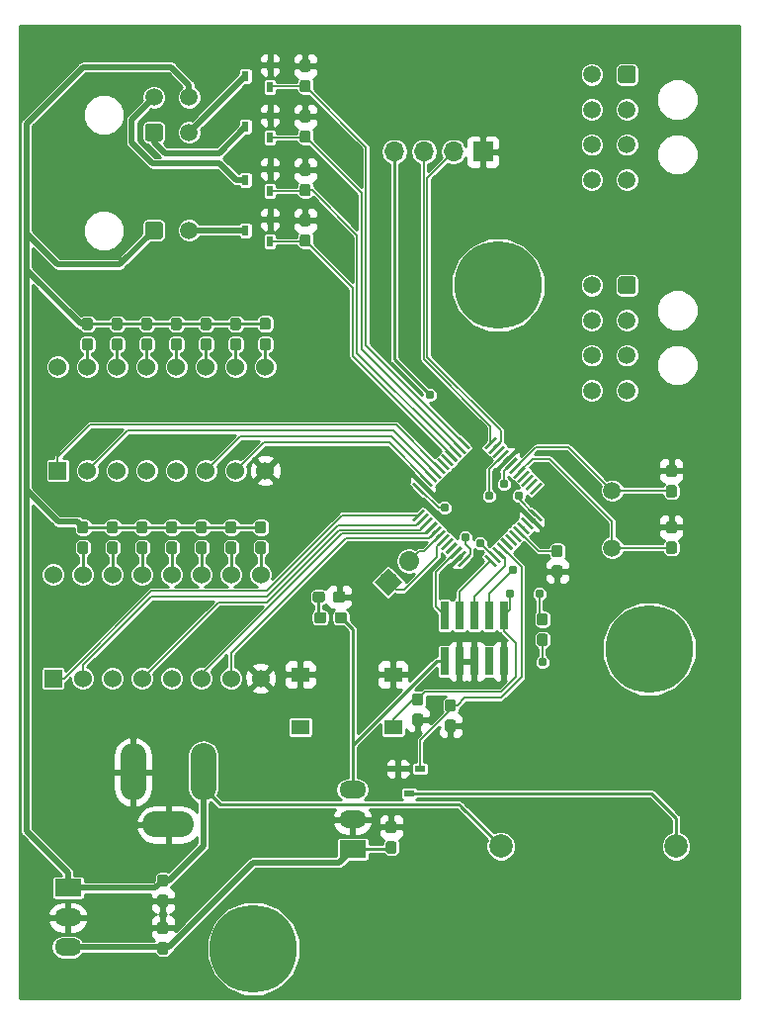
<source format=gbr>
G04 #@! TF.GenerationSoftware,KiCad,Pcbnew,(5.1.0)-1*
G04 #@! TF.CreationDate,2019-03-25T06:45:31-06:00*
G04 #@! TF.ProjectId,ParkingSystem,5061726b-696e-4675-9379-7374656d2e6b,v01*
G04 #@! TF.SameCoordinates,Original*
G04 #@! TF.FileFunction,Copper,L1,Top*
G04 #@! TF.FilePolarity,Positive*
%FSLAX46Y46*%
G04 Gerber Fmt 4.6, Leading zero omitted, Abs format (unit mm)*
G04 Created by KiCad (PCBNEW (5.1.0)-1) date 2019-03-25 06:45:31*
%MOMM*%
%LPD*%
G04 APERTURE LIST*
%ADD10O,4.400000X2.240000*%
%ADD11O,2.240000X4.900000*%
%ADD12C,1.500000*%
%ADD13C,0.100000*%
%ADD14C,2.000000*%
%ADD15C,7.500000*%
%ADD16O,2.300000X1.500000*%
%ADD17R,2.300000X1.500000*%
%ADD18C,0.950000*%
%ADD19R,0.740000X2.400000*%
%ADD20O,1.700000X1.700000*%
%ADD21R,1.700000X1.700000*%
%ADD22R,0.930000X0.600000*%
%ADD23R,0.600000X0.930000*%
%ADD24R,1.550000X1.300000*%
%ADD25C,0.250000*%
%ADD26C,1.700000*%
%ADD27C,1.700000*%
%ADD28R,1.524000X1.524000*%
%ADD29C,1.524000*%
%ADD30C,0.787400*%
%ADD31C,0.152400*%
%ADD32C,0.254000*%
%ADD33C,0.508000*%
G04 APERTURE END LIST*
D10*
X75128000Y-83748000D03*
D11*
X72128000Y-79248000D03*
X78128000Y-79248000D03*
D12*
X76914000Y-32893000D03*
D13*
G36*
X74438504Y-32144204D02*
G01*
X74462773Y-32147804D01*
X74486571Y-32153765D01*
X74509671Y-32162030D01*
X74531849Y-32172520D01*
X74552893Y-32185133D01*
X74572598Y-32199747D01*
X74590777Y-32216223D01*
X74607253Y-32234402D01*
X74621867Y-32254107D01*
X74634480Y-32275151D01*
X74644970Y-32297329D01*
X74653235Y-32320429D01*
X74659196Y-32344227D01*
X74662796Y-32368496D01*
X74664000Y-32393000D01*
X74664000Y-33393000D01*
X74662796Y-33417504D01*
X74659196Y-33441773D01*
X74653235Y-33465571D01*
X74644970Y-33488671D01*
X74634480Y-33510849D01*
X74621867Y-33531893D01*
X74607253Y-33551598D01*
X74590777Y-33569777D01*
X74572598Y-33586253D01*
X74552893Y-33600867D01*
X74531849Y-33613480D01*
X74509671Y-33623970D01*
X74486571Y-33632235D01*
X74462773Y-33638196D01*
X74438504Y-33641796D01*
X74414000Y-33643000D01*
X73414000Y-33643000D01*
X73389496Y-33641796D01*
X73365227Y-33638196D01*
X73341429Y-33632235D01*
X73318329Y-33623970D01*
X73296151Y-33613480D01*
X73275107Y-33600867D01*
X73255402Y-33586253D01*
X73237223Y-33569777D01*
X73220747Y-33551598D01*
X73206133Y-33531893D01*
X73193520Y-33510849D01*
X73183030Y-33488671D01*
X73174765Y-33465571D01*
X73168804Y-33441773D01*
X73165204Y-33417504D01*
X73164000Y-33393000D01*
X73164000Y-32393000D01*
X73165204Y-32368496D01*
X73168804Y-32344227D01*
X73174765Y-32320429D01*
X73183030Y-32297329D01*
X73193520Y-32275151D01*
X73206133Y-32254107D01*
X73220747Y-32234402D01*
X73237223Y-32216223D01*
X73255402Y-32199747D01*
X73275107Y-32185133D01*
X73296151Y-32172520D01*
X73318329Y-32162030D01*
X73341429Y-32153765D01*
X73365227Y-32147804D01*
X73389496Y-32144204D01*
X73414000Y-32143000D01*
X74414000Y-32143000D01*
X74438504Y-32144204D01*
X74438504Y-32144204D01*
G37*
D12*
X73914000Y-32893000D03*
X76914000Y-21511000D03*
X76914000Y-24511000D03*
X73914000Y-21511000D03*
D13*
G36*
X74438504Y-23762204D02*
G01*
X74462773Y-23765804D01*
X74486571Y-23771765D01*
X74509671Y-23780030D01*
X74531849Y-23790520D01*
X74552893Y-23803133D01*
X74572598Y-23817747D01*
X74590777Y-23834223D01*
X74607253Y-23852402D01*
X74621867Y-23872107D01*
X74634480Y-23893151D01*
X74644970Y-23915329D01*
X74653235Y-23938429D01*
X74659196Y-23962227D01*
X74662796Y-23986496D01*
X74664000Y-24011000D01*
X74664000Y-25011000D01*
X74662796Y-25035504D01*
X74659196Y-25059773D01*
X74653235Y-25083571D01*
X74644970Y-25106671D01*
X74634480Y-25128849D01*
X74621867Y-25149893D01*
X74607253Y-25169598D01*
X74590777Y-25187777D01*
X74572598Y-25204253D01*
X74552893Y-25218867D01*
X74531849Y-25231480D01*
X74509671Y-25241970D01*
X74486571Y-25250235D01*
X74462773Y-25256196D01*
X74438504Y-25259796D01*
X74414000Y-25261000D01*
X73414000Y-25261000D01*
X73389496Y-25259796D01*
X73365227Y-25256196D01*
X73341429Y-25250235D01*
X73318329Y-25241970D01*
X73296151Y-25231480D01*
X73275107Y-25218867D01*
X73255402Y-25204253D01*
X73237223Y-25187777D01*
X73220747Y-25169598D01*
X73206133Y-25149893D01*
X73193520Y-25128849D01*
X73183030Y-25106671D01*
X73174765Y-25083571D01*
X73168804Y-25059773D01*
X73165204Y-25035504D01*
X73164000Y-25011000D01*
X73164000Y-24011000D01*
X73165204Y-23986496D01*
X73168804Y-23962227D01*
X73174765Y-23938429D01*
X73183030Y-23915329D01*
X73193520Y-23893151D01*
X73206133Y-23872107D01*
X73220747Y-23852402D01*
X73237223Y-23834223D01*
X73255402Y-23817747D01*
X73275107Y-23803133D01*
X73296151Y-23790520D01*
X73318329Y-23780030D01*
X73341429Y-23771765D01*
X73365227Y-23765804D01*
X73389496Y-23762204D01*
X73414000Y-23761000D01*
X74414000Y-23761000D01*
X74438504Y-23762204D01*
X74438504Y-23762204D01*
G37*
D12*
X73914000Y-24511000D03*
D14*
X118625000Y-85598000D03*
X103625000Y-85598000D03*
D15*
X116332000Y-68707000D03*
X82423000Y-94361000D03*
D16*
X66548000Y-94234000D03*
X66548000Y-91694000D03*
D17*
X66548000Y-89154000D03*
D13*
G36*
X70618779Y-57783144D02*
G01*
X70641834Y-57786563D01*
X70664443Y-57792227D01*
X70686387Y-57800079D01*
X70707457Y-57810044D01*
X70727448Y-57822026D01*
X70746168Y-57835910D01*
X70763438Y-57851562D01*
X70779090Y-57868832D01*
X70792974Y-57887552D01*
X70804956Y-57907543D01*
X70814921Y-57928613D01*
X70822773Y-57950557D01*
X70828437Y-57973166D01*
X70831856Y-57996221D01*
X70833000Y-58019500D01*
X70833000Y-58594500D01*
X70831856Y-58617779D01*
X70828437Y-58640834D01*
X70822773Y-58663443D01*
X70814921Y-58685387D01*
X70804956Y-58706457D01*
X70792974Y-58726448D01*
X70779090Y-58745168D01*
X70763438Y-58762438D01*
X70746168Y-58778090D01*
X70727448Y-58791974D01*
X70707457Y-58803956D01*
X70686387Y-58813921D01*
X70664443Y-58821773D01*
X70641834Y-58827437D01*
X70618779Y-58830856D01*
X70595500Y-58832000D01*
X70120500Y-58832000D01*
X70097221Y-58830856D01*
X70074166Y-58827437D01*
X70051557Y-58821773D01*
X70029613Y-58813921D01*
X70008543Y-58803956D01*
X69988552Y-58791974D01*
X69969832Y-58778090D01*
X69952562Y-58762438D01*
X69936910Y-58745168D01*
X69923026Y-58726448D01*
X69911044Y-58706457D01*
X69901079Y-58685387D01*
X69893227Y-58663443D01*
X69887563Y-58640834D01*
X69884144Y-58617779D01*
X69883000Y-58594500D01*
X69883000Y-58019500D01*
X69884144Y-57996221D01*
X69887563Y-57973166D01*
X69893227Y-57950557D01*
X69901079Y-57928613D01*
X69911044Y-57907543D01*
X69923026Y-57887552D01*
X69936910Y-57868832D01*
X69952562Y-57851562D01*
X69969832Y-57835910D01*
X69988552Y-57822026D01*
X70008543Y-57810044D01*
X70029613Y-57800079D01*
X70051557Y-57792227D01*
X70074166Y-57786563D01*
X70097221Y-57783144D01*
X70120500Y-57782000D01*
X70595500Y-57782000D01*
X70618779Y-57783144D01*
X70618779Y-57783144D01*
G37*
D18*
X70358000Y-58307000D03*
D13*
G36*
X70618779Y-59533144D02*
G01*
X70641834Y-59536563D01*
X70664443Y-59542227D01*
X70686387Y-59550079D01*
X70707457Y-59560044D01*
X70727448Y-59572026D01*
X70746168Y-59585910D01*
X70763438Y-59601562D01*
X70779090Y-59618832D01*
X70792974Y-59637552D01*
X70804956Y-59657543D01*
X70814921Y-59678613D01*
X70822773Y-59700557D01*
X70828437Y-59723166D01*
X70831856Y-59746221D01*
X70833000Y-59769500D01*
X70833000Y-60344500D01*
X70831856Y-60367779D01*
X70828437Y-60390834D01*
X70822773Y-60413443D01*
X70814921Y-60435387D01*
X70804956Y-60456457D01*
X70792974Y-60476448D01*
X70779090Y-60495168D01*
X70763438Y-60512438D01*
X70746168Y-60528090D01*
X70727448Y-60541974D01*
X70707457Y-60553956D01*
X70686387Y-60563921D01*
X70664443Y-60571773D01*
X70641834Y-60577437D01*
X70618779Y-60580856D01*
X70595500Y-60582000D01*
X70120500Y-60582000D01*
X70097221Y-60580856D01*
X70074166Y-60577437D01*
X70051557Y-60571773D01*
X70029613Y-60563921D01*
X70008543Y-60553956D01*
X69988552Y-60541974D01*
X69969832Y-60528090D01*
X69952562Y-60512438D01*
X69936910Y-60495168D01*
X69923026Y-60476448D01*
X69911044Y-60456457D01*
X69901079Y-60435387D01*
X69893227Y-60413443D01*
X69887563Y-60390834D01*
X69884144Y-60367779D01*
X69883000Y-60344500D01*
X69883000Y-59769500D01*
X69884144Y-59746221D01*
X69887563Y-59723166D01*
X69893227Y-59700557D01*
X69901079Y-59678613D01*
X69911044Y-59657543D01*
X69923026Y-59637552D01*
X69936910Y-59618832D01*
X69952562Y-59601562D01*
X69969832Y-59585910D01*
X69988552Y-59572026D01*
X70008543Y-59560044D01*
X70029613Y-59550079D01*
X70051557Y-59542227D01*
X70074166Y-59536563D01*
X70097221Y-59533144D01*
X70120500Y-59532000D01*
X70595500Y-59532000D01*
X70618779Y-59533144D01*
X70618779Y-59533144D01*
G37*
D18*
X70358000Y-60057000D03*
D13*
G36*
X70999779Y-40384144D02*
G01*
X71022834Y-40387563D01*
X71045443Y-40393227D01*
X71067387Y-40401079D01*
X71088457Y-40411044D01*
X71108448Y-40423026D01*
X71127168Y-40436910D01*
X71144438Y-40452562D01*
X71160090Y-40469832D01*
X71173974Y-40488552D01*
X71185956Y-40508543D01*
X71195921Y-40529613D01*
X71203773Y-40551557D01*
X71209437Y-40574166D01*
X71212856Y-40597221D01*
X71214000Y-40620500D01*
X71214000Y-41195500D01*
X71212856Y-41218779D01*
X71209437Y-41241834D01*
X71203773Y-41264443D01*
X71195921Y-41286387D01*
X71185956Y-41307457D01*
X71173974Y-41327448D01*
X71160090Y-41346168D01*
X71144438Y-41363438D01*
X71127168Y-41379090D01*
X71108448Y-41392974D01*
X71088457Y-41404956D01*
X71067387Y-41414921D01*
X71045443Y-41422773D01*
X71022834Y-41428437D01*
X70999779Y-41431856D01*
X70976500Y-41433000D01*
X70501500Y-41433000D01*
X70478221Y-41431856D01*
X70455166Y-41428437D01*
X70432557Y-41422773D01*
X70410613Y-41414921D01*
X70389543Y-41404956D01*
X70369552Y-41392974D01*
X70350832Y-41379090D01*
X70333562Y-41363438D01*
X70317910Y-41346168D01*
X70304026Y-41327448D01*
X70292044Y-41307457D01*
X70282079Y-41286387D01*
X70274227Y-41264443D01*
X70268563Y-41241834D01*
X70265144Y-41218779D01*
X70264000Y-41195500D01*
X70264000Y-40620500D01*
X70265144Y-40597221D01*
X70268563Y-40574166D01*
X70274227Y-40551557D01*
X70282079Y-40529613D01*
X70292044Y-40508543D01*
X70304026Y-40488552D01*
X70317910Y-40469832D01*
X70333562Y-40452562D01*
X70350832Y-40436910D01*
X70369552Y-40423026D01*
X70389543Y-40411044D01*
X70410613Y-40401079D01*
X70432557Y-40393227D01*
X70455166Y-40387563D01*
X70478221Y-40384144D01*
X70501500Y-40383000D01*
X70976500Y-40383000D01*
X70999779Y-40384144D01*
X70999779Y-40384144D01*
G37*
D18*
X70739000Y-40908000D03*
D13*
G36*
X70999779Y-42134144D02*
G01*
X71022834Y-42137563D01*
X71045443Y-42143227D01*
X71067387Y-42151079D01*
X71088457Y-42161044D01*
X71108448Y-42173026D01*
X71127168Y-42186910D01*
X71144438Y-42202562D01*
X71160090Y-42219832D01*
X71173974Y-42238552D01*
X71185956Y-42258543D01*
X71195921Y-42279613D01*
X71203773Y-42301557D01*
X71209437Y-42324166D01*
X71212856Y-42347221D01*
X71214000Y-42370500D01*
X71214000Y-42945500D01*
X71212856Y-42968779D01*
X71209437Y-42991834D01*
X71203773Y-43014443D01*
X71195921Y-43036387D01*
X71185956Y-43057457D01*
X71173974Y-43077448D01*
X71160090Y-43096168D01*
X71144438Y-43113438D01*
X71127168Y-43129090D01*
X71108448Y-43142974D01*
X71088457Y-43154956D01*
X71067387Y-43164921D01*
X71045443Y-43172773D01*
X71022834Y-43178437D01*
X70999779Y-43181856D01*
X70976500Y-43183000D01*
X70501500Y-43183000D01*
X70478221Y-43181856D01*
X70455166Y-43178437D01*
X70432557Y-43172773D01*
X70410613Y-43164921D01*
X70389543Y-43154956D01*
X70369552Y-43142974D01*
X70350832Y-43129090D01*
X70333562Y-43113438D01*
X70317910Y-43096168D01*
X70304026Y-43077448D01*
X70292044Y-43057457D01*
X70282079Y-43036387D01*
X70274227Y-43014443D01*
X70268563Y-42991834D01*
X70265144Y-42968779D01*
X70264000Y-42945500D01*
X70264000Y-42370500D01*
X70265144Y-42347221D01*
X70268563Y-42324166D01*
X70274227Y-42301557D01*
X70282079Y-42279613D01*
X70292044Y-42258543D01*
X70304026Y-42238552D01*
X70317910Y-42219832D01*
X70333562Y-42202562D01*
X70350832Y-42186910D01*
X70369552Y-42173026D01*
X70389543Y-42161044D01*
X70410613Y-42151079D01*
X70432557Y-42143227D01*
X70455166Y-42137563D01*
X70478221Y-42134144D01*
X70501500Y-42133000D01*
X70976500Y-42133000D01*
X70999779Y-42134144D01*
X70999779Y-42134144D01*
G37*
D18*
X70739000Y-42658000D03*
D13*
G36*
X74936779Y-89759144D02*
G01*
X74959834Y-89762563D01*
X74982443Y-89768227D01*
X75004387Y-89776079D01*
X75025457Y-89786044D01*
X75045448Y-89798026D01*
X75064168Y-89811910D01*
X75081438Y-89827562D01*
X75097090Y-89844832D01*
X75110974Y-89863552D01*
X75122956Y-89883543D01*
X75132921Y-89904613D01*
X75140773Y-89926557D01*
X75146437Y-89949166D01*
X75149856Y-89972221D01*
X75151000Y-89995500D01*
X75151000Y-90570500D01*
X75149856Y-90593779D01*
X75146437Y-90616834D01*
X75140773Y-90639443D01*
X75132921Y-90661387D01*
X75122956Y-90682457D01*
X75110974Y-90702448D01*
X75097090Y-90721168D01*
X75081438Y-90738438D01*
X75064168Y-90754090D01*
X75045448Y-90767974D01*
X75025457Y-90779956D01*
X75004387Y-90789921D01*
X74982443Y-90797773D01*
X74959834Y-90803437D01*
X74936779Y-90806856D01*
X74913500Y-90808000D01*
X74438500Y-90808000D01*
X74415221Y-90806856D01*
X74392166Y-90803437D01*
X74369557Y-90797773D01*
X74347613Y-90789921D01*
X74326543Y-90779956D01*
X74306552Y-90767974D01*
X74287832Y-90754090D01*
X74270562Y-90738438D01*
X74254910Y-90721168D01*
X74241026Y-90702448D01*
X74229044Y-90682457D01*
X74219079Y-90661387D01*
X74211227Y-90639443D01*
X74205563Y-90616834D01*
X74202144Y-90593779D01*
X74201000Y-90570500D01*
X74201000Y-89995500D01*
X74202144Y-89972221D01*
X74205563Y-89949166D01*
X74211227Y-89926557D01*
X74219079Y-89904613D01*
X74229044Y-89883543D01*
X74241026Y-89863552D01*
X74254910Y-89844832D01*
X74270562Y-89827562D01*
X74287832Y-89811910D01*
X74306552Y-89798026D01*
X74326543Y-89786044D01*
X74347613Y-89776079D01*
X74369557Y-89768227D01*
X74392166Y-89762563D01*
X74415221Y-89759144D01*
X74438500Y-89758000D01*
X74913500Y-89758000D01*
X74936779Y-89759144D01*
X74936779Y-89759144D01*
G37*
D18*
X74676000Y-90283000D03*
D13*
G36*
X74936779Y-88009144D02*
G01*
X74959834Y-88012563D01*
X74982443Y-88018227D01*
X75004387Y-88026079D01*
X75025457Y-88036044D01*
X75045448Y-88048026D01*
X75064168Y-88061910D01*
X75081438Y-88077562D01*
X75097090Y-88094832D01*
X75110974Y-88113552D01*
X75122956Y-88133543D01*
X75132921Y-88154613D01*
X75140773Y-88176557D01*
X75146437Y-88199166D01*
X75149856Y-88222221D01*
X75151000Y-88245500D01*
X75151000Y-88820500D01*
X75149856Y-88843779D01*
X75146437Y-88866834D01*
X75140773Y-88889443D01*
X75132921Y-88911387D01*
X75122956Y-88932457D01*
X75110974Y-88952448D01*
X75097090Y-88971168D01*
X75081438Y-88988438D01*
X75064168Y-89004090D01*
X75045448Y-89017974D01*
X75025457Y-89029956D01*
X75004387Y-89039921D01*
X74982443Y-89047773D01*
X74959834Y-89053437D01*
X74936779Y-89056856D01*
X74913500Y-89058000D01*
X74438500Y-89058000D01*
X74415221Y-89056856D01*
X74392166Y-89053437D01*
X74369557Y-89047773D01*
X74347613Y-89039921D01*
X74326543Y-89029956D01*
X74306552Y-89017974D01*
X74287832Y-89004090D01*
X74270562Y-88988438D01*
X74254910Y-88971168D01*
X74241026Y-88952448D01*
X74229044Y-88932457D01*
X74219079Y-88911387D01*
X74211227Y-88889443D01*
X74205563Y-88866834D01*
X74202144Y-88843779D01*
X74201000Y-88820500D01*
X74201000Y-88245500D01*
X74202144Y-88222221D01*
X74205563Y-88199166D01*
X74211227Y-88176557D01*
X74219079Y-88154613D01*
X74229044Y-88133543D01*
X74241026Y-88113552D01*
X74254910Y-88094832D01*
X74270562Y-88077562D01*
X74287832Y-88061910D01*
X74306552Y-88048026D01*
X74326543Y-88036044D01*
X74347613Y-88026079D01*
X74369557Y-88018227D01*
X74392166Y-88012563D01*
X74415221Y-88009144D01*
X74438500Y-88008000D01*
X74913500Y-88008000D01*
X74936779Y-88009144D01*
X74936779Y-88009144D01*
G37*
D18*
X74676000Y-88533000D03*
D13*
G36*
X74936779Y-92073144D02*
G01*
X74959834Y-92076563D01*
X74982443Y-92082227D01*
X75004387Y-92090079D01*
X75025457Y-92100044D01*
X75045448Y-92112026D01*
X75064168Y-92125910D01*
X75081438Y-92141562D01*
X75097090Y-92158832D01*
X75110974Y-92177552D01*
X75122956Y-92197543D01*
X75132921Y-92218613D01*
X75140773Y-92240557D01*
X75146437Y-92263166D01*
X75149856Y-92286221D01*
X75151000Y-92309500D01*
X75151000Y-92884500D01*
X75149856Y-92907779D01*
X75146437Y-92930834D01*
X75140773Y-92953443D01*
X75132921Y-92975387D01*
X75122956Y-92996457D01*
X75110974Y-93016448D01*
X75097090Y-93035168D01*
X75081438Y-93052438D01*
X75064168Y-93068090D01*
X75045448Y-93081974D01*
X75025457Y-93093956D01*
X75004387Y-93103921D01*
X74982443Y-93111773D01*
X74959834Y-93117437D01*
X74936779Y-93120856D01*
X74913500Y-93122000D01*
X74438500Y-93122000D01*
X74415221Y-93120856D01*
X74392166Y-93117437D01*
X74369557Y-93111773D01*
X74347613Y-93103921D01*
X74326543Y-93093956D01*
X74306552Y-93081974D01*
X74287832Y-93068090D01*
X74270562Y-93052438D01*
X74254910Y-93035168D01*
X74241026Y-93016448D01*
X74229044Y-92996457D01*
X74219079Y-92975387D01*
X74211227Y-92953443D01*
X74205563Y-92930834D01*
X74202144Y-92907779D01*
X74201000Y-92884500D01*
X74201000Y-92309500D01*
X74202144Y-92286221D01*
X74205563Y-92263166D01*
X74211227Y-92240557D01*
X74219079Y-92218613D01*
X74229044Y-92197543D01*
X74241026Y-92177552D01*
X74254910Y-92158832D01*
X74270562Y-92141562D01*
X74287832Y-92125910D01*
X74306552Y-92112026D01*
X74326543Y-92100044D01*
X74347613Y-92090079D01*
X74369557Y-92082227D01*
X74392166Y-92076563D01*
X74415221Y-92073144D01*
X74438500Y-92072000D01*
X74913500Y-92072000D01*
X74936779Y-92073144D01*
X74936779Y-92073144D01*
G37*
D18*
X74676000Y-92597000D03*
D13*
G36*
X74936779Y-93823144D02*
G01*
X74959834Y-93826563D01*
X74982443Y-93832227D01*
X75004387Y-93840079D01*
X75025457Y-93850044D01*
X75045448Y-93862026D01*
X75064168Y-93875910D01*
X75081438Y-93891562D01*
X75097090Y-93908832D01*
X75110974Y-93927552D01*
X75122956Y-93947543D01*
X75132921Y-93968613D01*
X75140773Y-93990557D01*
X75146437Y-94013166D01*
X75149856Y-94036221D01*
X75151000Y-94059500D01*
X75151000Y-94634500D01*
X75149856Y-94657779D01*
X75146437Y-94680834D01*
X75140773Y-94703443D01*
X75132921Y-94725387D01*
X75122956Y-94746457D01*
X75110974Y-94766448D01*
X75097090Y-94785168D01*
X75081438Y-94802438D01*
X75064168Y-94818090D01*
X75045448Y-94831974D01*
X75025457Y-94843956D01*
X75004387Y-94853921D01*
X74982443Y-94861773D01*
X74959834Y-94867437D01*
X74936779Y-94870856D01*
X74913500Y-94872000D01*
X74438500Y-94872000D01*
X74415221Y-94870856D01*
X74392166Y-94867437D01*
X74369557Y-94861773D01*
X74347613Y-94853921D01*
X74326543Y-94843956D01*
X74306552Y-94831974D01*
X74287832Y-94818090D01*
X74270562Y-94802438D01*
X74254910Y-94785168D01*
X74241026Y-94766448D01*
X74229044Y-94746457D01*
X74219079Y-94725387D01*
X74211227Y-94703443D01*
X74205563Y-94680834D01*
X74202144Y-94657779D01*
X74201000Y-94634500D01*
X74201000Y-94059500D01*
X74202144Y-94036221D01*
X74205563Y-94013166D01*
X74211227Y-93990557D01*
X74219079Y-93968613D01*
X74229044Y-93947543D01*
X74241026Y-93927552D01*
X74254910Y-93908832D01*
X74270562Y-93891562D01*
X74287832Y-93875910D01*
X74306552Y-93862026D01*
X74326543Y-93850044D01*
X74347613Y-93840079D01*
X74369557Y-93832227D01*
X74392166Y-93826563D01*
X74415221Y-93823144D01*
X74438500Y-93822000D01*
X74913500Y-93822000D01*
X74936779Y-93823144D01*
X74936779Y-93823144D01*
G37*
D18*
X74676000Y-94347000D03*
D13*
G36*
X94494779Y-83437144D02*
G01*
X94517834Y-83440563D01*
X94540443Y-83446227D01*
X94562387Y-83454079D01*
X94583457Y-83464044D01*
X94603448Y-83476026D01*
X94622168Y-83489910D01*
X94639438Y-83505562D01*
X94655090Y-83522832D01*
X94668974Y-83541552D01*
X94680956Y-83561543D01*
X94690921Y-83582613D01*
X94698773Y-83604557D01*
X94704437Y-83627166D01*
X94707856Y-83650221D01*
X94709000Y-83673500D01*
X94709000Y-84248500D01*
X94707856Y-84271779D01*
X94704437Y-84294834D01*
X94698773Y-84317443D01*
X94690921Y-84339387D01*
X94680956Y-84360457D01*
X94668974Y-84380448D01*
X94655090Y-84399168D01*
X94639438Y-84416438D01*
X94622168Y-84432090D01*
X94603448Y-84445974D01*
X94583457Y-84457956D01*
X94562387Y-84467921D01*
X94540443Y-84475773D01*
X94517834Y-84481437D01*
X94494779Y-84484856D01*
X94471500Y-84486000D01*
X93996500Y-84486000D01*
X93973221Y-84484856D01*
X93950166Y-84481437D01*
X93927557Y-84475773D01*
X93905613Y-84467921D01*
X93884543Y-84457956D01*
X93864552Y-84445974D01*
X93845832Y-84432090D01*
X93828562Y-84416438D01*
X93812910Y-84399168D01*
X93799026Y-84380448D01*
X93787044Y-84360457D01*
X93777079Y-84339387D01*
X93769227Y-84317443D01*
X93763563Y-84294834D01*
X93760144Y-84271779D01*
X93759000Y-84248500D01*
X93759000Y-83673500D01*
X93760144Y-83650221D01*
X93763563Y-83627166D01*
X93769227Y-83604557D01*
X93777079Y-83582613D01*
X93787044Y-83561543D01*
X93799026Y-83541552D01*
X93812910Y-83522832D01*
X93828562Y-83505562D01*
X93845832Y-83489910D01*
X93864552Y-83476026D01*
X93884543Y-83464044D01*
X93905613Y-83454079D01*
X93927557Y-83446227D01*
X93950166Y-83440563D01*
X93973221Y-83437144D01*
X93996500Y-83436000D01*
X94471500Y-83436000D01*
X94494779Y-83437144D01*
X94494779Y-83437144D01*
G37*
D18*
X94234000Y-83961000D03*
D13*
G36*
X94494779Y-85187144D02*
G01*
X94517834Y-85190563D01*
X94540443Y-85196227D01*
X94562387Y-85204079D01*
X94583457Y-85214044D01*
X94603448Y-85226026D01*
X94622168Y-85239910D01*
X94639438Y-85255562D01*
X94655090Y-85272832D01*
X94668974Y-85291552D01*
X94680956Y-85311543D01*
X94690921Y-85332613D01*
X94698773Y-85354557D01*
X94704437Y-85377166D01*
X94707856Y-85400221D01*
X94709000Y-85423500D01*
X94709000Y-85998500D01*
X94707856Y-86021779D01*
X94704437Y-86044834D01*
X94698773Y-86067443D01*
X94690921Y-86089387D01*
X94680956Y-86110457D01*
X94668974Y-86130448D01*
X94655090Y-86149168D01*
X94639438Y-86166438D01*
X94622168Y-86182090D01*
X94603448Y-86195974D01*
X94583457Y-86207956D01*
X94562387Y-86217921D01*
X94540443Y-86225773D01*
X94517834Y-86231437D01*
X94494779Y-86234856D01*
X94471500Y-86236000D01*
X93996500Y-86236000D01*
X93973221Y-86234856D01*
X93950166Y-86231437D01*
X93927557Y-86225773D01*
X93905613Y-86217921D01*
X93884543Y-86207956D01*
X93864552Y-86195974D01*
X93845832Y-86182090D01*
X93828562Y-86166438D01*
X93812910Y-86149168D01*
X93799026Y-86130448D01*
X93787044Y-86110457D01*
X93777079Y-86089387D01*
X93769227Y-86067443D01*
X93763563Y-86044834D01*
X93760144Y-86021779D01*
X93759000Y-85998500D01*
X93759000Y-85423500D01*
X93760144Y-85400221D01*
X93763563Y-85377166D01*
X93769227Y-85354557D01*
X93777079Y-85332613D01*
X93787044Y-85311543D01*
X93799026Y-85291552D01*
X93812910Y-85272832D01*
X93828562Y-85255562D01*
X93845832Y-85239910D01*
X93864552Y-85226026D01*
X93884543Y-85214044D01*
X93905613Y-85204079D01*
X93927557Y-85196227D01*
X93950166Y-85190563D01*
X93973221Y-85187144D01*
X93996500Y-85186000D01*
X94471500Y-85186000D01*
X94494779Y-85187144D01*
X94494779Y-85187144D01*
G37*
D18*
X94234000Y-85711000D03*
D13*
G36*
X118497779Y-57783144D02*
G01*
X118520834Y-57786563D01*
X118543443Y-57792227D01*
X118565387Y-57800079D01*
X118586457Y-57810044D01*
X118606448Y-57822026D01*
X118625168Y-57835910D01*
X118642438Y-57851562D01*
X118658090Y-57868832D01*
X118671974Y-57887552D01*
X118683956Y-57907543D01*
X118693921Y-57928613D01*
X118701773Y-57950557D01*
X118707437Y-57973166D01*
X118710856Y-57996221D01*
X118712000Y-58019500D01*
X118712000Y-58594500D01*
X118710856Y-58617779D01*
X118707437Y-58640834D01*
X118701773Y-58663443D01*
X118693921Y-58685387D01*
X118683956Y-58706457D01*
X118671974Y-58726448D01*
X118658090Y-58745168D01*
X118642438Y-58762438D01*
X118625168Y-58778090D01*
X118606448Y-58791974D01*
X118586457Y-58803956D01*
X118565387Y-58813921D01*
X118543443Y-58821773D01*
X118520834Y-58827437D01*
X118497779Y-58830856D01*
X118474500Y-58832000D01*
X117999500Y-58832000D01*
X117976221Y-58830856D01*
X117953166Y-58827437D01*
X117930557Y-58821773D01*
X117908613Y-58813921D01*
X117887543Y-58803956D01*
X117867552Y-58791974D01*
X117848832Y-58778090D01*
X117831562Y-58762438D01*
X117815910Y-58745168D01*
X117802026Y-58726448D01*
X117790044Y-58706457D01*
X117780079Y-58685387D01*
X117772227Y-58663443D01*
X117766563Y-58640834D01*
X117763144Y-58617779D01*
X117762000Y-58594500D01*
X117762000Y-58019500D01*
X117763144Y-57996221D01*
X117766563Y-57973166D01*
X117772227Y-57950557D01*
X117780079Y-57928613D01*
X117790044Y-57907543D01*
X117802026Y-57887552D01*
X117815910Y-57868832D01*
X117831562Y-57851562D01*
X117848832Y-57835910D01*
X117867552Y-57822026D01*
X117887543Y-57810044D01*
X117908613Y-57800079D01*
X117930557Y-57792227D01*
X117953166Y-57786563D01*
X117976221Y-57783144D01*
X117999500Y-57782000D01*
X118474500Y-57782000D01*
X118497779Y-57783144D01*
X118497779Y-57783144D01*
G37*
D18*
X118237000Y-58307000D03*
D13*
G36*
X118497779Y-59533144D02*
G01*
X118520834Y-59536563D01*
X118543443Y-59542227D01*
X118565387Y-59550079D01*
X118586457Y-59560044D01*
X118606448Y-59572026D01*
X118625168Y-59585910D01*
X118642438Y-59601562D01*
X118658090Y-59618832D01*
X118671974Y-59637552D01*
X118683956Y-59657543D01*
X118693921Y-59678613D01*
X118701773Y-59700557D01*
X118707437Y-59723166D01*
X118710856Y-59746221D01*
X118712000Y-59769500D01*
X118712000Y-60344500D01*
X118710856Y-60367779D01*
X118707437Y-60390834D01*
X118701773Y-60413443D01*
X118693921Y-60435387D01*
X118683956Y-60456457D01*
X118671974Y-60476448D01*
X118658090Y-60495168D01*
X118642438Y-60512438D01*
X118625168Y-60528090D01*
X118606448Y-60541974D01*
X118586457Y-60553956D01*
X118565387Y-60563921D01*
X118543443Y-60571773D01*
X118520834Y-60577437D01*
X118497779Y-60580856D01*
X118474500Y-60582000D01*
X117999500Y-60582000D01*
X117976221Y-60580856D01*
X117953166Y-60577437D01*
X117930557Y-60571773D01*
X117908613Y-60563921D01*
X117887543Y-60553956D01*
X117867552Y-60541974D01*
X117848832Y-60528090D01*
X117831562Y-60512438D01*
X117815910Y-60495168D01*
X117802026Y-60476448D01*
X117790044Y-60456457D01*
X117780079Y-60435387D01*
X117772227Y-60413443D01*
X117766563Y-60390834D01*
X117763144Y-60367779D01*
X117762000Y-60344500D01*
X117762000Y-59769500D01*
X117763144Y-59746221D01*
X117766563Y-59723166D01*
X117772227Y-59700557D01*
X117780079Y-59678613D01*
X117790044Y-59657543D01*
X117802026Y-59637552D01*
X117815910Y-59618832D01*
X117831562Y-59601562D01*
X117848832Y-59585910D01*
X117867552Y-59572026D01*
X117887543Y-59560044D01*
X117908613Y-59550079D01*
X117930557Y-59542227D01*
X117953166Y-59536563D01*
X117976221Y-59533144D01*
X117999500Y-59532000D01*
X118474500Y-59532000D01*
X118497779Y-59533144D01*
X118497779Y-59533144D01*
G37*
D18*
X118237000Y-60057000D03*
D13*
G36*
X118497779Y-52957144D02*
G01*
X118520834Y-52960563D01*
X118543443Y-52966227D01*
X118565387Y-52974079D01*
X118586457Y-52984044D01*
X118606448Y-52996026D01*
X118625168Y-53009910D01*
X118642438Y-53025562D01*
X118658090Y-53042832D01*
X118671974Y-53061552D01*
X118683956Y-53081543D01*
X118693921Y-53102613D01*
X118701773Y-53124557D01*
X118707437Y-53147166D01*
X118710856Y-53170221D01*
X118712000Y-53193500D01*
X118712000Y-53768500D01*
X118710856Y-53791779D01*
X118707437Y-53814834D01*
X118701773Y-53837443D01*
X118693921Y-53859387D01*
X118683956Y-53880457D01*
X118671974Y-53900448D01*
X118658090Y-53919168D01*
X118642438Y-53936438D01*
X118625168Y-53952090D01*
X118606448Y-53965974D01*
X118586457Y-53977956D01*
X118565387Y-53987921D01*
X118543443Y-53995773D01*
X118520834Y-54001437D01*
X118497779Y-54004856D01*
X118474500Y-54006000D01*
X117999500Y-54006000D01*
X117976221Y-54004856D01*
X117953166Y-54001437D01*
X117930557Y-53995773D01*
X117908613Y-53987921D01*
X117887543Y-53977956D01*
X117867552Y-53965974D01*
X117848832Y-53952090D01*
X117831562Y-53936438D01*
X117815910Y-53919168D01*
X117802026Y-53900448D01*
X117790044Y-53880457D01*
X117780079Y-53859387D01*
X117772227Y-53837443D01*
X117766563Y-53814834D01*
X117763144Y-53791779D01*
X117762000Y-53768500D01*
X117762000Y-53193500D01*
X117763144Y-53170221D01*
X117766563Y-53147166D01*
X117772227Y-53124557D01*
X117780079Y-53102613D01*
X117790044Y-53081543D01*
X117802026Y-53061552D01*
X117815910Y-53042832D01*
X117831562Y-53025562D01*
X117848832Y-53009910D01*
X117867552Y-52996026D01*
X117887543Y-52984044D01*
X117908613Y-52974079D01*
X117930557Y-52966227D01*
X117953166Y-52960563D01*
X117976221Y-52957144D01*
X117999500Y-52956000D01*
X118474500Y-52956000D01*
X118497779Y-52957144D01*
X118497779Y-52957144D01*
G37*
D18*
X118237000Y-53481000D03*
D13*
G36*
X118497779Y-54707144D02*
G01*
X118520834Y-54710563D01*
X118543443Y-54716227D01*
X118565387Y-54724079D01*
X118586457Y-54734044D01*
X118606448Y-54746026D01*
X118625168Y-54759910D01*
X118642438Y-54775562D01*
X118658090Y-54792832D01*
X118671974Y-54811552D01*
X118683956Y-54831543D01*
X118693921Y-54852613D01*
X118701773Y-54874557D01*
X118707437Y-54897166D01*
X118710856Y-54920221D01*
X118712000Y-54943500D01*
X118712000Y-55518500D01*
X118710856Y-55541779D01*
X118707437Y-55564834D01*
X118701773Y-55587443D01*
X118693921Y-55609387D01*
X118683956Y-55630457D01*
X118671974Y-55650448D01*
X118658090Y-55669168D01*
X118642438Y-55686438D01*
X118625168Y-55702090D01*
X118606448Y-55715974D01*
X118586457Y-55727956D01*
X118565387Y-55737921D01*
X118543443Y-55745773D01*
X118520834Y-55751437D01*
X118497779Y-55754856D01*
X118474500Y-55756000D01*
X117999500Y-55756000D01*
X117976221Y-55754856D01*
X117953166Y-55751437D01*
X117930557Y-55745773D01*
X117908613Y-55737921D01*
X117887543Y-55727956D01*
X117867552Y-55715974D01*
X117848832Y-55702090D01*
X117831562Y-55686438D01*
X117815910Y-55669168D01*
X117802026Y-55650448D01*
X117790044Y-55630457D01*
X117780079Y-55609387D01*
X117772227Y-55587443D01*
X117766563Y-55564834D01*
X117763144Y-55541779D01*
X117762000Y-55518500D01*
X117762000Y-54943500D01*
X117763144Y-54920221D01*
X117766563Y-54897166D01*
X117772227Y-54874557D01*
X117780079Y-54852613D01*
X117790044Y-54831543D01*
X117802026Y-54811552D01*
X117815910Y-54792832D01*
X117831562Y-54775562D01*
X117848832Y-54759910D01*
X117867552Y-54746026D01*
X117887543Y-54734044D01*
X117908613Y-54724079D01*
X117930557Y-54716227D01*
X117953166Y-54710563D01*
X117976221Y-54707144D01*
X117999500Y-54706000D01*
X118474500Y-54706000D01*
X118497779Y-54707144D01*
X118497779Y-54707144D01*
G37*
D18*
X118237000Y-55231000D03*
D13*
G36*
X96780779Y-74265144D02*
G01*
X96803834Y-74268563D01*
X96826443Y-74274227D01*
X96848387Y-74282079D01*
X96869457Y-74292044D01*
X96889448Y-74304026D01*
X96908168Y-74317910D01*
X96925438Y-74333562D01*
X96941090Y-74350832D01*
X96954974Y-74369552D01*
X96966956Y-74389543D01*
X96976921Y-74410613D01*
X96984773Y-74432557D01*
X96990437Y-74455166D01*
X96993856Y-74478221D01*
X96995000Y-74501500D01*
X96995000Y-75076500D01*
X96993856Y-75099779D01*
X96990437Y-75122834D01*
X96984773Y-75145443D01*
X96976921Y-75167387D01*
X96966956Y-75188457D01*
X96954974Y-75208448D01*
X96941090Y-75227168D01*
X96925438Y-75244438D01*
X96908168Y-75260090D01*
X96889448Y-75273974D01*
X96869457Y-75285956D01*
X96848387Y-75295921D01*
X96826443Y-75303773D01*
X96803834Y-75309437D01*
X96780779Y-75312856D01*
X96757500Y-75314000D01*
X96282500Y-75314000D01*
X96259221Y-75312856D01*
X96236166Y-75309437D01*
X96213557Y-75303773D01*
X96191613Y-75295921D01*
X96170543Y-75285956D01*
X96150552Y-75273974D01*
X96131832Y-75260090D01*
X96114562Y-75244438D01*
X96098910Y-75227168D01*
X96085026Y-75208448D01*
X96073044Y-75188457D01*
X96063079Y-75167387D01*
X96055227Y-75145443D01*
X96049563Y-75122834D01*
X96046144Y-75099779D01*
X96045000Y-75076500D01*
X96045000Y-74501500D01*
X96046144Y-74478221D01*
X96049563Y-74455166D01*
X96055227Y-74432557D01*
X96063079Y-74410613D01*
X96073044Y-74389543D01*
X96085026Y-74369552D01*
X96098910Y-74350832D01*
X96114562Y-74333562D01*
X96131832Y-74317910D01*
X96150552Y-74304026D01*
X96170543Y-74292044D01*
X96191613Y-74282079D01*
X96213557Y-74274227D01*
X96236166Y-74268563D01*
X96259221Y-74265144D01*
X96282500Y-74264000D01*
X96757500Y-74264000D01*
X96780779Y-74265144D01*
X96780779Y-74265144D01*
G37*
D18*
X96520000Y-74789000D03*
D13*
G36*
X96780779Y-72515144D02*
G01*
X96803834Y-72518563D01*
X96826443Y-72524227D01*
X96848387Y-72532079D01*
X96869457Y-72542044D01*
X96889448Y-72554026D01*
X96908168Y-72567910D01*
X96925438Y-72583562D01*
X96941090Y-72600832D01*
X96954974Y-72619552D01*
X96966956Y-72639543D01*
X96976921Y-72660613D01*
X96984773Y-72682557D01*
X96990437Y-72705166D01*
X96993856Y-72728221D01*
X96995000Y-72751500D01*
X96995000Y-73326500D01*
X96993856Y-73349779D01*
X96990437Y-73372834D01*
X96984773Y-73395443D01*
X96976921Y-73417387D01*
X96966956Y-73438457D01*
X96954974Y-73458448D01*
X96941090Y-73477168D01*
X96925438Y-73494438D01*
X96908168Y-73510090D01*
X96889448Y-73523974D01*
X96869457Y-73535956D01*
X96848387Y-73545921D01*
X96826443Y-73553773D01*
X96803834Y-73559437D01*
X96780779Y-73562856D01*
X96757500Y-73564000D01*
X96282500Y-73564000D01*
X96259221Y-73562856D01*
X96236166Y-73559437D01*
X96213557Y-73553773D01*
X96191613Y-73545921D01*
X96170543Y-73535956D01*
X96150552Y-73523974D01*
X96131832Y-73510090D01*
X96114562Y-73494438D01*
X96098910Y-73477168D01*
X96085026Y-73458448D01*
X96073044Y-73438457D01*
X96063079Y-73417387D01*
X96055227Y-73395443D01*
X96049563Y-73372834D01*
X96046144Y-73349779D01*
X96045000Y-73326500D01*
X96045000Y-72751500D01*
X96046144Y-72728221D01*
X96049563Y-72705166D01*
X96055227Y-72682557D01*
X96063079Y-72660613D01*
X96073044Y-72639543D01*
X96085026Y-72619552D01*
X96098910Y-72600832D01*
X96114562Y-72583562D01*
X96131832Y-72567910D01*
X96150552Y-72554026D01*
X96170543Y-72542044D01*
X96191613Y-72532079D01*
X96213557Y-72524227D01*
X96236166Y-72518563D01*
X96259221Y-72515144D01*
X96282500Y-72514000D01*
X96757500Y-72514000D01*
X96780779Y-72515144D01*
X96780779Y-72515144D01*
G37*
D18*
X96520000Y-73039000D03*
D19*
X103886000Y-65868000D03*
X103886000Y-69768000D03*
X102616000Y-65868000D03*
X102616000Y-69768000D03*
X101346000Y-65868000D03*
X101346000Y-69768000D03*
X100076000Y-65868000D03*
X100076000Y-69768000D03*
X98806000Y-65868000D03*
X98806000Y-69768000D03*
D20*
X94488000Y-26162000D03*
X97028000Y-26162000D03*
X99568000Y-26162000D03*
D21*
X102108000Y-26162000D03*
D22*
X95758000Y-81060000D03*
X94808000Y-78960000D03*
X96708000Y-78960000D03*
D23*
X81754000Y-19685000D03*
X83854000Y-18735000D03*
X83854000Y-20635000D03*
X81754000Y-28575000D03*
X83854000Y-27625000D03*
X83854000Y-29525000D03*
X81754000Y-24003000D03*
X83854000Y-23053000D03*
X83854000Y-24953000D03*
X81754000Y-32893000D03*
X83854000Y-31943000D03*
X83854000Y-33843000D03*
D13*
G36*
X90085779Y-63788144D02*
G01*
X90108834Y-63791563D01*
X90131443Y-63797227D01*
X90153387Y-63805079D01*
X90174457Y-63815044D01*
X90194448Y-63827026D01*
X90213168Y-63840910D01*
X90230438Y-63856562D01*
X90246090Y-63873832D01*
X90259974Y-63892552D01*
X90271956Y-63912543D01*
X90281921Y-63933613D01*
X90289773Y-63955557D01*
X90295437Y-63978166D01*
X90298856Y-64001221D01*
X90300000Y-64024500D01*
X90300000Y-64499500D01*
X90298856Y-64522779D01*
X90295437Y-64545834D01*
X90289773Y-64568443D01*
X90281921Y-64590387D01*
X90271956Y-64611457D01*
X90259974Y-64631448D01*
X90246090Y-64650168D01*
X90230438Y-64667438D01*
X90213168Y-64683090D01*
X90194448Y-64696974D01*
X90174457Y-64708956D01*
X90153387Y-64718921D01*
X90131443Y-64726773D01*
X90108834Y-64732437D01*
X90085779Y-64735856D01*
X90062500Y-64737000D01*
X89487500Y-64737000D01*
X89464221Y-64735856D01*
X89441166Y-64732437D01*
X89418557Y-64726773D01*
X89396613Y-64718921D01*
X89375543Y-64708956D01*
X89355552Y-64696974D01*
X89336832Y-64683090D01*
X89319562Y-64667438D01*
X89303910Y-64650168D01*
X89290026Y-64631448D01*
X89278044Y-64611457D01*
X89268079Y-64590387D01*
X89260227Y-64568443D01*
X89254563Y-64545834D01*
X89251144Y-64522779D01*
X89250000Y-64499500D01*
X89250000Y-64024500D01*
X89251144Y-64001221D01*
X89254563Y-63978166D01*
X89260227Y-63955557D01*
X89268079Y-63933613D01*
X89278044Y-63912543D01*
X89290026Y-63892552D01*
X89303910Y-63873832D01*
X89319562Y-63856562D01*
X89336832Y-63840910D01*
X89355552Y-63827026D01*
X89375543Y-63815044D01*
X89396613Y-63805079D01*
X89418557Y-63797227D01*
X89441166Y-63791563D01*
X89464221Y-63788144D01*
X89487500Y-63787000D01*
X90062500Y-63787000D01*
X90085779Y-63788144D01*
X90085779Y-63788144D01*
G37*
D18*
X89775000Y-64262000D03*
D13*
G36*
X88335779Y-63788144D02*
G01*
X88358834Y-63791563D01*
X88381443Y-63797227D01*
X88403387Y-63805079D01*
X88424457Y-63815044D01*
X88444448Y-63827026D01*
X88463168Y-63840910D01*
X88480438Y-63856562D01*
X88496090Y-63873832D01*
X88509974Y-63892552D01*
X88521956Y-63912543D01*
X88531921Y-63933613D01*
X88539773Y-63955557D01*
X88545437Y-63978166D01*
X88548856Y-64001221D01*
X88550000Y-64024500D01*
X88550000Y-64499500D01*
X88548856Y-64522779D01*
X88545437Y-64545834D01*
X88539773Y-64568443D01*
X88531921Y-64590387D01*
X88521956Y-64611457D01*
X88509974Y-64631448D01*
X88496090Y-64650168D01*
X88480438Y-64667438D01*
X88463168Y-64683090D01*
X88444448Y-64696974D01*
X88424457Y-64708956D01*
X88403387Y-64718921D01*
X88381443Y-64726773D01*
X88358834Y-64732437D01*
X88335779Y-64735856D01*
X88312500Y-64737000D01*
X87737500Y-64737000D01*
X87714221Y-64735856D01*
X87691166Y-64732437D01*
X87668557Y-64726773D01*
X87646613Y-64718921D01*
X87625543Y-64708956D01*
X87605552Y-64696974D01*
X87586832Y-64683090D01*
X87569562Y-64667438D01*
X87553910Y-64650168D01*
X87540026Y-64631448D01*
X87528044Y-64611457D01*
X87518079Y-64590387D01*
X87510227Y-64568443D01*
X87504563Y-64545834D01*
X87501144Y-64522779D01*
X87500000Y-64499500D01*
X87500000Y-64024500D01*
X87501144Y-64001221D01*
X87504563Y-63978166D01*
X87510227Y-63955557D01*
X87518079Y-63933613D01*
X87528044Y-63912543D01*
X87540026Y-63892552D01*
X87553910Y-63873832D01*
X87569562Y-63856562D01*
X87586832Y-63840910D01*
X87605552Y-63827026D01*
X87625543Y-63815044D01*
X87646613Y-63805079D01*
X87668557Y-63797227D01*
X87691166Y-63791563D01*
X87714221Y-63788144D01*
X87737500Y-63787000D01*
X88312500Y-63787000D01*
X88335779Y-63788144D01*
X88335779Y-63788144D01*
G37*
D18*
X88025000Y-64262000D03*
D13*
G36*
X108718779Y-59815144D02*
G01*
X108741834Y-59818563D01*
X108764443Y-59824227D01*
X108786387Y-59832079D01*
X108807457Y-59842044D01*
X108827448Y-59854026D01*
X108846168Y-59867910D01*
X108863438Y-59883562D01*
X108879090Y-59900832D01*
X108892974Y-59919552D01*
X108904956Y-59939543D01*
X108914921Y-59960613D01*
X108922773Y-59982557D01*
X108928437Y-60005166D01*
X108931856Y-60028221D01*
X108933000Y-60051500D01*
X108933000Y-60626500D01*
X108931856Y-60649779D01*
X108928437Y-60672834D01*
X108922773Y-60695443D01*
X108914921Y-60717387D01*
X108904956Y-60738457D01*
X108892974Y-60758448D01*
X108879090Y-60777168D01*
X108863438Y-60794438D01*
X108846168Y-60810090D01*
X108827448Y-60823974D01*
X108807457Y-60835956D01*
X108786387Y-60845921D01*
X108764443Y-60853773D01*
X108741834Y-60859437D01*
X108718779Y-60862856D01*
X108695500Y-60864000D01*
X108220500Y-60864000D01*
X108197221Y-60862856D01*
X108174166Y-60859437D01*
X108151557Y-60853773D01*
X108129613Y-60845921D01*
X108108543Y-60835956D01*
X108088552Y-60823974D01*
X108069832Y-60810090D01*
X108052562Y-60794438D01*
X108036910Y-60777168D01*
X108023026Y-60758448D01*
X108011044Y-60738457D01*
X108001079Y-60717387D01*
X107993227Y-60695443D01*
X107987563Y-60672834D01*
X107984144Y-60649779D01*
X107983000Y-60626500D01*
X107983000Y-60051500D01*
X107984144Y-60028221D01*
X107987563Y-60005166D01*
X107993227Y-59982557D01*
X108001079Y-59960613D01*
X108011044Y-59939543D01*
X108023026Y-59919552D01*
X108036910Y-59900832D01*
X108052562Y-59883562D01*
X108069832Y-59867910D01*
X108088552Y-59854026D01*
X108108543Y-59842044D01*
X108129613Y-59832079D01*
X108151557Y-59824227D01*
X108174166Y-59818563D01*
X108197221Y-59815144D01*
X108220500Y-59814000D01*
X108695500Y-59814000D01*
X108718779Y-59815144D01*
X108718779Y-59815144D01*
G37*
D18*
X108458000Y-60339000D03*
D13*
G36*
X108718779Y-61565144D02*
G01*
X108741834Y-61568563D01*
X108764443Y-61574227D01*
X108786387Y-61582079D01*
X108807457Y-61592044D01*
X108827448Y-61604026D01*
X108846168Y-61617910D01*
X108863438Y-61633562D01*
X108879090Y-61650832D01*
X108892974Y-61669552D01*
X108904956Y-61689543D01*
X108914921Y-61710613D01*
X108922773Y-61732557D01*
X108928437Y-61755166D01*
X108931856Y-61778221D01*
X108933000Y-61801500D01*
X108933000Y-62376500D01*
X108931856Y-62399779D01*
X108928437Y-62422834D01*
X108922773Y-62445443D01*
X108914921Y-62467387D01*
X108904956Y-62488457D01*
X108892974Y-62508448D01*
X108879090Y-62527168D01*
X108863438Y-62544438D01*
X108846168Y-62560090D01*
X108827448Y-62573974D01*
X108807457Y-62585956D01*
X108786387Y-62595921D01*
X108764443Y-62603773D01*
X108741834Y-62609437D01*
X108718779Y-62612856D01*
X108695500Y-62614000D01*
X108220500Y-62614000D01*
X108197221Y-62612856D01*
X108174166Y-62609437D01*
X108151557Y-62603773D01*
X108129613Y-62595921D01*
X108108543Y-62585956D01*
X108088552Y-62573974D01*
X108069832Y-62560090D01*
X108052562Y-62544438D01*
X108036910Y-62527168D01*
X108023026Y-62508448D01*
X108011044Y-62488457D01*
X108001079Y-62467387D01*
X107993227Y-62445443D01*
X107987563Y-62422834D01*
X107984144Y-62399779D01*
X107983000Y-62376500D01*
X107983000Y-61801500D01*
X107984144Y-61778221D01*
X107987563Y-61755166D01*
X107993227Y-61732557D01*
X108001079Y-61710613D01*
X108011044Y-61689543D01*
X108023026Y-61669552D01*
X108036910Y-61650832D01*
X108052562Y-61633562D01*
X108069832Y-61617910D01*
X108088552Y-61604026D01*
X108108543Y-61592044D01*
X108129613Y-61582079D01*
X108151557Y-61574227D01*
X108174166Y-61568563D01*
X108197221Y-61565144D01*
X108220500Y-61564000D01*
X108695500Y-61564000D01*
X108718779Y-61565144D01*
X108718779Y-61565144D01*
G37*
D18*
X108458000Y-62089000D03*
D13*
G36*
X99574779Y-74773144D02*
G01*
X99597834Y-74776563D01*
X99620443Y-74782227D01*
X99642387Y-74790079D01*
X99663457Y-74800044D01*
X99683448Y-74812026D01*
X99702168Y-74825910D01*
X99719438Y-74841562D01*
X99735090Y-74858832D01*
X99748974Y-74877552D01*
X99760956Y-74897543D01*
X99770921Y-74918613D01*
X99778773Y-74940557D01*
X99784437Y-74963166D01*
X99787856Y-74986221D01*
X99789000Y-75009500D01*
X99789000Y-75584500D01*
X99787856Y-75607779D01*
X99784437Y-75630834D01*
X99778773Y-75653443D01*
X99770921Y-75675387D01*
X99760956Y-75696457D01*
X99748974Y-75716448D01*
X99735090Y-75735168D01*
X99719438Y-75752438D01*
X99702168Y-75768090D01*
X99683448Y-75781974D01*
X99663457Y-75793956D01*
X99642387Y-75803921D01*
X99620443Y-75811773D01*
X99597834Y-75817437D01*
X99574779Y-75820856D01*
X99551500Y-75822000D01*
X99076500Y-75822000D01*
X99053221Y-75820856D01*
X99030166Y-75817437D01*
X99007557Y-75811773D01*
X98985613Y-75803921D01*
X98964543Y-75793956D01*
X98944552Y-75781974D01*
X98925832Y-75768090D01*
X98908562Y-75752438D01*
X98892910Y-75735168D01*
X98879026Y-75716448D01*
X98867044Y-75696457D01*
X98857079Y-75675387D01*
X98849227Y-75653443D01*
X98843563Y-75630834D01*
X98840144Y-75607779D01*
X98839000Y-75584500D01*
X98839000Y-75009500D01*
X98840144Y-74986221D01*
X98843563Y-74963166D01*
X98849227Y-74940557D01*
X98857079Y-74918613D01*
X98867044Y-74897543D01*
X98879026Y-74877552D01*
X98892910Y-74858832D01*
X98908562Y-74841562D01*
X98925832Y-74825910D01*
X98944552Y-74812026D01*
X98964543Y-74800044D01*
X98985613Y-74790079D01*
X99007557Y-74782227D01*
X99030166Y-74776563D01*
X99053221Y-74773144D01*
X99076500Y-74772000D01*
X99551500Y-74772000D01*
X99574779Y-74773144D01*
X99574779Y-74773144D01*
G37*
D18*
X99314000Y-75297000D03*
D13*
G36*
X99574779Y-73023144D02*
G01*
X99597834Y-73026563D01*
X99620443Y-73032227D01*
X99642387Y-73040079D01*
X99663457Y-73050044D01*
X99683448Y-73062026D01*
X99702168Y-73075910D01*
X99719438Y-73091562D01*
X99735090Y-73108832D01*
X99748974Y-73127552D01*
X99760956Y-73147543D01*
X99770921Y-73168613D01*
X99778773Y-73190557D01*
X99784437Y-73213166D01*
X99787856Y-73236221D01*
X99789000Y-73259500D01*
X99789000Y-73834500D01*
X99787856Y-73857779D01*
X99784437Y-73880834D01*
X99778773Y-73903443D01*
X99770921Y-73925387D01*
X99760956Y-73946457D01*
X99748974Y-73966448D01*
X99735090Y-73985168D01*
X99719438Y-74002438D01*
X99702168Y-74018090D01*
X99683448Y-74031974D01*
X99663457Y-74043956D01*
X99642387Y-74053921D01*
X99620443Y-74061773D01*
X99597834Y-74067437D01*
X99574779Y-74070856D01*
X99551500Y-74072000D01*
X99076500Y-74072000D01*
X99053221Y-74070856D01*
X99030166Y-74067437D01*
X99007557Y-74061773D01*
X98985613Y-74053921D01*
X98964543Y-74043956D01*
X98944552Y-74031974D01*
X98925832Y-74018090D01*
X98908562Y-74002438D01*
X98892910Y-73985168D01*
X98879026Y-73966448D01*
X98867044Y-73946457D01*
X98857079Y-73925387D01*
X98849227Y-73903443D01*
X98843563Y-73880834D01*
X98840144Y-73857779D01*
X98839000Y-73834500D01*
X98839000Y-73259500D01*
X98840144Y-73236221D01*
X98843563Y-73213166D01*
X98849227Y-73190557D01*
X98857079Y-73168613D01*
X98867044Y-73147543D01*
X98879026Y-73127552D01*
X98892910Y-73108832D01*
X98908562Y-73091562D01*
X98925832Y-73075910D01*
X98944552Y-73062026D01*
X98964543Y-73050044D01*
X98985613Y-73040079D01*
X99007557Y-73032227D01*
X99030166Y-73026563D01*
X99053221Y-73023144D01*
X99076500Y-73022000D01*
X99551500Y-73022000D01*
X99574779Y-73023144D01*
X99574779Y-73023144D01*
G37*
D18*
X99314000Y-73547000D03*
D13*
G36*
X87128779Y-18286144D02*
G01*
X87151834Y-18289563D01*
X87174443Y-18295227D01*
X87196387Y-18303079D01*
X87217457Y-18313044D01*
X87237448Y-18325026D01*
X87256168Y-18338910D01*
X87273438Y-18354562D01*
X87289090Y-18371832D01*
X87302974Y-18390552D01*
X87314956Y-18410543D01*
X87324921Y-18431613D01*
X87332773Y-18453557D01*
X87338437Y-18476166D01*
X87341856Y-18499221D01*
X87343000Y-18522500D01*
X87343000Y-19097500D01*
X87341856Y-19120779D01*
X87338437Y-19143834D01*
X87332773Y-19166443D01*
X87324921Y-19188387D01*
X87314956Y-19209457D01*
X87302974Y-19229448D01*
X87289090Y-19248168D01*
X87273438Y-19265438D01*
X87256168Y-19281090D01*
X87237448Y-19294974D01*
X87217457Y-19306956D01*
X87196387Y-19316921D01*
X87174443Y-19324773D01*
X87151834Y-19330437D01*
X87128779Y-19333856D01*
X87105500Y-19335000D01*
X86630500Y-19335000D01*
X86607221Y-19333856D01*
X86584166Y-19330437D01*
X86561557Y-19324773D01*
X86539613Y-19316921D01*
X86518543Y-19306956D01*
X86498552Y-19294974D01*
X86479832Y-19281090D01*
X86462562Y-19265438D01*
X86446910Y-19248168D01*
X86433026Y-19229448D01*
X86421044Y-19209457D01*
X86411079Y-19188387D01*
X86403227Y-19166443D01*
X86397563Y-19143834D01*
X86394144Y-19120779D01*
X86393000Y-19097500D01*
X86393000Y-18522500D01*
X86394144Y-18499221D01*
X86397563Y-18476166D01*
X86403227Y-18453557D01*
X86411079Y-18431613D01*
X86421044Y-18410543D01*
X86433026Y-18390552D01*
X86446910Y-18371832D01*
X86462562Y-18354562D01*
X86479832Y-18338910D01*
X86498552Y-18325026D01*
X86518543Y-18313044D01*
X86539613Y-18303079D01*
X86561557Y-18295227D01*
X86584166Y-18289563D01*
X86607221Y-18286144D01*
X86630500Y-18285000D01*
X87105500Y-18285000D01*
X87128779Y-18286144D01*
X87128779Y-18286144D01*
G37*
D18*
X86868000Y-18810000D03*
D13*
G36*
X87128779Y-20036144D02*
G01*
X87151834Y-20039563D01*
X87174443Y-20045227D01*
X87196387Y-20053079D01*
X87217457Y-20063044D01*
X87237448Y-20075026D01*
X87256168Y-20088910D01*
X87273438Y-20104562D01*
X87289090Y-20121832D01*
X87302974Y-20140552D01*
X87314956Y-20160543D01*
X87324921Y-20181613D01*
X87332773Y-20203557D01*
X87338437Y-20226166D01*
X87341856Y-20249221D01*
X87343000Y-20272500D01*
X87343000Y-20847500D01*
X87341856Y-20870779D01*
X87338437Y-20893834D01*
X87332773Y-20916443D01*
X87324921Y-20938387D01*
X87314956Y-20959457D01*
X87302974Y-20979448D01*
X87289090Y-20998168D01*
X87273438Y-21015438D01*
X87256168Y-21031090D01*
X87237448Y-21044974D01*
X87217457Y-21056956D01*
X87196387Y-21066921D01*
X87174443Y-21074773D01*
X87151834Y-21080437D01*
X87128779Y-21083856D01*
X87105500Y-21085000D01*
X86630500Y-21085000D01*
X86607221Y-21083856D01*
X86584166Y-21080437D01*
X86561557Y-21074773D01*
X86539613Y-21066921D01*
X86518543Y-21056956D01*
X86498552Y-21044974D01*
X86479832Y-21031090D01*
X86462562Y-21015438D01*
X86446910Y-20998168D01*
X86433026Y-20979448D01*
X86421044Y-20959457D01*
X86411079Y-20938387D01*
X86403227Y-20916443D01*
X86397563Y-20893834D01*
X86394144Y-20870779D01*
X86393000Y-20847500D01*
X86393000Y-20272500D01*
X86394144Y-20249221D01*
X86397563Y-20226166D01*
X86403227Y-20203557D01*
X86411079Y-20181613D01*
X86421044Y-20160543D01*
X86433026Y-20140552D01*
X86446910Y-20121832D01*
X86462562Y-20104562D01*
X86479832Y-20088910D01*
X86498552Y-20075026D01*
X86518543Y-20063044D01*
X86539613Y-20053079D01*
X86561557Y-20045227D01*
X86584166Y-20039563D01*
X86607221Y-20036144D01*
X86630500Y-20035000D01*
X87105500Y-20035000D01*
X87128779Y-20036144D01*
X87128779Y-20036144D01*
G37*
D18*
X86868000Y-20560000D03*
D13*
G36*
X87128779Y-27176144D02*
G01*
X87151834Y-27179563D01*
X87174443Y-27185227D01*
X87196387Y-27193079D01*
X87217457Y-27203044D01*
X87237448Y-27215026D01*
X87256168Y-27228910D01*
X87273438Y-27244562D01*
X87289090Y-27261832D01*
X87302974Y-27280552D01*
X87314956Y-27300543D01*
X87324921Y-27321613D01*
X87332773Y-27343557D01*
X87338437Y-27366166D01*
X87341856Y-27389221D01*
X87343000Y-27412500D01*
X87343000Y-27987500D01*
X87341856Y-28010779D01*
X87338437Y-28033834D01*
X87332773Y-28056443D01*
X87324921Y-28078387D01*
X87314956Y-28099457D01*
X87302974Y-28119448D01*
X87289090Y-28138168D01*
X87273438Y-28155438D01*
X87256168Y-28171090D01*
X87237448Y-28184974D01*
X87217457Y-28196956D01*
X87196387Y-28206921D01*
X87174443Y-28214773D01*
X87151834Y-28220437D01*
X87128779Y-28223856D01*
X87105500Y-28225000D01*
X86630500Y-28225000D01*
X86607221Y-28223856D01*
X86584166Y-28220437D01*
X86561557Y-28214773D01*
X86539613Y-28206921D01*
X86518543Y-28196956D01*
X86498552Y-28184974D01*
X86479832Y-28171090D01*
X86462562Y-28155438D01*
X86446910Y-28138168D01*
X86433026Y-28119448D01*
X86421044Y-28099457D01*
X86411079Y-28078387D01*
X86403227Y-28056443D01*
X86397563Y-28033834D01*
X86394144Y-28010779D01*
X86393000Y-27987500D01*
X86393000Y-27412500D01*
X86394144Y-27389221D01*
X86397563Y-27366166D01*
X86403227Y-27343557D01*
X86411079Y-27321613D01*
X86421044Y-27300543D01*
X86433026Y-27280552D01*
X86446910Y-27261832D01*
X86462562Y-27244562D01*
X86479832Y-27228910D01*
X86498552Y-27215026D01*
X86518543Y-27203044D01*
X86539613Y-27193079D01*
X86561557Y-27185227D01*
X86584166Y-27179563D01*
X86607221Y-27176144D01*
X86630500Y-27175000D01*
X87105500Y-27175000D01*
X87128779Y-27176144D01*
X87128779Y-27176144D01*
G37*
D18*
X86868000Y-27700000D03*
D13*
G36*
X87128779Y-28926144D02*
G01*
X87151834Y-28929563D01*
X87174443Y-28935227D01*
X87196387Y-28943079D01*
X87217457Y-28953044D01*
X87237448Y-28965026D01*
X87256168Y-28978910D01*
X87273438Y-28994562D01*
X87289090Y-29011832D01*
X87302974Y-29030552D01*
X87314956Y-29050543D01*
X87324921Y-29071613D01*
X87332773Y-29093557D01*
X87338437Y-29116166D01*
X87341856Y-29139221D01*
X87343000Y-29162500D01*
X87343000Y-29737500D01*
X87341856Y-29760779D01*
X87338437Y-29783834D01*
X87332773Y-29806443D01*
X87324921Y-29828387D01*
X87314956Y-29849457D01*
X87302974Y-29869448D01*
X87289090Y-29888168D01*
X87273438Y-29905438D01*
X87256168Y-29921090D01*
X87237448Y-29934974D01*
X87217457Y-29946956D01*
X87196387Y-29956921D01*
X87174443Y-29964773D01*
X87151834Y-29970437D01*
X87128779Y-29973856D01*
X87105500Y-29975000D01*
X86630500Y-29975000D01*
X86607221Y-29973856D01*
X86584166Y-29970437D01*
X86561557Y-29964773D01*
X86539613Y-29956921D01*
X86518543Y-29946956D01*
X86498552Y-29934974D01*
X86479832Y-29921090D01*
X86462562Y-29905438D01*
X86446910Y-29888168D01*
X86433026Y-29869448D01*
X86421044Y-29849457D01*
X86411079Y-29828387D01*
X86403227Y-29806443D01*
X86397563Y-29783834D01*
X86394144Y-29760779D01*
X86393000Y-29737500D01*
X86393000Y-29162500D01*
X86394144Y-29139221D01*
X86397563Y-29116166D01*
X86403227Y-29093557D01*
X86411079Y-29071613D01*
X86421044Y-29050543D01*
X86433026Y-29030552D01*
X86446910Y-29011832D01*
X86462562Y-28994562D01*
X86479832Y-28978910D01*
X86498552Y-28965026D01*
X86518543Y-28953044D01*
X86539613Y-28943079D01*
X86561557Y-28935227D01*
X86584166Y-28929563D01*
X86607221Y-28926144D01*
X86630500Y-28925000D01*
X87105500Y-28925000D01*
X87128779Y-28926144D01*
X87128779Y-28926144D01*
G37*
D18*
X86868000Y-29450000D03*
D13*
G36*
X87128779Y-22604144D02*
G01*
X87151834Y-22607563D01*
X87174443Y-22613227D01*
X87196387Y-22621079D01*
X87217457Y-22631044D01*
X87237448Y-22643026D01*
X87256168Y-22656910D01*
X87273438Y-22672562D01*
X87289090Y-22689832D01*
X87302974Y-22708552D01*
X87314956Y-22728543D01*
X87324921Y-22749613D01*
X87332773Y-22771557D01*
X87338437Y-22794166D01*
X87341856Y-22817221D01*
X87343000Y-22840500D01*
X87343000Y-23415500D01*
X87341856Y-23438779D01*
X87338437Y-23461834D01*
X87332773Y-23484443D01*
X87324921Y-23506387D01*
X87314956Y-23527457D01*
X87302974Y-23547448D01*
X87289090Y-23566168D01*
X87273438Y-23583438D01*
X87256168Y-23599090D01*
X87237448Y-23612974D01*
X87217457Y-23624956D01*
X87196387Y-23634921D01*
X87174443Y-23642773D01*
X87151834Y-23648437D01*
X87128779Y-23651856D01*
X87105500Y-23653000D01*
X86630500Y-23653000D01*
X86607221Y-23651856D01*
X86584166Y-23648437D01*
X86561557Y-23642773D01*
X86539613Y-23634921D01*
X86518543Y-23624956D01*
X86498552Y-23612974D01*
X86479832Y-23599090D01*
X86462562Y-23583438D01*
X86446910Y-23566168D01*
X86433026Y-23547448D01*
X86421044Y-23527457D01*
X86411079Y-23506387D01*
X86403227Y-23484443D01*
X86397563Y-23461834D01*
X86394144Y-23438779D01*
X86393000Y-23415500D01*
X86393000Y-22840500D01*
X86394144Y-22817221D01*
X86397563Y-22794166D01*
X86403227Y-22771557D01*
X86411079Y-22749613D01*
X86421044Y-22728543D01*
X86433026Y-22708552D01*
X86446910Y-22689832D01*
X86462562Y-22672562D01*
X86479832Y-22656910D01*
X86498552Y-22643026D01*
X86518543Y-22631044D01*
X86539613Y-22621079D01*
X86561557Y-22613227D01*
X86584166Y-22607563D01*
X86607221Y-22604144D01*
X86630500Y-22603000D01*
X87105500Y-22603000D01*
X87128779Y-22604144D01*
X87128779Y-22604144D01*
G37*
D18*
X86868000Y-23128000D03*
D13*
G36*
X87128779Y-24354144D02*
G01*
X87151834Y-24357563D01*
X87174443Y-24363227D01*
X87196387Y-24371079D01*
X87217457Y-24381044D01*
X87237448Y-24393026D01*
X87256168Y-24406910D01*
X87273438Y-24422562D01*
X87289090Y-24439832D01*
X87302974Y-24458552D01*
X87314956Y-24478543D01*
X87324921Y-24499613D01*
X87332773Y-24521557D01*
X87338437Y-24544166D01*
X87341856Y-24567221D01*
X87343000Y-24590500D01*
X87343000Y-25165500D01*
X87341856Y-25188779D01*
X87338437Y-25211834D01*
X87332773Y-25234443D01*
X87324921Y-25256387D01*
X87314956Y-25277457D01*
X87302974Y-25297448D01*
X87289090Y-25316168D01*
X87273438Y-25333438D01*
X87256168Y-25349090D01*
X87237448Y-25362974D01*
X87217457Y-25374956D01*
X87196387Y-25384921D01*
X87174443Y-25392773D01*
X87151834Y-25398437D01*
X87128779Y-25401856D01*
X87105500Y-25403000D01*
X86630500Y-25403000D01*
X86607221Y-25401856D01*
X86584166Y-25398437D01*
X86561557Y-25392773D01*
X86539613Y-25384921D01*
X86518543Y-25374956D01*
X86498552Y-25362974D01*
X86479832Y-25349090D01*
X86462562Y-25333438D01*
X86446910Y-25316168D01*
X86433026Y-25297448D01*
X86421044Y-25277457D01*
X86411079Y-25256387D01*
X86403227Y-25234443D01*
X86397563Y-25211834D01*
X86394144Y-25188779D01*
X86393000Y-25165500D01*
X86393000Y-24590500D01*
X86394144Y-24567221D01*
X86397563Y-24544166D01*
X86403227Y-24521557D01*
X86411079Y-24499613D01*
X86421044Y-24478543D01*
X86433026Y-24458552D01*
X86446910Y-24439832D01*
X86462562Y-24422562D01*
X86479832Y-24406910D01*
X86498552Y-24393026D01*
X86518543Y-24381044D01*
X86539613Y-24371079D01*
X86561557Y-24363227D01*
X86584166Y-24357563D01*
X86607221Y-24354144D01*
X86630500Y-24353000D01*
X87105500Y-24353000D01*
X87128779Y-24354144D01*
X87128779Y-24354144D01*
G37*
D18*
X86868000Y-24878000D03*
D13*
G36*
X87128779Y-31494144D02*
G01*
X87151834Y-31497563D01*
X87174443Y-31503227D01*
X87196387Y-31511079D01*
X87217457Y-31521044D01*
X87237448Y-31533026D01*
X87256168Y-31546910D01*
X87273438Y-31562562D01*
X87289090Y-31579832D01*
X87302974Y-31598552D01*
X87314956Y-31618543D01*
X87324921Y-31639613D01*
X87332773Y-31661557D01*
X87338437Y-31684166D01*
X87341856Y-31707221D01*
X87343000Y-31730500D01*
X87343000Y-32305500D01*
X87341856Y-32328779D01*
X87338437Y-32351834D01*
X87332773Y-32374443D01*
X87324921Y-32396387D01*
X87314956Y-32417457D01*
X87302974Y-32437448D01*
X87289090Y-32456168D01*
X87273438Y-32473438D01*
X87256168Y-32489090D01*
X87237448Y-32502974D01*
X87217457Y-32514956D01*
X87196387Y-32524921D01*
X87174443Y-32532773D01*
X87151834Y-32538437D01*
X87128779Y-32541856D01*
X87105500Y-32543000D01*
X86630500Y-32543000D01*
X86607221Y-32541856D01*
X86584166Y-32538437D01*
X86561557Y-32532773D01*
X86539613Y-32524921D01*
X86518543Y-32514956D01*
X86498552Y-32502974D01*
X86479832Y-32489090D01*
X86462562Y-32473438D01*
X86446910Y-32456168D01*
X86433026Y-32437448D01*
X86421044Y-32417457D01*
X86411079Y-32396387D01*
X86403227Y-32374443D01*
X86397563Y-32351834D01*
X86394144Y-32328779D01*
X86393000Y-32305500D01*
X86393000Y-31730500D01*
X86394144Y-31707221D01*
X86397563Y-31684166D01*
X86403227Y-31661557D01*
X86411079Y-31639613D01*
X86421044Y-31618543D01*
X86433026Y-31598552D01*
X86446910Y-31579832D01*
X86462562Y-31562562D01*
X86479832Y-31546910D01*
X86498552Y-31533026D01*
X86518543Y-31521044D01*
X86539613Y-31511079D01*
X86561557Y-31503227D01*
X86584166Y-31497563D01*
X86607221Y-31494144D01*
X86630500Y-31493000D01*
X87105500Y-31493000D01*
X87128779Y-31494144D01*
X87128779Y-31494144D01*
G37*
D18*
X86868000Y-32018000D03*
D13*
G36*
X87128779Y-33244144D02*
G01*
X87151834Y-33247563D01*
X87174443Y-33253227D01*
X87196387Y-33261079D01*
X87217457Y-33271044D01*
X87237448Y-33283026D01*
X87256168Y-33296910D01*
X87273438Y-33312562D01*
X87289090Y-33329832D01*
X87302974Y-33348552D01*
X87314956Y-33368543D01*
X87324921Y-33389613D01*
X87332773Y-33411557D01*
X87338437Y-33434166D01*
X87341856Y-33457221D01*
X87343000Y-33480500D01*
X87343000Y-34055500D01*
X87341856Y-34078779D01*
X87338437Y-34101834D01*
X87332773Y-34124443D01*
X87324921Y-34146387D01*
X87314956Y-34167457D01*
X87302974Y-34187448D01*
X87289090Y-34206168D01*
X87273438Y-34223438D01*
X87256168Y-34239090D01*
X87237448Y-34252974D01*
X87217457Y-34264956D01*
X87196387Y-34274921D01*
X87174443Y-34282773D01*
X87151834Y-34288437D01*
X87128779Y-34291856D01*
X87105500Y-34293000D01*
X86630500Y-34293000D01*
X86607221Y-34291856D01*
X86584166Y-34288437D01*
X86561557Y-34282773D01*
X86539613Y-34274921D01*
X86518543Y-34264956D01*
X86498552Y-34252974D01*
X86479832Y-34239090D01*
X86462562Y-34223438D01*
X86446910Y-34206168D01*
X86433026Y-34187448D01*
X86421044Y-34167457D01*
X86411079Y-34146387D01*
X86403227Y-34124443D01*
X86397563Y-34101834D01*
X86394144Y-34078779D01*
X86393000Y-34055500D01*
X86393000Y-33480500D01*
X86394144Y-33457221D01*
X86397563Y-33434166D01*
X86403227Y-33411557D01*
X86411079Y-33389613D01*
X86421044Y-33368543D01*
X86433026Y-33348552D01*
X86446910Y-33329832D01*
X86462562Y-33312562D01*
X86479832Y-33296910D01*
X86498552Y-33283026D01*
X86518543Y-33271044D01*
X86539613Y-33261079D01*
X86561557Y-33253227D01*
X86584166Y-33247563D01*
X86607221Y-33244144D01*
X86630500Y-33243000D01*
X87105500Y-33243000D01*
X87128779Y-33244144D01*
X87128779Y-33244144D01*
G37*
D18*
X86868000Y-33768000D03*
D13*
G36*
X107448779Y-65657144D02*
G01*
X107471834Y-65660563D01*
X107494443Y-65666227D01*
X107516387Y-65674079D01*
X107537457Y-65684044D01*
X107557448Y-65696026D01*
X107576168Y-65709910D01*
X107593438Y-65725562D01*
X107609090Y-65742832D01*
X107622974Y-65761552D01*
X107634956Y-65781543D01*
X107644921Y-65802613D01*
X107652773Y-65824557D01*
X107658437Y-65847166D01*
X107661856Y-65870221D01*
X107663000Y-65893500D01*
X107663000Y-66468500D01*
X107661856Y-66491779D01*
X107658437Y-66514834D01*
X107652773Y-66537443D01*
X107644921Y-66559387D01*
X107634956Y-66580457D01*
X107622974Y-66600448D01*
X107609090Y-66619168D01*
X107593438Y-66636438D01*
X107576168Y-66652090D01*
X107557448Y-66665974D01*
X107537457Y-66677956D01*
X107516387Y-66687921D01*
X107494443Y-66695773D01*
X107471834Y-66701437D01*
X107448779Y-66704856D01*
X107425500Y-66706000D01*
X106950500Y-66706000D01*
X106927221Y-66704856D01*
X106904166Y-66701437D01*
X106881557Y-66695773D01*
X106859613Y-66687921D01*
X106838543Y-66677956D01*
X106818552Y-66665974D01*
X106799832Y-66652090D01*
X106782562Y-66636438D01*
X106766910Y-66619168D01*
X106753026Y-66600448D01*
X106741044Y-66580457D01*
X106731079Y-66559387D01*
X106723227Y-66537443D01*
X106717563Y-66514834D01*
X106714144Y-66491779D01*
X106713000Y-66468500D01*
X106713000Y-65893500D01*
X106714144Y-65870221D01*
X106717563Y-65847166D01*
X106723227Y-65824557D01*
X106731079Y-65802613D01*
X106741044Y-65781543D01*
X106753026Y-65761552D01*
X106766910Y-65742832D01*
X106782562Y-65725562D01*
X106799832Y-65709910D01*
X106818552Y-65696026D01*
X106838543Y-65684044D01*
X106859613Y-65674079D01*
X106881557Y-65666227D01*
X106904166Y-65660563D01*
X106927221Y-65657144D01*
X106950500Y-65656000D01*
X107425500Y-65656000D01*
X107448779Y-65657144D01*
X107448779Y-65657144D01*
G37*
D18*
X107188000Y-66181000D03*
D13*
G36*
X107448779Y-67407144D02*
G01*
X107471834Y-67410563D01*
X107494443Y-67416227D01*
X107516387Y-67424079D01*
X107537457Y-67434044D01*
X107557448Y-67446026D01*
X107576168Y-67459910D01*
X107593438Y-67475562D01*
X107609090Y-67492832D01*
X107622974Y-67511552D01*
X107634956Y-67531543D01*
X107644921Y-67552613D01*
X107652773Y-67574557D01*
X107658437Y-67597166D01*
X107661856Y-67620221D01*
X107663000Y-67643500D01*
X107663000Y-68218500D01*
X107661856Y-68241779D01*
X107658437Y-68264834D01*
X107652773Y-68287443D01*
X107644921Y-68309387D01*
X107634956Y-68330457D01*
X107622974Y-68350448D01*
X107609090Y-68369168D01*
X107593438Y-68386438D01*
X107576168Y-68402090D01*
X107557448Y-68415974D01*
X107537457Y-68427956D01*
X107516387Y-68437921D01*
X107494443Y-68445773D01*
X107471834Y-68451437D01*
X107448779Y-68454856D01*
X107425500Y-68456000D01*
X106950500Y-68456000D01*
X106927221Y-68454856D01*
X106904166Y-68451437D01*
X106881557Y-68445773D01*
X106859613Y-68437921D01*
X106838543Y-68427956D01*
X106818552Y-68415974D01*
X106799832Y-68402090D01*
X106782562Y-68386438D01*
X106766910Y-68369168D01*
X106753026Y-68350448D01*
X106741044Y-68330457D01*
X106731079Y-68309387D01*
X106723227Y-68287443D01*
X106717563Y-68264834D01*
X106714144Y-68241779D01*
X106713000Y-68218500D01*
X106713000Y-67643500D01*
X106714144Y-67620221D01*
X106717563Y-67597166D01*
X106723227Y-67574557D01*
X106731079Y-67552613D01*
X106741044Y-67531543D01*
X106753026Y-67511552D01*
X106766910Y-67492832D01*
X106782562Y-67475562D01*
X106799832Y-67459910D01*
X106818552Y-67446026D01*
X106838543Y-67434044D01*
X106859613Y-67424079D01*
X106881557Y-67416227D01*
X106904166Y-67410563D01*
X106927221Y-67407144D01*
X106950500Y-67406000D01*
X107425500Y-67406000D01*
X107448779Y-67407144D01*
X107448779Y-67407144D01*
G37*
D18*
X107188000Y-67931000D03*
D24*
X86449000Y-70902000D03*
X94399000Y-70902000D03*
X86449000Y-75402000D03*
X94399000Y-75402000D03*
D16*
X90932000Y-80772000D03*
X90932000Y-83312000D03*
D17*
X90932000Y-85852000D03*
D25*
X106620458Y-57265371D03*
D13*
G36*
X106072450Y-56894140D02*
G01*
X106249227Y-56717363D01*
X107168466Y-57636602D01*
X106991689Y-57813379D01*
X106072450Y-56894140D01*
X106072450Y-56894140D01*
G37*
D25*
X106266905Y-57618924D03*
D13*
G36*
X105718897Y-57247693D02*
G01*
X105895674Y-57070916D01*
X106814913Y-57990155D01*
X106638136Y-58166932D01*
X105718897Y-57247693D01*
X105718897Y-57247693D01*
G37*
D25*
X105913351Y-57972478D03*
D13*
G36*
X105365343Y-57601247D02*
G01*
X105542120Y-57424470D01*
X106461359Y-58343709D01*
X106284582Y-58520486D01*
X105365343Y-57601247D01*
X105365343Y-57601247D01*
G37*
D25*
X105559798Y-58326031D03*
D13*
G36*
X105011790Y-57954800D02*
G01*
X105188567Y-57778023D01*
X106107806Y-58697262D01*
X105931029Y-58874039D01*
X105011790Y-57954800D01*
X105011790Y-57954800D01*
G37*
D25*
X105206245Y-58679584D03*
D13*
G36*
X104658237Y-58308353D02*
G01*
X104835014Y-58131576D01*
X105754253Y-59050815D01*
X105577476Y-59227592D01*
X104658237Y-58308353D01*
X104658237Y-58308353D01*
G37*
D25*
X104852691Y-59033138D03*
D13*
G36*
X104304683Y-58661907D02*
G01*
X104481460Y-58485130D01*
X105400699Y-59404369D01*
X105223922Y-59581146D01*
X104304683Y-58661907D01*
X104304683Y-58661907D01*
G37*
D25*
X104499138Y-59386691D03*
D13*
G36*
X103951130Y-59015460D02*
G01*
X104127907Y-58838683D01*
X105047146Y-59757922D01*
X104870369Y-59934699D01*
X103951130Y-59015460D01*
X103951130Y-59015460D01*
G37*
D25*
X104145584Y-59740245D03*
D13*
G36*
X103597576Y-59369014D02*
G01*
X103774353Y-59192237D01*
X104693592Y-60111476D01*
X104516815Y-60288253D01*
X103597576Y-59369014D01*
X103597576Y-59369014D01*
G37*
D25*
X103792031Y-60093798D03*
D13*
G36*
X103244023Y-59722567D02*
G01*
X103420800Y-59545790D01*
X104340039Y-60465029D01*
X104163262Y-60641806D01*
X103244023Y-59722567D01*
X103244023Y-59722567D01*
G37*
D25*
X103438478Y-60447351D03*
D13*
G36*
X102890470Y-60076120D02*
G01*
X103067247Y-59899343D01*
X103986486Y-60818582D01*
X103809709Y-60995359D01*
X102890470Y-60076120D01*
X102890470Y-60076120D01*
G37*
D25*
X103084924Y-60800905D03*
D13*
G36*
X102536916Y-60429674D02*
G01*
X102713693Y-60252897D01*
X103632932Y-61172136D01*
X103456155Y-61348913D01*
X102536916Y-60429674D01*
X102536916Y-60429674D01*
G37*
D25*
X102731371Y-61154458D03*
D13*
G36*
X102183363Y-60783227D02*
G01*
X102360140Y-60606450D01*
X103279379Y-61525689D01*
X103102602Y-61702466D01*
X102183363Y-60783227D01*
X102183363Y-60783227D01*
G37*
D25*
X100468629Y-61154458D03*
D13*
G36*
X100839860Y-60606450D02*
G01*
X101016637Y-60783227D01*
X100097398Y-61702466D01*
X99920621Y-61525689D01*
X100839860Y-60606450D01*
X100839860Y-60606450D01*
G37*
D25*
X100115076Y-60800905D03*
D13*
G36*
X100486307Y-60252897D02*
G01*
X100663084Y-60429674D01*
X99743845Y-61348913D01*
X99567068Y-61172136D01*
X100486307Y-60252897D01*
X100486307Y-60252897D01*
G37*
D25*
X99761522Y-60447351D03*
D13*
G36*
X100132753Y-59899343D02*
G01*
X100309530Y-60076120D01*
X99390291Y-60995359D01*
X99213514Y-60818582D01*
X100132753Y-59899343D01*
X100132753Y-59899343D01*
G37*
D25*
X99407969Y-60093798D03*
D13*
G36*
X99779200Y-59545790D02*
G01*
X99955977Y-59722567D01*
X99036738Y-60641806D01*
X98859961Y-60465029D01*
X99779200Y-59545790D01*
X99779200Y-59545790D01*
G37*
D25*
X99054416Y-59740245D03*
D13*
G36*
X99425647Y-59192237D02*
G01*
X99602424Y-59369014D01*
X98683185Y-60288253D01*
X98506408Y-60111476D01*
X99425647Y-59192237D01*
X99425647Y-59192237D01*
G37*
D25*
X98700862Y-59386691D03*
D13*
G36*
X99072093Y-58838683D02*
G01*
X99248870Y-59015460D01*
X98329631Y-59934699D01*
X98152854Y-59757922D01*
X99072093Y-58838683D01*
X99072093Y-58838683D01*
G37*
D25*
X98347309Y-59033138D03*
D13*
G36*
X98718540Y-58485130D02*
G01*
X98895317Y-58661907D01*
X97976078Y-59581146D01*
X97799301Y-59404369D01*
X98718540Y-58485130D01*
X98718540Y-58485130D01*
G37*
D25*
X97993755Y-58679584D03*
D13*
G36*
X98364986Y-58131576D02*
G01*
X98541763Y-58308353D01*
X97622524Y-59227592D01*
X97445747Y-59050815D01*
X98364986Y-58131576D01*
X98364986Y-58131576D01*
G37*
D25*
X97640202Y-58326031D03*
D13*
G36*
X98011433Y-57778023D02*
G01*
X98188210Y-57954800D01*
X97268971Y-58874039D01*
X97092194Y-58697262D01*
X98011433Y-57778023D01*
X98011433Y-57778023D01*
G37*
D25*
X97286649Y-57972478D03*
D13*
G36*
X97657880Y-57424470D02*
G01*
X97834657Y-57601247D01*
X96915418Y-58520486D01*
X96738641Y-58343709D01*
X97657880Y-57424470D01*
X97657880Y-57424470D01*
G37*
D25*
X96933095Y-57618924D03*
D13*
G36*
X97304326Y-57070916D02*
G01*
X97481103Y-57247693D01*
X96561864Y-58166932D01*
X96385087Y-57990155D01*
X97304326Y-57070916D01*
X97304326Y-57070916D01*
G37*
D25*
X96579542Y-57265371D03*
D13*
G36*
X96950773Y-56717363D02*
G01*
X97127550Y-56894140D01*
X96208311Y-57813379D01*
X96031534Y-57636602D01*
X96950773Y-56717363D01*
X96950773Y-56717363D01*
G37*
D25*
X96579542Y-55002629D03*
D13*
G36*
X96031534Y-54631398D02*
G01*
X96208311Y-54454621D01*
X97127550Y-55373860D01*
X96950773Y-55550637D01*
X96031534Y-54631398D01*
X96031534Y-54631398D01*
G37*
D25*
X96933095Y-54649076D03*
D13*
G36*
X96385087Y-54277845D02*
G01*
X96561864Y-54101068D01*
X97481103Y-55020307D01*
X97304326Y-55197084D01*
X96385087Y-54277845D01*
X96385087Y-54277845D01*
G37*
D25*
X97286649Y-54295522D03*
D13*
G36*
X96738641Y-53924291D02*
G01*
X96915418Y-53747514D01*
X97834657Y-54666753D01*
X97657880Y-54843530D01*
X96738641Y-53924291D01*
X96738641Y-53924291D01*
G37*
D25*
X97640202Y-53941969D03*
D13*
G36*
X97092194Y-53570738D02*
G01*
X97268971Y-53393961D01*
X98188210Y-54313200D01*
X98011433Y-54489977D01*
X97092194Y-53570738D01*
X97092194Y-53570738D01*
G37*
D25*
X97993755Y-53588416D03*
D13*
G36*
X97445747Y-53217185D02*
G01*
X97622524Y-53040408D01*
X98541763Y-53959647D01*
X98364986Y-54136424D01*
X97445747Y-53217185D01*
X97445747Y-53217185D01*
G37*
D25*
X98347309Y-53234862D03*
D13*
G36*
X97799301Y-52863631D02*
G01*
X97976078Y-52686854D01*
X98895317Y-53606093D01*
X98718540Y-53782870D01*
X97799301Y-52863631D01*
X97799301Y-52863631D01*
G37*
D25*
X98700862Y-52881309D03*
D13*
G36*
X98152854Y-52510078D02*
G01*
X98329631Y-52333301D01*
X99248870Y-53252540D01*
X99072093Y-53429317D01*
X98152854Y-52510078D01*
X98152854Y-52510078D01*
G37*
D25*
X99054416Y-52527755D03*
D13*
G36*
X98506408Y-52156524D02*
G01*
X98683185Y-51979747D01*
X99602424Y-52898986D01*
X99425647Y-53075763D01*
X98506408Y-52156524D01*
X98506408Y-52156524D01*
G37*
D25*
X99407969Y-52174202D03*
D13*
G36*
X98859961Y-51802971D02*
G01*
X99036738Y-51626194D01*
X99955977Y-52545433D01*
X99779200Y-52722210D01*
X98859961Y-51802971D01*
X98859961Y-51802971D01*
G37*
D25*
X99761522Y-51820649D03*
D13*
G36*
X99213514Y-51449418D02*
G01*
X99390291Y-51272641D01*
X100309530Y-52191880D01*
X100132753Y-52368657D01*
X99213514Y-51449418D01*
X99213514Y-51449418D01*
G37*
D25*
X100115076Y-51467095D03*
D13*
G36*
X99567068Y-51095864D02*
G01*
X99743845Y-50919087D01*
X100663084Y-51838326D01*
X100486307Y-52015103D01*
X99567068Y-51095864D01*
X99567068Y-51095864D01*
G37*
D25*
X100468629Y-51113542D03*
D13*
G36*
X99920621Y-50742311D02*
G01*
X100097398Y-50565534D01*
X101016637Y-51484773D01*
X100839860Y-51661550D01*
X99920621Y-50742311D01*
X99920621Y-50742311D01*
G37*
D25*
X102731371Y-51113542D03*
D13*
G36*
X103102602Y-50565534D02*
G01*
X103279379Y-50742311D01*
X102360140Y-51661550D01*
X102183363Y-51484773D01*
X103102602Y-50565534D01*
X103102602Y-50565534D01*
G37*
D25*
X103084924Y-51467095D03*
D13*
G36*
X103456155Y-50919087D02*
G01*
X103632932Y-51095864D01*
X102713693Y-52015103D01*
X102536916Y-51838326D01*
X103456155Y-50919087D01*
X103456155Y-50919087D01*
G37*
D25*
X103438478Y-51820649D03*
D13*
G36*
X103809709Y-51272641D02*
G01*
X103986486Y-51449418D01*
X103067247Y-52368657D01*
X102890470Y-52191880D01*
X103809709Y-51272641D01*
X103809709Y-51272641D01*
G37*
D25*
X103792031Y-52174202D03*
D13*
G36*
X104163262Y-51626194D02*
G01*
X104340039Y-51802971D01*
X103420800Y-52722210D01*
X103244023Y-52545433D01*
X104163262Y-51626194D01*
X104163262Y-51626194D01*
G37*
D25*
X104145584Y-52527755D03*
D13*
G36*
X104516815Y-51979747D02*
G01*
X104693592Y-52156524D01*
X103774353Y-53075763D01*
X103597576Y-52898986D01*
X104516815Y-51979747D01*
X104516815Y-51979747D01*
G37*
D25*
X104499138Y-52881309D03*
D13*
G36*
X104870369Y-52333301D02*
G01*
X105047146Y-52510078D01*
X104127907Y-53429317D01*
X103951130Y-53252540D01*
X104870369Y-52333301D01*
X104870369Y-52333301D01*
G37*
D25*
X104852691Y-53234862D03*
D13*
G36*
X105223922Y-52686854D02*
G01*
X105400699Y-52863631D01*
X104481460Y-53782870D01*
X104304683Y-53606093D01*
X105223922Y-52686854D01*
X105223922Y-52686854D01*
G37*
D25*
X105206245Y-53588416D03*
D13*
G36*
X105577476Y-53040408D02*
G01*
X105754253Y-53217185D01*
X104835014Y-54136424D01*
X104658237Y-53959647D01*
X105577476Y-53040408D01*
X105577476Y-53040408D01*
G37*
D25*
X105559798Y-53941969D03*
D13*
G36*
X105931029Y-53393961D02*
G01*
X106107806Y-53570738D01*
X105188567Y-54489977D01*
X105011790Y-54313200D01*
X105931029Y-53393961D01*
X105931029Y-53393961D01*
G37*
D25*
X105913351Y-54295522D03*
D13*
G36*
X106284582Y-53747514D02*
G01*
X106461359Y-53924291D01*
X105542120Y-54843530D01*
X105365343Y-54666753D01*
X106284582Y-53747514D01*
X106284582Y-53747514D01*
G37*
D25*
X106266905Y-54649076D03*
D13*
G36*
X106638136Y-54101068D02*
G01*
X106814913Y-54277845D01*
X105895674Y-55197084D01*
X105718897Y-55020307D01*
X106638136Y-54101068D01*
X106638136Y-54101068D01*
G37*
D25*
X106620458Y-55002629D03*
D13*
G36*
X106991689Y-54454621D02*
G01*
X107168466Y-54631398D01*
X106249227Y-55550637D01*
X106072450Y-55373860D01*
X106991689Y-54454621D01*
X106991689Y-54454621D01*
G37*
D12*
X113157000Y-55171000D03*
X113157000Y-60071000D03*
D13*
G36*
X90226779Y-65566144D02*
G01*
X90249834Y-65569563D01*
X90272443Y-65575227D01*
X90294387Y-65583079D01*
X90315457Y-65593044D01*
X90335448Y-65605026D01*
X90354168Y-65618910D01*
X90371438Y-65634562D01*
X90387090Y-65651832D01*
X90400974Y-65670552D01*
X90412956Y-65690543D01*
X90422921Y-65711613D01*
X90430773Y-65733557D01*
X90436437Y-65756166D01*
X90439856Y-65779221D01*
X90441000Y-65802500D01*
X90441000Y-66277500D01*
X90439856Y-66300779D01*
X90436437Y-66323834D01*
X90430773Y-66346443D01*
X90422921Y-66368387D01*
X90412956Y-66389457D01*
X90400974Y-66409448D01*
X90387090Y-66428168D01*
X90371438Y-66445438D01*
X90354168Y-66461090D01*
X90335448Y-66474974D01*
X90315457Y-66486956D01*
X90294387Y-66496921D01*
X90272443Y-66504773D01*
X90249834Y-66510437D01*
X90226779Y-66513856D01*
X90203500Y-66515000D01*
X89628500Y-66515000D01*
X89605221Y-66513856D01*
X89582166Y-66510437D01*
X89559557Y-66504773D01*
X89537613Y-66496921D01*
X89516543Y-66486956D01*
X89496552Y-66474974D01*
X89477832Y-66461090D01*
X89460562Y-66445438D01*
X89444910Y-66428168D01*
X89431026Y-66409448D01*
X89419044Y-66389457D01*
X89409079Y-66368387D01*
X89401227Y-66346443D01*
X89395563Y-66323834D01*
X89392144Y-66300779D01*
X89391000Y-66277500D01*
X89391000Y-65802500D01*
X89392144Y-65779221D01*
X89395563Y-65756166D01*
X89401227Y-65733557D01*
X89409079Y-65711613D01*
X89419044Y-65690543D01*
X89431026Y-65670552D01*
X89444910Y-65651832D01*
X89460562Y-65634562D01*
X89477832Y-65618910D01*
X89496552Y-65605026D01*
X89516543Y-65593044D01*
X89537613Y-65583079D01*
X89559557Y-65575227D01*
X89582166Y-65569563D01*
X89605221Y-65566144D01*
X89628500Y-65565000D01*
X90203500Y-65565000D01*
X90226779Y-65566144D01*
X90226779Y-65566144D01*
G37*
D18*
X89916000Y-66040000D03*
D13*
G36*
X88476779Y-65566144D02*
G01*
X88499834Y-65569563D01*
X88522443Y-65575227D01*
X88544387Y-65583079D01*
X88565457Y-65593044D01*
X88585448Y-65605026D01*
X88604168Y-65618910D01*
X88621438Y-65634562D01*
X88637090Y-65651832D01*
X88650974Y-65670552D01*
X88662956Y-65690543D01*
X88672921Y-65711613D01*
X88680773Y-65733557D01*
X88686437Y-65756166D01*
X88689856Y-65779221D01*
X88691000Y-65802500D01*
X88691000Y-66277500D01*
X88689856Y-66300779D01*
X88686437Y-66323834D01*
X88680773Y-66346443D01*
X88672921Y-66368387D01*
X88662956Y-66389457D01*
X88650974Y-66409448D01*
X88637090Y-66428168D01*
X88621438Y-66445438D01*
X88604168Y-66461090D01*
X88585448Y-66474974D01*
X88565457Y-66486956D01*
X88544387Y-66496921D01*
X88522443Y-66504773D01*
X88499834Y-66510437D01*
X88476779Y-66513856D01*
X88453500Y-66515000D01*
X87878500Y-66515000D01*
X87855221Y-66513856D01*
X87832166Y-66510437D01*
X87809557Y-66504773D01*
X87787613Y-66496921D01*
X87766543Y-66486956D01*
X87746552Y-66474974D01*
X87727832Y-66461090D01*
X87710562Y-66445438D01*
X87694910Y-66428168D01*
X87681026Y-66409448D01*
X87669044Y-66389457D01*
X87659079Y-66368387D01*
X87651227Y-66346443D01*
X87645563Y-66323834D01*
X87642144Y-66300779D01*
X87641000Y-66277500D01*
X87641000Y-65802500D01*
X87642144Y-65779221D01*
X87645563Y-65756166D01*
X87651227Y-65733557D01*
X87659079Y-65711613D01*
X87669044Y-65690543D01*
X87681026Y-65670552D01*
X87694910Y-65651832D01*
X87710562Y-65634562D01*
X87727832Y-65618910D01*
X87746552Y-65605026D01*
X87766543Y-65593044D01*
X87787613Y-65583079D01*
X87809557Y-65575227D01*
X87832166Y-65569563D01*
X87855221Y-65566144D01*
X87878500Y-65565000D01*
X88453500Y-65565000D01*
X88476779Y-65566144D01*
X88476779Y-65566144D01*
G37*
D18*
X88166000Y-66040000D03*
D12*
X111427000Y-28558000D03*
X111427000Y-25558000D03*
X111427000Y-22558000D03*
X111427000Y-19558000D03*
X114427000Y-28558000D03*
X114427000Y-25558000D03*
X114427000Y-22558000D03*
D13*
G36*
X114951504Y-18809204D02*
G01*
X114975773Y-18812804D01*
X114999571Y-18818765D01*
X115022671Y-18827030D01*
X115044849Y-18837520D01*
X115065893Y-18850133D01*
X115085598Y-18864747D01*
X115103777Y-18881223D01*
X115120253Y-18899402D01*
X115134867Y-18919107D01*
X115147480Y-18940151D01*
X115157970Y-18962329D01*
X115166235Y-18985429D01*
X115172196Y-19009227D01*
X115175796Y-19033496D01*
X115177000Y-19058000D01*
X115177000Y-20058000D01*
X115175796Y-20082504D01*
X115172196Y-20106773D01*
X115166235Y-20130571D01*
X115157970Y-20153671D01*
X115147480Y-20175849D01*
X115134867Y-20196893D01*
X115120253Y-20216598D01*
X115103777Y-20234777D01*
X115085598Y-20251253D01*
X115065893Y-20265867D01*
X115044849Y-20278480D01*
X115022671Y-20288970D01*
X114999571Y-20297235D01*
X114975773Y-20303196D01*
X114951504Y-20306796D01*
X114927000Y-20308000D01*
X113927000Y-20308000D01*
X113902496Y-20306796D01*
X113878227Y-20303196D01*
X113854429Y-20297235D01*
X113831329Y-20288970D01*
X113809151Y-20278480D01*
X113788107Y-20265867D01*
X113768402Y-20251253D01*
X113750223Y-20234777D01*
X113733747Y-20216598D01*
X113719133Y-20196893D01*
X113706520Y-20175849D01*
X113696030Y-20153671D01*
X113687765Y-20130571D01*
X113681804Y-20106773D01*
X113678204Y-20082504D01*
X113677000Y-20058000D01*
X113677000Y-19058000D01*
X113678204Y-19033496D01*
X113681804Y-19009227D01*
X113687765Y-18985429D01*
X113696030Y-18962329D01*
X113706520Y-18940151D01*
X113719133Y-18919107D01*
X113733747Y-18899402D01*
X113750223Y-18881223D01*
X113768402Y-18864747D01*
X113788107Y-18850133D01*
X113809151Y-18837520D01*
X113831329Y-18827030D01*
X113854429Y-18818765D01*
X113878227Y-18812804D01*
X113902496Y-18809204D01*
X113927000Y-18808000D01*
X114927000Y-18808000D01*
X114951504Y-18809204D01*
X114951504Y-18809204D01*
G37*
D12*
X114427000Y-19558000D03*
X111427000Y-46592000D03*
X111427000Y-43592000D03*
X111427000Y-40592000D03*
X111427000Y-37592000D03*
X114427000Y-46592000D03*
X114427000Y-43592000D03*
X114427000Y-40592000D03*
D13*
G36*
X114951504Y-36843204D02*
G01*
X114975773Y-36846804D01*
X114999571Y-36852765D01*
X115022671Y-36861030D01*
X115044849Y-36871520D01*
X115065893Y-36884133D01*
X115085598Y-36898747D01*
X115103777Y-36915223D01*
X115120253Y-36933402D01*
X115134867Y-36953107D01*
X115147480Y-36974151D01*
X115157970Y-36996329D01*
X115166235Y-37019429D01*
X115172196Y-37043227D01*
X115175796Y-37067496D01*
X115177000Y-37092000D01*
X115177000Y-38092000D01*
X115175796Y-38116504D01*
X115172196Y-38140773D01*
X115166235Y-38164571D01*
X115157970Y-38187671D01*
X115147480Y-38209849D01*
X115134867Y-38230893D01*
X115120253Y-38250598D01*
X115103777Y-38268777D01*
X115085598Y-38285253D01*
X115065893Y-38299867D01*
X115044849Y-38312480D01*
X115022671Y-38322970D01*
X114999571Y-38331235D01*
X114975773Y-38337196D01*
X114951504Y-38340796D01*
X114927000Y-38342000D01*
X113927000Y-38342000D01*
X113902496Y-38340796D01*
X113878227Y-38337196D01*
X113854429Y-38331235D01*
X113831329Y-38322970D01*
X113809151Y-38312480D01*
X113788107Y-38299867D01*
X113768402Y-38285253D01*
X113750223Y-38268777D01*
X113733747Y-38250598D01*
X113719133Y-38230893D01*
X113706520Y-38209849D01*
X113696030Y-38187671D01*
X113687765Y-38164571D01*
X113681804Y-38140773D01*
X113678204Y-38116504D01*
X113677000Y-38092000D01*
X113677000Y-37092000D01*
X113678204Y-37067496D01*
X113681804Y-37043227D01*
X113687765Y-37019429D01*
X113696030Y-36996329D01*
X113706520Y-36974151D01*
X113719133Y-36953107D01*
X113733747Y-36933402D01*
X113750223Y-36915223D01*
X113768402Y-36898747D01*
X113788107Y-36884133D01*
X113809151Y-36871520D01*
X113831329Y-36861030D01*
X113854429Y-36852765D01*
X113878227Y-36846804D01*
X113902496Y-36843204D01*
X113927000Y-36842000D01*
X114927000Y-36842000D01*
X114951504Y-36843204D01*
X114951504Y-36843204D01*
G37*
D12*
X114427000Y-37592000D03*
D26*
X95776051Y-61195949D03*
D27*
X95776051Y-61195949D02*
X95776051Y-61195949D01*
D26*
X93980000Y-62992000D03*
D13*
G36*
X95182082Y-62992000D02*
G01*
X93980000Y-64194082D01*
X92777918Y-62992000D01*
X93980000Y-61789918D01*
X95182082Y-62992000D01*
X95182082Y-62992000D01*
G37*
G36*
X83699779Y-40370144D02*
G01*
X83722834Y-40373563D01*
X83745443Y-40379227D01*
X83767387Y-40387079D01*
X83788457Y-40397044D01*
X83808448Y-40409026D01*
X83827168Y-40422910D01*
X83844438Y-40438562D01*
X83860090Y-40455832D01*
X83873974Y-40474552D01*
X83885956Y-40494543D01*
X83895921Y-40515613D01*
X83903773Y-40537557D01*
X83909437Y-40560166D01*
X83912856Y-40583221D01*
X83914000Y-40606500D01*
X83914000Y-41181500D01*
X83912856Y-41204779D01*
X83909437Y-41227834D01*
X83903773Y-41250443D01*
X83895921Y-41272387D01*
X83885956Y-41293457D01*
X83873974Y-41313448D01*
X83860090Y-41332168D01*
X83844438Y-41349438D01*
X83827168Y-41365090D01*
X83808448Y-41378974D01*
X83788457Y-41390956D01*
X83767387Y-41400921D01*
X83745443Y-41408773D01*
X83722834Y-41414437D01*
X83699779Y-41417856D01*
X83676500Y-41419000D01*
X83201500Y-41419000D01*
X83178221Y-41417856D01*
X83155166Y-41414437D01*
X83132557Y-41408773D01*
X83110613Y-41400921D01*
X83089543Y-41390956D01*
X83069552Y-41378974D01*
X83050832Y-41365090D01*
X83033562Y-41349438D01*
X83017910Y-41332168D01*
X83004026Y-41313448D01*
X82992044Y-41293457D01*
X82982079Y-41272387D01*
X82974227Y-41250443D01*
X82968563Y-41227834D01*
X82965144Y-41204779D01*
X82964000Y-41181500D01*
X82964000Y-40606500D01*
X82965144Y-40583221D01*
X82968563Y-40560166D01*
X82974227Y-40537557D01*
X82982079Y-40515613D01*
X82992044Y-40494543D01*
X83004026Y-40474552D01*
X83017910Y-40455832D01*
X83033562Y-40438562D01*
X83050832Y-40422910D01*
X83069552Y-40409026D01*
X83089543Y-40397044D01*
X83110613Y-40387079D01*
X83132557Y-40379227D01*
X83155166Y-40373563D01*
X83178221Y-40370144D01*
X83201500Y-40369000D01*
X83676500Y-40369000D01*
X83699779Y-40370144D01*
X83699779Y-40370144D01*
G37*
D18*
X83439000Y-40894000D03*
D13*
G36*
X83699779Y-42120144D02*
G01*
X83722834Y-42123563D01*
X83745443Y-42129227D01*
X83767387Y-42137079D01*
X83788457Y-42147044D01*
X83808448Y-42159026D01*
X83827168Y-42172910D01*
X83844438Y-42188562D01*
X83860090Y-42205832D01*
X83873974Y-42224552D01*
X83885956Y-42244543D01*
X83895921Y-42265613D01*
X83903773Y-42287557D01*
X83909437Y-42310166D01*
X83912856Y-42333221D01*
X83914000Y-42356500D01*
X83914000Y-42931500D01*
X83912856Y-42954779D01*
X83909437Y-42977834D01*
X83903773Y-43000443D01*
X83895921Y-43022387D01*
X83885956Y-43043457D01*
X83873974Y-43063448D01*
X83860090Y-43082168D01*
X83844438Y-43099438D01*
X83827168Y-43115090D01*
X83808448Y-43128974D01*
X83788457Y-43140956D01*
X83767387Y-43150921D01*
X83745443Y-43158773D01*
X83722834Y-43164437D01*
X83699779Y-43167856D01*
X83676500Y-43169000D01*
X83201500Y-43169000D01*
X83178221Y-43167856D01*
X83155166Y-43164437D01*
X83132557Y-43158773D01*
X83110613Y-43150921D01*
X83089543Y-43140956D01*
X83069552Y-43128974D01*
X83050832Y-43115090D01*
X83033562Y-43099438D01*
X83017910Y-43082168D01*
X83004026Y-43063448D01*
X82992044Y-43043457D01*
X82982079Y-43022387D01*
X82974227Y-43000443D01*
X82968563Y-42977834D01*
X82965144Y-42954779D01*
X82964000Y-42931500D01*
X82964000Y-42356500D01*
X82965144Y-42333221D01*
X82968563Y-42310166D01*
X82974227Y-42287557D01*
X82982079Y-42265613D01*
X82992044Y-42244543D01*
X83004026Y-42224552D01*
X83017910Y-42205832D01*
X83033562Y-42188562D01*
X83050832Y-42172910D01*
X83069552Y-42159026D01*
X83089543Y-42147044D01*
X83110613Y-42137079D01*
X83132557Y-42129227D01*
X83155166Y-42123563D01*
X83178221Y-42120144D01*
X83201500Y-42119000D01*
X83676500Y-42119000D01*
X83699779Y-42120144D01*
X83699779Y-42120144D01*
G37*
D18*
X83439000Y-42644000D03*
D13*
G36*
X83318779Y-59533144D02*
G01*
X83341834Y-59536563D01*
X83364443Y-59542227D01*
X83386387Y-59550079D01*
X83407457Y-59560044D01*
X83427448Y-59572026D01*
X83446168Y-59585910D01*
X83463438Y-59601562D01*
X83479090Y-59618832D01*
X83492974Y-59637552D01*
X83504956Y-59657543D01*
X83514921Y-59678613D01*
X83522773Y-59700557D01*
X83528437Y-59723166D01*
X83531856Y-59746221D01*
X83533000Y-59769500D01*
X83533000Y-60344500D01*
X83531856Y-60367779D01*
X83528437Y-60390834D01*
X83522773Y-60413443D01*
X83514921Y-60435387D01*
X83504956Y-60456457D01*
X83492974Y-60476448D01*
X83479090Y-60495168D01*
X83463438Y-60512438D01*
X83446168Y-60528090D01*
X83427448Y-60541974D01*
X83407457Y-60553956D01*
X83386387Y-60563921D01*
X83364443Y-60571773D01*
X83341834Y-60577437D01*
X83318779Y-60580856D01*
X83295500Y-60582000D01*
X82820500Y-60582000D01*
X82797221Y-60580856D01*
X82774166Y-60577437D01*
X82751557Y-60571773D01*
X82729613Y-60563921D01*
X82708543Y-60553956D01*
X82688552Y-60541974D01*
X82669832Y-60528090D01*
X82652562Y-60512438D01*
X82636910Y-60495168D01*
X82623026Y-60476448D01*
X82611044Y-60456457D01*
X82601079Y-60435387D01*
X82593227Y-60413443D01*
X82587563Y-60390834D01*
X82584144Y-60367779D01*
X82583000Y-60344500D01*
X82583000Y-59769500D01*
X82584144Y-59746221D01*
X82587563Y-59723166D01*
X82593227Y-59700557D01*
X82601079Y-59678613D01*
X82611044Y-59657543D01*
X82623026Y-59637552D01*
X82636910Y-59618832D01*
X82652562Y-59601562D01*
X82669832Y-59585910D01*
X82688552Y-59572026D01*
X82708543Y-59560044D01*
X82729613Y-59550079D01*
X82751557Y-59542227D01*
X82774166Y-59536563D01*
X82797221Y-59533144D01*
X82820500Y-59532000D01*
X83295500Y-59532000D01*
X83318779Y-59533144D01*
X83318779Y-59533144D01*
G37*
D18*
X83058000Y-60057000D03*
D13*
G36*
X83318779Y-57783144D02*
G01*
X83341834Y-57786563D01*
X83364443Y-57792227D01*
X83386387Y-57800079D01*
X83407457Y-57810044D01*
X83427448Y-57822026D01*
X83446168Y-57835910D01*
X83463438Y-57851562D01*
X83479090Y-57868832D01*
X83492974Y-57887552D01*
X83504956Y-57907543D01*
X83514921Y-57928613D01*
X83522773Y-57950557D01*
X83528437Y-57973166D01*
X83531856Y-57996221D01*
X83533000Y-58019500D01*
X83533000Y-58594500D01*
X83531856Y-58617779D01*
X83528437Y-58640834D01*
X83522773Y-58663443D01*
X83514921Y-58685387D01*
X83504956Y-58706457D01*
X83492974Y-58726448D01*
X83479090Y-58745168D01*
X83463438Y-58762438D01*
X83446168Y-58778090D01*
X83427448Y-58791974D01*
X83407457Y-58803956D01*
X83386387Y-58813921D01*
X83364443Y-58821773D01*
X83341834Y-58827437D01*
X83318779Y-58830856D01*
X83295500Y-58832000D01*
X82820500Y-58832000D01*
X82797221Y-58830856D01*
X82774166Y-58827437D01*
X82751557Y-58821773D01*
X82729613Y-58813921D01*
X82708543Y-58803956D01*
X82688552Y-58791974D01*
X82669832Y-58778090D01*
X82652562Y-58762438D01*
X82636910Y-58745168D01*
X82623026Y-58726448D01*
X82611044Y-58706457D01*
X82601079Y-58685387D01*
X82593227Y-58663443D01*
X82587563Y-58640834D01*
X82584144Y-58617779D01*
X82583000Y-58594500D01*
X82583000Y-58019500D01*
X82584144Y-57996221D01*
X82587563Y-57973166D01*
X82593227Y-57950557D01*
X82601079Y-57928613D01*
X82611044Y-57907543D01*
X82623026Y-57887552D01*
X82636910Y-57868832D01*
X82652562Y-57851562D01*
X82669832Y-57835910D01*
X82688552Y-57822026D01*
X82708543Y-57810044D01*
X82729613Y-57800079D01*
X82751557Y-57792227D01*
X82774166Y-57786563D01*
X82797221Y-57783144D01*
X82820500Y-57782000D01*
X83295500Y-57782000D01*
X83318779Y-57783144D01*
X83318779Y-57783144D01*
G37*
D18*
X83058000Y-58307000D03*
D13*
G36*
X68459779Y-42134144D02*
G01*
X68482834Y-42137563D01*
X68505443Y-42143227D01*
X68527387Y-42151079D01*
X68548457Y-42161044D01*
X68568448Y-42173026D01*
X68587168Y-42186910D01*
X68604438Y-42202562D01*
X68620090Y-42219832D01*
X68633974Y-42238552D01*
X68645956Y-42258543D01*
X68655921Y-42279613D01*
X68663773Y-42301557D01*
X68669437Y-42324166D01*
X68672856Y-42347221D01*
X68674000Y-42370500D01*
X68674000Y-42945500D01*
X68672856Y-42968779D01*
X68669437Y-42991834D01*
X68663773Y-43014443D01*
X68655921Y-43036387D01*
X68645956Y-43057457D01*
X68633974Y-43077448D01*
X68620090Y-43096168D01*
X68604438Y-43113438D01*
X68587168Y-43129090D01*
X68568448Y-43142974D01*
X68548457Y-43154956D01*
X68527387Y-43164921D01*
X68505443Y-43172773D01*
X68482834Y-43178437D01*
X68459779Y-43181856D01*
X68436500Y-43183000D01*
X67961500Y-43183000D01*
X67938221Y-43181856D01*
X67915166Y-43178437D01*
X67892557Y-43172773D01*
X67870613Y-43164921D01*
X67849543Y-43154956D01*
X67829552Y-43142974D01*
X67810832Y-43129090D01*
X67793562Y-43113438D01*
X67777910Y-43096168D01*
X67764026Y-43077448D01*
X67752044Y-43057457D01*
X67742079Y-43036387D01*
X67734227Y-43014443D01*
X67728563Y-42991834D01*
X67725144Y-42968779D01*
X67724000Y-42945500D01*
X67724000Y-42370500D01*
X67725144Y-42347221D01*
X67728563Y-42324166D01*
X67734227Y-42301557D01*
X67742079Y-42279613D01*
X67752044Y-42258543D01*
X67764026Y-42238552D01*
X67777910Y-42219832D01*
X67793562Y-42202562D01*
X67810832Y-42186910D01*
X67829552Y-42173026D01*
X67849543Y-42161044D01*
X67870613Y-42151079D01*
X67892557Y-42143227D01*
X67915166Y-42137563D01*
X67938221Y-42134144D01*
X67961500Y-42133000D01*
X68436500Y-42133000D01*
X68459779Y-42134144D01*
X68459779Y-42134144D01*
G37*
D18*
X68199000Y-42658000D03*
D13*
G36*
X68459779Y-40384144D02*
G01*
X68482834Y-40387563D01*
X68505443Y-40393227D01*
X68527387Y-40401079D01*
X68548457Y-40411044D01*
X68568448Y-40423026D01*
X68587168Y-40436910D01*
X68604438Y-40452562D01*
X68620090Y-40469832D01*
X68633974Y-40488552D01*
X68645956Y-40508543D01*
X68655921Y-40529613D01*
X68663773Y-40551557D01*
X68669437Y-40574166D01*
X68672856Y-40597221D01*
X68674000Y-40620500D01*
X68674000Y-41195500D01*
X68672856Y-41218779D01*
X68669437Y-41241834D01*
X68663773Y-41264443D01*
X68655921Y-41286387D01*
X68645956Y-41307457D01*
X68633974Y-41327448D01*
X68620090Y-41346168D01*
X68604438Y-41363438D01*
X68587168Y-41379090D01*
X68568448Y-41392974D01*
X68548457Y-41404956D01*
X68527387Y-41414921D01*
X68505443Y-41422773D01*
X68482834Y-41428437D01*
X68459779Y-41431856D01*
X68436500Y-41433000D01*
X67961500Y-41433000D01*
X67938221Y-41431856D01*
X67915166Y-41428437D01*
X67892557Y-41422773D01*
X67870613Y-41414921D01*
X67849543Y-41404956D01*
X67829552Y-41392974D01*
X67810832Y-41379090D01*
X67793562Y-41363438D01*
X67777910Y-41346168D01*
X67764026Y-41327448D01*
X67752044Y-41307457D01*
X67742079Y-41286387D01*
X67734227Y-41264443D01*
X67728563Y-41241834D01*
X67725144Y-41218779D01*
X67724000Y-41195500D01*
X67724000Y-40620500D01*
X67725144Y-40597221D01*
X67728563Y-40574166D01*
X67734227Y-40551557D01*
X67742079Y-40529613D01*
X67752044Y-40508543D01*
X67764026Y-40488552D01*
X67777910Y-40469832D01*
X67793562Y-40452562D01*
X67810832Y-40436910D01*
X67829552Y-40423026D01*
X67849543Y-40411044D01*
X67870613Y-40401079D01*
X67892557Y-40393227D01*
X67915166Y-40387563D01*
X67938221Y-40384144D01*
X67961500Y-40383000D01*
X68436500Y-40383000D01*
X68459779Y-40384144D01*
X68459779Y-40384144D01*
G37*
D18*
X68199000Y-40908000D03*
D13*
G36*
X68078779Y-59533144D02*
G01*
X68101834Y-59536563D01*
X68124443Y-59542227D01*
X68146387Y-59550079D01*
X68167457Y-59560044D01*
X68187448Y-59572026D01*
X68206168Y-59585910D01*
X68223438Y-59601562D01*
X68239090Y-59618832D01*
X68252974Y-59637552D01*
X68264956Y-59657543D01*
X68274921Y-59678613D01*
X68282773Y-59700557D01*
X68288437Y-59723166D01*
X68291856Y-59746221D01*
X68293000Y-59769500D01*
X68293000Y-60344500D01*
X68291856Y-60367779D01*
X68288437Y-60390834D01*
X68282773Y-60413443D01*
X68274921Y-60435387D01*
X68264956Y-60456457D01*
X68252974Y-60476448D01*
X68239090Y-60495168D01*
X68223438Y-60512438D01*
X68206168Y-60528090D01*
X68187448Y-60541974D01*
X68167457Y-60553956D01*
X68146387Y-60563921D01*
X68124443Y-60571773D01*
X68101834Y-60577437D01*
X68078779Y-60580856D01*
X68055500Y-60582000D01*
X67580500Y-60582000D01*
X67557221Y-60580856D01*
X67534166Y-60577437D01*
X67511557Y-60571773D01*
X67489613Y-60563921D01*
X67468543Y-60553956D01*
X67448552Y-60541974D01*
X67429832Y-60528090D01*
X67412562Y-60512438D01*
X67396910Y-60495168D01*
X67383026Y-60476448D01*
X67371044Y-60456457D01*
X67361079Y-60435387D01*
X67353227Y-60413443D01*
X67347563Y-60390834D01*
X67344144Y-60367779D01*
X67343000Y-60344500D01*
X67343000Y-59769500D01*
X67344144Y-59746221D01*
X67347563Y-59723166D01*
X67353227Y-59700557D01*
X67361079Y-59678613D01*
X67371044Y-59657543D01*
X67383026Y-59637552D01*
X67396910Y-59618832D01*
X67412562Y-59601562D01*
X67429832Y-59585910D01*
X67448552Y-59572026D01*
X67468543Y-59560044D01*
X67489613Y-59550079D01*
X67511557Y-59542227D01*
X67534166Y-59536563D01*
X67557221Y-59533144D01*
X67580500Y-59532000D01*
X68055500Y-59532000D01*
X68078779Y-59533144D01*
X68078779Y-59533144D01*
G37*
D18*
X67818000Y-60057000D03*
D13*
G36*
X68078779Y-57783144D02*
G01*
X68101834Y-57786563D01*
X68124443Y-57792227D01*
X68146387Y-57800079D01*
X68167457Y-57810044D01*
X68187448Y-57822026D01*
X68206168Y-57835910D01*
X68223438Y-57851562D01*
X68239090Y-57868832D01*
X68252974Y-57887552D01*
X68264956Y-57907543D01*
X68274921Y-57928613D01*
X68282773Y-57950557D01*
X68288437Y-57973166D01*
X68291856Y-57996221D01*
X68293000Y-58019500D01*
X68293000Y-58594500D01*
X68291856Y-58617779D01*
X68288437Y-58640834D01*
X68282773Y-58663443D01*
X68274921Y-58685387D01*
X68264956Y-58706457D01*
X68252974Y-58726448D01*
X68239090Y-58745168D01*
X68223438Y-58762438D01*
X68206168Y-58778090D01*
X68187448Y-58791974D01*
X68167457Y-58803956D01*
X68146387Y-58813921D01*
X68124443Y-58821773D01*
X68101834Y-58827437D01*
X68078779Y-58830856D01*
X68055500Y-58832000D01*
X67580500Y-58832000D01*
X67557221Y-58830856D01*
X67534166Y-58827437D01*
X67511557Y-58821773D01*
X67489613Y-58813921D01*
X67468543Y-58803956D01*
X67448552Y-58791974D01*
X67429832Y-58778090D01*
X67412562Y-58762438D01*
X67396910Y-58745168D01*
X67383026Y-58726448D01*
X67371044Y-58706457D01*
X67361079Y-58685387D01*
X67353227Y-58663443D01*
X67347563Y-58640834D01*
X67344144Y-58617779D01*
X67343000Y-58594500D01*
X67343000Y-58019500D01*
X67344144Y-57996221D01*
X67347563Y-57973166D01*
X67353227Y-57950557D01*
X67361079Y-57928613D01*
X67371044Y-57907543D01*
X67383026Y-57887552D01*
X67396910Y-57868832D01*
X67412562Y-57851562D01*
X67429832Y-57835910D01*
X67448552Y-57822026D01*
X67468543Y-57810044D01*
X67489613Y-57800079D01*
X67511557Y-57792227D01*
X67534166Y-57786563D01*
X67557221Y-57783144D01*
X67580500Y-57782000D01*
X68055500Y-57782000D01*
X68078779Y-57783144D01*
X68078779Y-57783144D01*
G37*
D18*
X67818000Y-58307000D03*
D13*
G36*
X78619779Y-42134144D02*
G01*
X78642834Y-42137563D01*
X78665443Y-42143227D01*
X78687387Y-42151079D01*
X78708457Y-42161044D01*
X78728448Y-42173026D01*
X78747168Y-42186910D01*
X78764438Y-42202562D01*
X78780090Y-42219832D01*
X78793974Y-42238552D01*
X78805956Y-42258543D01*
X78815921Y-42279613D01*
X78823773Y-42301557D01*
X78829437Y-42324166D01*
X78832856Y-42347221D01*
X78834000Y-42370500D01*
X78834000Y-42945500D01*
X78832856Y-42968779D01*
X78829437Y-42991834D01*
X78823773Y-43014443D01*
X78815921Y-43036387D01*
X78805956Y-43057457D01*
X78793974Y-43077448D01*
X78780090Y-43096168D01*
X78764438Y-43113438D01*
X78747168Y-43129090D01*
X78728448Y-43142974D01*
X78708457Y-43154956D01*
X78687387Y-43164921D01*
X78665443Y-43172773D01*
X78642834Y-43178437D01*
X78619779Y-43181856D01*
X78596500Y-43183000D01*
X78121500Y-43183000D01*
X78098221Y-43181856D01*
X78075166Y-43178437D01*
X78052557Y-43172773D01*
X78030613Y-43164921D01*
X78009543Y-43154956D01*
X77989552Y-43142974D01*
X77970832Y-43129090D01*
X77953562Y-43113438D01*
X77937910Y-43096168D01*
X77924026Y-43077448D01*
X77912044Y-43057457D01*
X77902079Y-43036387D01*
X77894227Y-43014443D01*
X77888563Y-42991834D01*
X77885144Y-42968779D01*
X77884000Y-42945500D01*
X77884000Y-42370500D01*
X77885144Y-42347221D01*
X77888563Y-42324166D01*
X77894227Y-42301557D01*
X77902079Y-42279613D01*
X77912044Y-42258543D01*
X77924026Y-42238552D01*
X77937910Y-42219832D01*
X77953562Y-42202562D01*
X77970832Y-42186910D01*
X77989552Y-42173026D01*
X78009543Y-42161044D01*
X78030613Y-42151079D01*
X78052557Y-42143227D01*
X78075166Y-42137563D01*
X78098221Y-42134144D01*
X78121500Y-42133000D01*
X78596500Y-42133000D01*
X78619779Y-42134144D01*
X78619779Y-42134144D01*
G37*
D18*
X78359000Y-42658000D03*
D13*
G36*
X78619779Y-40384144D02*
G01*
X78642834Y-40387563D01*
X78665443Y-40393227D01*
X78687387Y-40401079D01*
X78708457Y-40411044D01*
X78728448Y-40423026D01*
X78747168Y-40436910D01*
X78764438Y-40452562D01*
X78780090Y-40469832D01*
X78793974Y-40488552D01*
X78805956Y-40508543D01*
X78815921Y-40529613D01*
X78823773Y-40551557D01*
X78829437Y-40574166D01*
X78832856Y-40597221D01*
X78834000Y-40620500D01*
X78834000Y-41195500D01*
X78832856Y-41218779D01*
X78829437Y-41241834D01*
X78823773Y-41264443D01*
X78815921Y-41286387D01*
X78805956Y-41307457D01*
X78793974Y-41327448D01*
X78780090Y-41346168D01*
X78764438Y-41363438D01*
X78747168Y-41379090D01*
X78728448Y-41392974D01*
X78708457Y-41404956D01*
X78687387Y-41414921D01*
X78665443Y-41422773D01*
X78642834Y-41428437D01*
X78619779Y-41431856D01*
X78596500Y-41433000D01*
X78121500Y-41433000D01*
X78098221Y-41431856D01*
X78075166Y-41428437D01*
X78052557Y-41422773D01*
X78030613Y-41414921D01*
X78009543Y-41404956D01*
X77989552Y-41392974D01*
X77970832Y-41379090D01*
X77953562Y-41363438D01*
X77937910Y-41346168D01*
X77924026Y-41327448D01*
X77912044Y-41307457D01*
X77902079Y-41286387D01*
X77894227Y-41264443D01*
X77888563Y-41241834D01*
X77885144Y-41218779D01*
X77884000Y-41195500D01*
X77884000Y-40620500D01*
X77885144Y-40597221D01*
X77888563Y-40574166D01*
X77894227Y-40551557D01*
X77902079Y-40529613D01*
X77912044Y-40508543D01*
X77924026Y-40488552D01*
X77937910Y-40469832D01*
X77953562Y-40452562D01*
X77970832Y-40436910D01*
X77989552Y-40423026D01*
X78009543Y-40411044D01*
X78030613Y-40401079D01*
X78052557Y-40393227D01*
X78075166Y-40387563D01*
X78098221Y-40384144D01*
X78121500Y-40383000D01*
X78596500Y-40383000D01*
X78619779Y-40384144D01*
X78619779Y-40384144D01*
G37*
D18*
X78359000Y-40908000D03*
D13*
G36*
X78238779Y-59533144D02*
G01*
X78261834Y-59536563D01*
X78284443Y-59542227D01*
X78306387Y-59550079D01*
X78327457Y-59560044D01*
X78347448Y-59572026D01*
X78366168Y-59585910D01*
X78383438Y-59601562D01*
X78399090Y-59618832D01*
X78412974Y-59637552D01*
X78424956Y-59657543D01*
X78434921Y-59678613D01*
X78442773Y-59700557D01*
X78448437Y-59723166D01*
X78451856Y-59746221D01*
X78453000Y-59769500D01*
X78453000Y-60344500D01*
X78451856Y-60367779D01*
X78448437Y-60390834D01*
X78442773Y-60413443D01*
X78434921Y-60435387D01*
X78424956Y-60456457D01*
X78412974Y-60476448D01*
X78399090Y-60495168D01*
X78383438Y-60512438D01*
X78366168Y-60528090D01*
X78347448Y-60541974D01*
X78327457Y-60553956D01*
X78306387Y-60563921D01*
X78284443Y-60571773D01*
X78261834Y-60577437D01*
X78238779Y-60580856D01*
X78215500Y-60582000D01*
X77740500Y-60582000D01*
X77717221Y-60580856D01*
X77694166Y-60577437D01*
X77671557Y-60571773D01*
X77649613Y-60563921D01*
X77628543Y-60553956D01*
X77608552Y-60541974D01*
X77589832Y-60528090D01*
X77572562Y-60512438D01*
X77556910Y-60495168D01*
X77543026Y-60476448D01*
X77531044Y-60456457D01*
X77521079Y-60435387D01*
X77513227Y-60413443D01*
X77507563Y-60390834D01*
X77504144Y-60367779D01*
X77503000Y-60344500D01*
X77503000Y-59769500D01*
X77504144Y-59746221D01*
X77507563Y-59723166D01*
X77513227Y-59700557D01*
X77521079Y-59678613D01*
X77531044Y-59657543D01*
X77543026Y-59637552D01*
X77556910Y-59618832D01*
X77572562Y-59601562D01*
X77589832Y-59585910D01*
X77608552Y-59572026D01*
X77628543Y-59560044D01*
X77649613Y-59550079D01*
X77671557Y-59542227D01*
X77694166Y-59536563D01*
X77717221Y-59533144D01*
X77740500Y-59532000D01*
X78215500Y-59532000D01*
X78238779Y-59533144D01*
X78238779Y-59533144D01*
G37*
D18*
X77978000Y-60057000D03*
D13*
G36*
X78238779Y-57783144D02*
G01*
X78261834Y-57786563D01*
X78284443Y-57792227D01*
X78306387Y-57800079D01*
X78327457Y-57810044D01*
X78347448Y-57822026D01*
X78366168Y-57835910D01*
X78383438Y-57851562D01*
X78399090Y-57868832D01*
X78412974Y-57887552D01*
X78424956Y-57907543D01*
X78434921Y-57928613D01*
X78442773Y-57950557D01*
X78448437Y-57973166D01*
X78451856Y-57996221D01*
X78453000Y-58019500D01*
X78453000Y-58594500D01*
X78451856Y-58617779D01*
X78448437Y-58640834D01*
X78442773Y-58663443D01*
X78434921Y-58685387D01*
X78424956Y-58706457D01*
X78412974Y-58726448D01*
X78399090Y-58745168D01*
X78383438Y-58762438D01*
X78366168Y-58778090D01*
X78347448Y-58791974D01*
X78327457Y-58803956D01*
X78306387Y-58813921D01*
X78284443Y-58821773D01*
X78261834Y-58827437D01*
X78238779Y-58830856D01*
X78215500Y-58832000D01*
X77740500Y-58832000D01*
X77717221Y-58830856D01*
X77694166Y-58827437D01*
X77671557Y-58821773D01*
X77649613Y-58813921D01*
X77628543Y-58803956D01*
X77608552Y-58791974D01*
X77589832Y-58778090D01*
X77572562Y-58762438D01*
X77556910Y-58745168D01*
X77543026Y-58726448D01*
X77531044Y-58706457D01*
X77521079Y-58685387D01*
X77513227Y-58663443D01*
X77507563Y-58640834D01*
X77504144Y-58617779D01*
X77503000Y-58594500D01*
X77503000Y-58019500D01*
X77504144Y-57996221D01*
X77507563Y-57973166D01*
X77513227Y-57950557D01*
X77521079Y-57928613D01*
X77531044Y-57907543D01*
X77543026Y-57887552D01*
X77556910Y-57868832D01*
X77572562Y-57851562D01*
X77589832Y-57835910D01*
X77608552Y-57822026D01*
X77628543Y-57810044D01*
X77649613Y-57800079D01*
X77671557Y-57792227D01*
X77694166Y-57786563D01*
X77717221Y-57783144D01*
X77740500Y-57782000D01*
X78215500Y-57782000D01*
X78238779Y-57783144D01*
X78238779Y-57783144D01*
G37*
D18*
X77978000Y-58307000D03*
D13*
G36*
X81159779Y-42134144D02*
G01*
X81182834Y-42137563D01*
X81205443Y-42143227D01*
X81227387Y-42151079D01*
X81248457Y-42161044D01*
X81268448Y-42173026D01*
X81287168Y-42186910D01*
X81304438Y-42202562D01*
X81320090Y-42219832D01*
X81333974Y-42238552D01*
X81345956Y-42258543D01*
X81355921Y-42279613D01*
X81363773Y-42301557D01*
X81369437Y-42324166D01*
X81372856Y-42347221D01*
X81374000Y-42370500D01*
X81374000Y-42945500D01*
X81372856Y-42968779D01*
X81369437Y-42991834D01*
X81363773Y-43014443D01*
X81355921Y-43036387D01*
X81345956Y-43057457D01*
X81333974Y-43077448D01*
X81320090Y-43096168D01*
X81304438Y-43113438D01*
X81287168Y-43129090D01*
X81268448Y-43142974D01*
X81248457Y-43154956D01*
X81227387Y-43164921D01*
X81205443Y-43172773D01*
X81182834Y-43178437D01*
X81159779Y-43181856D01*
X81136500Y-43183000D01*
X80661500Y-43183000D01*
X80638221Y-43181856D01*
X80615166Y-43178437D01*
X80592557Y-43172773D01*
X80570613Y-43164921D01*
X80549543Y-43154956D01*
X80529552Y-43142974D01*
X80510832Y-43129090D01*
X80493562Y-43113438D01*
X80477910Y-43096168D01*
X80464026Y-43077448D01*
X80452044Y-43057457D01*
X80442079Y-43036387D01*
X80434227Y-43014443D01*
X80428563Y-42991834D01*
X80425144Y-42968779D01*
X80424000Y-42945500D01*
X80424000Y-42370500D01*
X80425144Y-42347221D01*
X80428563Y-42324166D01*
X80434227Y-42301557D01*
X80442079Y-42279613D01*
X80452044Y-42258543D01*
X80464026Y-42238552D01*
X80477910Y-42219832D01*
X80493562Y-42202562D01*
X80510832Y-42186910D01*
X80529552Y-42173026D01*
X80549543Y-42161044D01*
X80570613Y-42151079D01*
X80592557Y-42143227D01*
X80615166Y-42137563D01*
X80638221Y-42134144D01*
X80661500Y-42133000D01*
X81136500Y-42133000D01*
X81159779Y-42134144D01*
X81159779Y-42134144D01*
G37*
D18*
X80899000Y-42658000D03*
D13*
G36*
X81159779Y-40384144D02*
G01*
X81182834Y-40387563D01*
X81205443Y-40393227D01*
X81227387Y-40401079D01*
X81248457Y-40411044D01*
X81268448Y-40423026D01*
X81287168Y-40436910D01*
X81304438Y-40452562D01*
X81320090Y-40469832D01*
X81333974Y-40488552D01*
X81345956Y-40508543D01*
X81355921Y-40529613D01*
X81363773Y-40551557D01*
X81369437Y-40574166D01*
X81372856Y-40597221D01*
X81374000Y-40620500D01*
X81374000Y-41195500D01*
X81372856Y-41218779D01*
X81369437Y-41241834D01*
X81363773Y-41264443D01*
X81355921Y-41286387D01*
X81345956Y-41307457D01*
X81333974Y-41327448D01*
X81320090Y-41346168D01*
X81304438Y-41363438D01*
X81287168Y-41379090D01*
X81268448Y-41392974D01*
X81248457Y-41404956D01*
X81227387Y-41414921D01*
X81205443Y-41422773D01*
X81182834Y-41428437D01*
X81159779Y-41431856D01*
X81136500Y-41433000D01*
X80661500Y-41433000D01*
X80638221Y-41431856D01*
X80615166Y-41428437D01*
X80592557Y-41422773D01*
X80570613Y-41414921D01*
X80549543Y-41404956D01*
X80529552Y-41392974D01*
X80510832Y-41379090D01*
X80493562Y-41363438D01*
X80477910Y-41346168D01*
X80464026Y-41327448D01*
X80452044Y-41307457D01*
X80442079Y-41286387D01*
X80434227Y-41264443D01*
X80428563Y-41241834D01*
X80425144Y-41218779D01*
X80424000Y-41195500D01*
X80424000Y-40620500D01*
X80425144Y-40597221D01*
X80428563Y-40574166D01*
X80434227Y-40551557D01*
X80442079Y-40529613D01*
X80452044Y-40508543D01*
X80464026Y-40488552D01*
X80477910Y-40469832D01*
X80493562Y-40452562D01*
X80510832Y-40436910D01*
X80529552Y-40423026D01*
X80549543Y-40411044D01*
X80570613Y-40401079D01*
X80592557Y-40393227D01*
X80615166Y-40387563D01*
X80638221Y-40384144D01*
X80661500Y-40383000D01*
X81136500Y-40383000D01*
X81159779Y-40384144D01*
X81159779Y-40384144D01*
G37*
D18*
X80899000Y-40908000D03*
D13*
G36*
X80778779Y-59533144D02*
G01*
X80801834Y-59536563D01*
X80824443Y-59542227D01*
X80846387Y-59550079D01*
X80867457Y-59560044D01*
X80887448Y-59572026D01*
X80906168Y-59585910D01*
X80923438Y-59601562D01*
X80939090Y-59618832D01*
X80952974Y-59637552D01*
X80964956Y-59657543D01*
X80974921Y-59678613D01*
X80982773Y-59700557D01*
X80988437Y-59723166D01*
X80991856Y-59746221D01*
X80993000Y-59769500D01*
X80993000Y-60344500D01*
X80991856Y-60367779D01*
X80988437Y-60390834D01*
X80982773Y-60413443D01*
X80974921Y-60435387D01*
X80964956Y-60456457D01*
X80952974Y-60476448D01*
X80939090Y-60495168D01*
X80923438Y-60512438D01*
X80906168Y-60528090D01*
X80887448Y-60541974D01*
X80867457Y-60553956D01*
X80846387Y-60563921D01*
X80824443Y-60571773D01*
X80801834Y-60577437D01*
X80778779Y-60580856D01*
X80755500Y-60582000D01*
X80280500Y-60582000D01*
X80257221Y-60580856D01*
X80234166Y-60577437D01*
X80211557Y-60571773D01*
X80189613Y-60563921D01*
X80168543Y-60553956D01*
X80148552Y-60541974D01*
X80129832Y-60528090D01*
X80112562Y-60512438D01*
X80096910Y-60495168D01*
X80083026Y-60476448D01*
X80071044Y-60456457D01*
X80061079Y-60435387D01*
X80053227Y-60413443D01*
X80047563Y-60390834D01*
X80044144Y-60367779D01*
X80043000Y-60344500D01*
X80043000Y-59769500D01*
X80044144Y-59746221D01*
X80047563Y-59723166D01*
X80053227Y-59700557D01*
X80061079Y-59678613D01*
X80071044Y-59657543D01*
X80083026Y-59637552D01*
X80096910Y-59618832D01*
X80112562Y-59601562D01*
X80129832Y-59585910D01*
X80148552Y-59572026D01*
X80168543Y-59560044D01*
X80189613Y-59550079D01*
X80211557Y-59542227D01*
X80234166Y-59536563D01*
X80257221Y-59533144D01*
X80280500Y-59532000D01*
X80755500Y-59532000D01*
X80778779Y-59533144D01*
X80778779Y-59533144D01*
G37*
D18*
X80518000Y-60057000D03*
D13*
G36*
X80778779Y-57783144D02*
G01*
X80801834Y-57786563D01*
X80824443Y-57792227D01*
X80846387Y-57800079D01*
X80867457Y-57810044D01*
X80887448Y-57822026D01*
X80906168Y-57835910D01*
X80923438Y-57851562D01*
X80939090Y-57868832D01*
X80952974Y-57887552D01*
X80964956Y-57907543D01*
X80974921Y-57928613D01*
X80982773Y-57950557D01*
X80988437Y-57973166D01*
X80991856Y-57996221D01*
X80993000Y-58019500D01*
X80993000Y-58594500D01*
X80991856Y-58617779D01*
X80988437Y-58640834D01*
X80982773Y-58663443D01*
X80974921Y-58685387D01*
X80964956Y-58706457D01*
X80952974Y-58726448D01*
X80939090Y-58745168D01*
X80923438Y-58762438D01*
X80906168Y-58778090D01*
X80887448Y-58791974D01*
X80867457Y-58803956D01*
X80846387Y-58813921D01*
X80824443Y-58821773D01*
X80801834Y-58827437D01*
X80778779Y-58830856D01*
X80755500Y-58832000D01*
X80280500Y-58832000D01*
X80257221Y-58830856D01*
X80234166Y-58827437D01*
X80211557Y-58821773D01*
X80189613Y-58813921D01*
X80168543Y-58803956D01*
X80148552Y-58791974D01*
X80129832Y-58778090D01*
X80112562Y-58762438D01*
X80096910Y-58745168D01*
X80083026Y-58726448D01*
X80071044Y-58706457D01*
X80061079Y-58685387D01*
X80053227Y-58663443D01*
X80047563Y-58640834D01*
X80044144Y-58617779D01*
X80043000Y-58594500D01*
X80043000Y-58019500D01*
X80044144Y-57996221D01*
X80047563Y-57973166D01*
X80053227Y-57950557D01*
X80061079Y-57928613D01*
X80071044Y-57907543D01*
X80083026Y-57887552D01*
X80096910Y-57868832D01*
X80112562Y-57851562D01*
X80129832Y-57835910D01*
X80148552Y-57822026D01*
X80168543Y-57810044D01*
X80189613Y-57800079D01*
X80211557Y-57792227D01*
X80234166Y-57786563D01*
X80257221Y-57783144D01*
X80280500Y-57782000D01*
X80755500Y-57782000D01*
X80778779Y-57783144D01*
X80778779Y-57783144D01*
G37*
D18*
X80518000Y-58307000D03*
D13*
G36*
X73539779Y-42134144D02*
G01*
X73562834Y-42137563D01*
X73585443Y-42143227D01*
X73607387Y-42151079D01*
X73628457Y-42161044D01*
X73648448Y-42173026D01*
X73667168Y-42186910D01*
X73684438Y-42202562D01*
X73700090Y-42219832D01*
X73713974Y-42238552D01*
X73725956Y-42258543D01*
X73735921Y-42279613D01*
X73743773Y-42301557D01*
X73749437Y-42324166D01*
X73752856Y-42347221D01*
X73754000Y-42370500D01*
X73754000Y-42945500D01*
X73752856Y-42968779D01*
X73749437Y-42991834D01*
X73743773Y-43014443D01*
X73735921Y-43036387D01*
X73725956Y-43057457D01*
X73713974Y-43077448D01*
X73700090Y-43096168D01*
X73684438Y-43113438D01*
X73667168Y-43129090D01*
X73648448Y-43142974D01*
X73628457Y-43154956D01*
X73607387Y-43164921D01*
X73585443Y-43172773D01*
X73562834Y-43178437D01*
X73539779Y-43181856D01*
X73516500Y-43183000D01*
X73041500Y-43183000D01*
X73018221Y-43181856D01*
X72995166Y-43178437D01*
X72972557Y-43172773D01*
X72950613Y-43164921D01*
X72929543Y-43154956D01*
X72909552Y-43142974D01*
X72890832Y-43129090D01*
X72873562Y-43113438D01*
X72857910Y-43096168D01*
X72844026Y-43077448D01*
X72832044Y-43057457D01*
X72822079Y-43036387D01*
X72814227Y-43014443D01*
X72808563Y-42991834D01*
X72805144Y-42968779D01*
X72804000Y-42945500D01*
X72804000Y-42370500D01*
X72805144Y-42347221D01*
X72808563Y-42324166D01*
X72814227Y-42301557D01*
X72822079Y-42279613D01*
X72832044Y-42258543D01*
X72844026Y-42238552D01*
X72857910Y-42219832D01*
X72873562Y-42202562D01*
X72890832Y-42186910D01*
X72909552Y-42173026D01*
X72929543Y-42161044D01*
X72950613Y-42151079D01*
X72972557Y-42143227D01*
X72995166Y-42137563D01*
X73018221Y-42134144D01*
X73041500Y-42133000D01*
X73516500Y-42133000D01*
X73539779Y-42134144D01*
X73539779Y-42134144D01*
G37*
D18*
X73279000Y-42658000D03*
D13*
G36*
X73539779Y-40384144D02*
G01*
X73562834Y-40387563D01*
X73585443Y-40393227D01*
X73607387Y-40401079D01*
X73628457Y-40411044D01*
X73648448Y-40423026D01*
X73667168Y-40436910D01*
X73684438Y-40452562D01*
X73700090Y-40469832D01*
X73713974Y-40488552D01*
X73725956Y-40508543D01*
X73735921Y-40529613D01*
X73743773Y-40551557D01*
X73749437Y-40574166D01*
X73752856Y-40597221D01*
X73754000Y-40620500D01*
X73754000Y-41195500D01*
X73752856Y-41218779D01*
X73749437Y-41241834D01*
X73743773Y-41264443D01*
X73735921Y-41286387D01*
X73725956Y-41307457D01*
X73713974Y-41327448D01*
X73700090Y-41346168D01*
X73684438Y-41363438D01*
X73667168Y-41379090D01*
X73648448Y-41392974D01*
X73628457Y-41404956D01*
X73607387Y-41414921D01*
X73585443Y-41422773D01*
X73562834Y-41428437D01*
X73539779Y-41431856D01*
X73516500Y-41433000D01*
X73041500Y-41433000D01*
X73018221Y-41431856D01*
X72995166Y-41428437D01*
X72972557Y-41422773D01*
X72950613Y-41414921D01*
X72929543Y-41404956D01*
X72909552Y-41392974D01*
X72890832Y-41379090D01*
X72873562Y-41363438D01*
X72857910Y-41346168D01*
X72844026Y-41327448D01*
X72832044Y-41307457D01*
X72822079Y-41286387D01*
X72814227Y-41264443D01*
X72808563Y-41241834D01*
X72805144Y-41218779D01*
X72804000Y-41195500D01*
X72804000Y-40620500D01*
X72805144Y-40597221D01*
X72808563Y-40574166D01*
X72814227Y-40551557D01*
X72822079Y-40529613D01*
X72832044Y-40508543D01*
X72844026Y-40488552D01*
X72857910Y-40469832D01*
X72873562Y-40452562D01*
X72890832Y-40436910D01*
X72909552Y-40423026D01*
X72929543Y-40411044D01*
X72950613Y-40401079D01*
X72972557Y-40393227D01*
X72995166Y-40387563D01*
X73018221Y-40384144D01*
X73041500Y-40383000D01*
X73516500Y-40383000D01*
X73539779Y-40384144D01*
X73539779Y-40384144D01*
G37*
D18*
X73279000Y-40908000D03*
D13*
G36*
X73158779Y-59533144D02*
G01*
X73181834Y-59536563D01*
X73204443Y-59542227D01*
X73226387Y-59550079D01*
X73247457Y-59560044D01*
X73267448Y-59572026D01*
X73286168Y-59585910D01*
X73303438Y-59601562D01*
X73319090Y-59618832D01*
X73332974Y-59637552D01*
X73344956Y-59657543D01*
X73354921Y-59678613D01*
X73362773Y-59700557D01*
X73368437Y-59723166D01*
X73371856Y-59746221D01*
X73373000Y-59769500D01*
X73373000Y-60344500D01*
X73371856Y-60367779D01*
X73368437Y-60390834D01*
X73362773Y-60413443D01*
X73354921Y-60435387D01*
X73344956Y-60456457D01*
X73332974Y-60476448D01*
X73319090Y-60495168D01*
X73303438Y-60512438D01*
X73286168Y-60528090D01*
X73267448Y-60541974D01*
X73247457Y-60553956D01*
X73226387Y-60563921D01*
X73204443Y-60571773D01*
X73181834Y-60577437D01*
X73158779Y-60580856D01*
X73135500Y-60582000D01*
X72660500Y-60582000D01*
X72637221Y-60580856D01*
X72614166Y-60577437D01*
X72591557Y-60571773D01*
X72569613Y-60563921D01*
X72548543Y-60553956D01*
X72528552Y-60541974D01*
X72509832Y-60528090D01*
X72492562Y-60512438D01*
X72476910Y-60495168D01*
X72463026Y-60476448D01*
X72451044Y-60456457D01*
X72441079Y-60435387D01*
X72433227Y-60413443D01*
X72427563Y-60390834D01*
X72424144Y-60367779D01*
X72423000Y-60344500D01*
X72423000Y-59769500D01*
X72424144Y-59746221D01*
X72427563Y-59723166D01*
X72433227Y-59700557D01*
X72441079Y-59678613D01*
X72451044Y-59657543D01*
X72463026Y-59637552D01*
X72476910Y-59618832D01*
X72492562Y-59601562D01*
X72509832Y-59585910D01*
X72528552Y-59572026D01*
X72548543Y-59560044D01*
X72569613Y-59550079D01*
X72591557Y-59542227D01*
X72614166Y-59536563D01*
X72637221Y-59533144D01*
X72660500Y-59532000D01*
X73135500Y-59532000D01*
X73158779Y-59533144D01*
X73158779Y-59533144D01*
G37*
D18*
X72898000Y-60057000D03*
D13*
G36*
X73158779Y-57783144D02*
G01*
X73181834Y-57786563D01*
X73204443Y-57792227D01*
X73226387Y-57800079D01*
X73247457Y-57810044D01*
X73267448Y-57822026D01*
X73286168Y-57835910D01*
X73303438Y-57851562D01*
X73319090Y-57868832D01*
X73332974Y-57887552D01*
X73344956Y-57907543D01*
X73354921Y-57928613D01*
X73362773Y-57950557D01*
X73368437Y-57973166D01*
X73371856Y-57996221D01*
X73373000Y-58019500D01*
X73373000Y-58594500D01*
X73371856Y-58617779D01*
X73368437Y-58640834D01*
X73362773Y-58663443D01*
X73354921Y-58685387D01*
X73344956Y-58706457D01*
X73332974Y-58726448D01*
X73319090Y-58745168D01*
X73303438Y-58762438D01*
X73286168Y-58778090D01*
X73267448Y-58791974D01*
X73247457Y-58803956D01*
X73226387Y-58813921D01*
X73204443Y-58821773D01*
X73181834Y-58827437D01*
X73158779Y-58830856D01*
X73135500Y-58832000D01*
X72660500Y-58832000D01*
X72637221Y-58830856D01*
X72614166Y-58827437D01*
X72591557Y-58821773D01*
X72569613Y-58813921D01*
X72548543Y-58803956D01*
X72528552Y-58791974D01*
X72509832Y-58778090D01*
X72492562Y-58762438D01*
X72476910Y-58745168D01*
X72463026Y-58726448D01*
X72451044Y-58706457D01*
X72441079Y-58685387D01*
X72433227Y-58663443D01*
X72427563Y-58640834D01*
X72424144Y-58617779D01*
X72423000Y-58594500D01*
X72423000Y-58019500D01*
X72424144Y-57996221D01*
X72427563Y-57973166D01*
X72433227Y-57950557D01*
X72441079Y-57928613D01*
X72451044Y-57907543D01*
X72463026Y-57887552D01*
X72476910Y-57868832D01*
X72492562Y-57851562D01*
X72509832Y-57835910D01*
X72528552Y-57822026D01*
X72548543Y-57810044D01*
X72569613Y-57800079D01*
X72591557Y-57792227D01*
X72614166Y-57786563D01*
X72637221Y-57783144D01*
X72660500Y-57782000D01*
X73135500Y-57782000D01*
X73158779Y-57783144D01*
X73158779Y-57783144D01*
G37*
D18*
X72898000Y-58307000D03*
D13*
G36*
X76079779Y-42134144D02*
G01*
X76102834Y-42137563D01*
X76125443Y-42143227D01*
X76147387Y-42151079D01*
X76168457Y-42161044D01*
X76188448Y-42173026D01*
X76207168Y-42186910D01*
X76224438Y-42202562D01*
X76240090Y-42219832D01*
X76253974Y-42238552D01*
X76265956Y-42258543D01*
X76275921Y-42279613D01*
X76283773Y-42301557D01*
X76289437Y-42324166D01*
X76292856Y-42347221D01*
X76294000Y-42370500D01*
X76294000Y-42945500D01*
X76292856Y-42968779D01*
X76289437Y-42991834D01*
X76283773Y-43014443D01*
X76275921Y-43036387D01*
X76265956Y-43057457D01*
X76253974Y-43077448D01*
X76240090Y-43096168D01*
X76224438Y-43113438D01*
X76207168Y-43129090D01*
X76188448Y-43142974D01*
X76168457Y-43154956D01*
X76147387Y-43164921D01*
X76125443Y-43172773D01*
X76102834Y-43178437D01*
X76079779Y-43181856D01*
X76056500Y-43183000D01*
X75581500Y-43183000D01*
X75558221Y-43181856D01*
X75535166Y-43178437D01*
X75512557Y-43172773D01*
X75490613Y-43164921D01*
X75469543Y-43154956D01*
X75449552Y-43142974D01*
X75430832Y-43129090D01*
X75413562Y-43113438D01*
X75397910Y-43096168D01*
X75384026Y-43077448D01*
X75372044Y-43057457D01*
X75362079Y-43036387D01*
X75354227Y-43014443D01*
X75348563Y-42991834D01*
X75345144Y-42968779D01*
X75344000Y-42945500D01*
X75344000Y-42370500D01*
X75345144Y-42347221D01*
X75348563Y-42324166D01*
X75354227Y-42301557D01*
X75362079Y-42279613D01*
X75372044Y-42258543D01*
X75384026Y-42238552D01*
X75397910Y-42219832D01*
X75413562Y-42202562D01*
X75430832Y-42186910D01*
X75449552Y-42173026D01*
X75469543Y-42161044D01*
X75490613Y-42151079D01*
X75512557Y-42143227D01*
X75535166Y-42137563D01*
X75558221Y-42134144D01*
X75581500Y-42133000D01*
X76056500Y-42133000D01*
X76079779Y-42134144D01*
X76079779Y-42134144D01*
G37*
D18*
X75819000Y-42658000D03*
D13*
G36*
X76079779Y-40384144D02*
G01*
X76102834Y-40387563D01*
X76125443Y-40393227D01*
X76147387Y-40401079D01*
X76168457Y-40411044D01*
X76188448Y-40423026D01*
X76207168Y-40436910D01*
X76224438Y-40452562D01*
X76240090Y-40469832D01*
X76253974Y-40488552D01*
X76265956Y-40508543D01*
X76275921Y-40529613D01*
X76283773Y-40551557D01*
X76289437Y-40574166D01*
X76292856Y-40597221D01*
X76294000Y-40620500D01*
X76294000Y-41195500D01*
X76292856Y-41218779D01*
X76289437Y-41241834D01*
X76283773Y-41264443D01*
X76275921Y-41286387D01*
X76265956Y-41307457D01*
X76253974Y-41327448D01*
X76240090Y-41346168D01*
X76224438Y-41363438D01*
X76207168Y-41379090D01*
X76188448Y-41392974D01*
X76168457Y-41404956D01*
X76147387Y-41414921D01*
X76125443Y-41422773D01*
X76102834Y-41428437D01*
X76079779Y-41431856D01*
X76056500Y-41433000D01*
X75581500Y-41433000D01*
X75558221Y-41431856D01*
X75535166Y-41428437D01*
X75512557Y-41422773D01*
X75490613Y-41414921D01*
X75469543Y-41404956D01*
X75449552Y-41392974D01*
X75430832Y-41379090D01*
X75413562Y-41363438D01*
X75397910Y-41346168D01*
X75384026Y-41327448D01*
X75372044Y-41307457D01*
X75362079Y-41286387D01*
X75354227Y-41264443D01*
X75348563Y-41241834D01*
X75345144Y-41218779D01*
X75344000Y-41195500D01*
X75344000Y-40620500D01*
X75345144Y-40597221D01*
X75348563Y-40574166D01*
X75354227Y-40551557D01*
X75362079Y-40529613D01*
X75372044Y-40508543D01*
X75384026Y-40488552D01*
X75397910Y-40469832D01*
X75413562Y-40452562D01*
X75430832Y-40436910D01*
X75449552Y-40423026D01*
X75469543Y-40411044D01*
X75490613Y-40401079D01*
X75512557Y-40393227D01*
X75535166Y-40387563D01*
X75558221Y-40384144D01*
X75581500Y-40383000D01*
X76056500Y-40383000D01*
X76079779Y-40384144D01*
X76079779Y-40384144D01*
G37*
D18*
X75819000Y-40908000D03*
D13*
G36*
X75698779Y-59533144D02*
G01*
X75721834Y-59536563D01*
X75744443Y-59542227D01*
X75766387Y-59550079D01*
X75787457Y-59560044D01*
X75807448Y-59572026D01*
X75826168Y-59585910D01*
X75843438Y-59601562D01*
X75859090Y-59618832D01*
X75872974Y-59637552D01*
X75884956Y-59657543D01*
X75894921Y-59678613D01*
X75902773Y-59700557D01*
X75908437Y-59723166D01*
X75911856Y-59746221D01*
X75913000Y-59769500D01*
X75913000Y-60344500D01*
X75911856Y-60367779D01*
X75908437Y-60390834D01*
X75902773Y-60413443D01*
X75894921Y-60435387D01*
X75884956Y-60456457D01*
X75872974Y-60476448D01*
X75859090Y-60495168D01*
X75843438Y-60512438D01*
X75826168Y-60528090D01*
X75807448Y-60541974D01*
X75787457Y-60553956D01*
X75766387Y-60563921D01*
X75744443Y-60571773D01*
X75721834Y-60577437D01*
X75698779Y-60580856D01*
X75675500Y-60582000D01*
X75200500Y-60582000D01*
X75177221Y-60580856D01*
X75154166Y-60577437D01*
X75131557Y-60571773D01*
X75109613Y-60563921D01*
X75088543Y-60553956D01*
X75068552Y-60541974D01*
X75049832Y-60528090D01*
X75032562Y-60512438D01*
X75016910Y-60495168D01*
X75003026Y-60476448D01*
X74991044Y-60456457D01*
X74981079Y-60435387D01*
X74973227Y-60413443D01*
X74967563Y-60390834D01*
X74964144Y-60367779D01*
X74963000Y-60344500D01*
X74963000Y-59769500D01*
X74964144Y-59746221D01*
X74967563Y-59723166D01*
X74973227Y-59700557D01*
X74981079Y-59678613D01*
X74991044Y-59657543D01*
X75003026Y-59637552D01*
X75016910Y-59618832D01*
X75032562Y-59601562D01*
X75049832Y-59585910D01*
X75068552Y-59572026D01*
X75088543Y-59560044D01*
X75109613Y-59550079D01*
X75131557Y-59542227D01*
X75154166Y-59536563D01*
X75177221Y-59533144D01*
X75200500Y-59532000D01*
X75675500Y-59532000D01*
X75698779Y-59533144D01*
X75698779Y-59533144D01*
G37*
D18*
X75438000Y-60057000D03*
D13*
G36*
X75698779Y-57783144D02*
G01*
X75721834Y-57786563D01*
X75744443Y-57792227D01*
X75766387Y-57800079D01*
X75787457Y-57810044D01*
X75807448Y-57822026D01*
X75826168Y-57835910D01*
X75843438Y-57851562D01*
X75859090Y-57868832D01*
X75872974Y-57887552D01*
X75884956Y-57907543D01*
X75894921Y-57928613D01*
X75902773Y-57950557D01*
X75908437Y-57973166D01*
X75911856Y-57996221D01*
X75913000Y-58019500D01*
X75913000Y-58594500D01*
X75911856Y-58617779D01*
X75908437Y-58640834D01*
X75902773Y-58663443D01*
X75894921Y-58685387D01*
X75884956Y-58706457D01*
X75872974Y-58726448D01*
X75859090Y-58745168D01*
X75843438Y-58762438D01*
X75826168Y-58778090D01*
X75807448Y-58791974D01*
X75787457Y-58803956D01*
X75766387Y-58813921D01*
X75744443Y-58821773D01*
X75721834Y-58827437D01*
X75698779Y-58830856D01*
X75675500Y-58832000D01*
X75200500Y-58832000D01*
X75177221Y-58830856D01*
X75154166Y-58827437D01*
X75131557Y-58821773D01*
X75109613Y-58813921D01*
X75088543Y-58803956D01*
X75068552Y-58791974D01*
X75049832Y-58778090D01*
X75032562Y-58762438D01*
X75016910Y-58745168D01*
X75003026Y-58726448D01*
X74991044Y-58706457D01*
X74981079Y-58685387D01*
X74973227Y-58663443D01*
X74967563Y-58640834D01*
X74964144Y-58617779D01*
X74963000Y-58594500D01*
X74963000Y-58019500D01*
X74964144Y-57996221D01*
X74967563Y-57973166D01*
X74973227Y-57950557D01*
X74981079Y-57928613D01*
X74991044Y-57907543D01*
X75003026Y-57887552D01*
X75016910Y-57868832D01*
X75032562Y-57851562D01*
X75049832Y-57835910D01*
X75068552Y-57822026D01*
X75088543Y-57810044D01*
X75109613Y-57800079D01*
X75131557Y-57792227D01*
X75154166Y-57786563D01*
X75177221Y-57783144D01*
X75200500Y-57782000D01*
X75675500Y-57782000D01*
X75698779Y-57783144D01*
X75698779Y-57783144D01*
G37*
D18*
X75438000Y-58307000D03*
D28*
X65278000Y-71247000D03*
D29*
X67818000Y-71247000D03*
X70358000Y-71247000D03*
X65278000Y-62357000D03*
X67818000Y-62357000D03*
X70358000Y-62357000D03*
X83058000Y-71247000D03*
X80518000Y-71247000D03*
X77978000Y-71247000D03*
X83058000Y-62357000D03*
X80518000Y-62357000D03*
X77978000Y-62357000D03*
X75438000Y-71247000D03*
X72898000Y-71247000D03*
X75438000Y-62357000D03*
X72898000Y-62357000D03*
D28*
X65659000Y-53467000D03*
D29*
X68199000Y-53467000D03*
X70739000Y-53467000D03*
X65659000Y-44577000D03*
X68199000Y-44577000D03*
X70739000Y-44577000D03*
X83439000Y-53467000D03*
X80899000Y-53467000D03*
X78359000Y-53467000D03*
X83439000Y-44577000D03*
X80899000Y-44577000D03*
X78359000Y-44577000D03*
X75819000Y-53467000D03*
X73279000Y-53467000D03*
X75819000Y-44577000D03*
X73279000Y-44577000D03*
D15*
X103378000Y-37592000D03*
D30*
X107188000Y-69850000D03*
X100584000Y-59182000D03*
X98806000Y-56642000D03*
X102616000Y-55626000D03*
X105156000Y-55626000D03*
X97282000Y-71628000D03*
X81280000Y-77978000D03*
X91694000Y-70612000D03*
X92202000Y-74422000D03*
X90170000Y-72136000D03*
X92964000Y-75946000D03*
X98044000Y-73406000D03*
X92964000Y-73406000D03*
X96774000Y-69850000D03*
X90170000Y-73406000D03*
X102616000Y-80010000D03*
X105156000Y-80010000D03*
X107442000Y-80010000D03*
X107442000Y-82042000D03*
X109728000Y-82042000D03*
X99314000Y-80010000D03*
X97536000Y-83312000D03*
X102616000Y-67818000D03*
X98806000Y-67818000D03*
X81534000Y-80518000D03*
X83754110Y-78805549D03*
X99060000Y-62992000D03*
X97536000Y-46990000D03*
X106934000Y-64008000D03*
X104394000Y-64008000D03*
X103886000Y-54610000D03*
X104648000Y-61976000D03*
X101854000Y-59690000D03*
D31*
X106541371Y-57265371D02*
X106620458Y-57265371D01*
X105156000Y-55626000D02*
X105156000Y-55880000D01*
X105156000Y-55880000D02*
X106541371Y-57265371D01*
X98298000Y-56642000D02*
X98806000Y-56642000D01*
X96579542Y-55002629D02*
X96658629Y-55002629D01*
X96658629Y-55002629D02*
X98298000Y-56642000D01*
D32*
X98182000Y-69768000D02*
X98806000Y-69768000D01*
X98105078Y-69768000D02*
X98182000Y-69768000D01*
X90932000Y-76941078D02*
X98105078Y-69768000D01*
X90932000Y-80772000D02*
X90932000Y-76941078D01*
D31*
X107188000Y-69850000D02*
X107061000Y-69850000D01*
X107188000Y-67931000D02*
X107188000Y-69850000D01*
X100998958Y-60624129D02*
X100468629Y-61154458D01*
X100584000Y-59738775D02*
X100998958Y-60153733D01*
X100998958Y-60153733D02*
X100998958Y-60624129D01*
X100584000Y-59182000D02*
X100584000Y-59738775D01*
D32*
X90932000Y-67056000D02*
X90932000Y-80772000D01*
X89916000Y-66040000D02*
X90932000Y-67056000D01*
D31*
X102616000Y-53350233D02*
X102616000Y-55626000D01*
X103792031Y-52174202D02*
X102616000Y-53350233D01*
D33*
X74055000Y-89154000D02*
X74676000Y-88533000D01*
X66548000Y-89154000D02*
X74055000Y-89154000D01*
X75170000Y-88533000D02*
X74676000Y-88533000D01*
X78128000Y-79248000D02*
X78128000Y-85575000D01*
X78128000Y-85575000D02*
X75170000Y-88533000D01*
D32*
X100203000Y-82169000D02*
X100203000Y-82176000D01*
X100076000Y-82042000D02*
X100203000Y-82169000D01*
X100203000Y-82176000D02*
X103625000Y-85598000D01*
X79592000Y-82042000D02*
X100076000Y-82042000D01*
X78128000Y-79248000D02*
X78128000Y-80578000D01*
X78128000Y-80578000D02*
X79592000Y-82042000D01*
D33*
X76914000Y-20450340D02*
X75386660Y-18923000D01*
X70993000Y-35814000D02*
X65659000Y-35814000D01*
X73914000Y-32893000D02*
X70993000Y-35814000D01*
X65659000Y-35814000D02*
X62992000Y-33147000D01*
X62992000Y-23749000D02*
X62992000Y-33147000D01*
X67818000Y-18923000D02*
X62992000Y-23749000D01*
X75386660Y-18923000D02*
X67818000Y-18923000D01*
X76914000Y-21511000D02*
X76914000Y-20450340D01*
X66548000Y-87896000D02*
X66548000Y-89154000D01*
X62992000Y-84340000D02*
X66548000Y-87896000D01*
D32*
X68199000Y-40908000D02*
X70739000Y-40908000D01*
X70739000Y-40908000D02*
X73279000Y-40908000D01*
X73279000Y-40908000D02*
X75819000Y-40908000D01*
X75819000Y-40908000D02*
X78359000Y-40908000D01*
X78359000Y-40908000D02*
X80899000Y-40908000D01*
X83425000Y-40908000D02*
X83439000Y-40894000D01*
X80899000Y-40908000D02*
X83425000Y-40908000D01*
X67818000Y-58307000D02*
X70358000Y-58307000D01*
X70358000Y-58307000D02*
X72898000Y-58307000D01*
X72898000Y-58307000D02*
X75438000Y-58307000D01*
X75438000Y-58307000D02*
X77978000Y-58307000D01*
X77978000Y-58307000D02*
X80518000Y-58307000D01*
X83058000Y-58307000D02*
X80518000Y-58307000D01*
D33*
X67624000Y-40908000D02*
X62992000Y-36276000D01*
X62992000Y-36276000D02*
X62992000Y-35560000D01*
X68199000Y-40908000D02*
X67624000Y-40908000D01*
X62992000Y-33147000D02*
X62992000Y-35560000D01*
X62992000Y-35560000D02*
X62992000Y-55118000D01*
X62992000Y-55118000D02*
X62992000Y-84340000D01*
X65681928Y-57807928D02*
X62992000Y-55118000D01*
X67818000Y-58307000D02*
X67318928Y-57807928D01*
X67318928Y-57807928D02*
X65681928Y-57807928D01*
D32*
X94093000Y-85852000D02*
X94234000Y-85711000D01*
X90932000Y-85852000D02*
X94093000Y-85852000D01*
D33*
X89803000Y-86981000D02*
X90932000Y-85852000D01*
X82437000Y-86981000D02*
X89803000Y-86981000D01*
X66548000Y-94234000D02*
X75184000Y-94234000D01*
X75184000Y-94234000D02*
X82437000Y-86981000D01*
D32*
X94488000Y-43942000D02*
X97536000Y-46990000D01*
X94488000Y-26162000D02*
X94488000Y-43942000D01*
D31*
X113171000Y-60057000D02*
X113157000Y-60071000D01*
X118237000Y-60057000D02*
X113171000Y-60057000D01*
X106343661Y-52451000D02*
X105206245Y-53588416D01*
X107823000Y-52451000D02*
X106343661Y-52451000D01*
X113157000Y-60071000D02*
X113157000Y-57785000D01*
X113157000Y-57785000D02*
X107823000Y-52451000D01*
X113157000Y-55171000D02*
X109421000Y-51435000D01*
X106652553Y-51435000D02*
X104852691Y-53234862D01*
X109421000Y-51435000D02*
X106652553Y-51435000D01*
X118177000Y-55171000D02*
X118237000Y-55231000D01*
X113157000Y-55171000D02*
X118177000Y-55171000D01*
X96125000Y-73039000D02*
X96520000Y-73039000D01*
X94399000Y-75402000D02*
X94399000Y-74765000D01*
X94399000Y-74765000D02*
X96125000Y-73039000D01*
X103886000Y-53494447D02*
X103886000Y-54610000D01*
X104499138Y-52881309D02*
X103886000Y-53494447D01*
X104394000Y-65360000D02*
X103886000Y-65868000D01*
X104394000Y-64008000D02*
X104394000Y-65360000D01*
X106934000Y-65927000D02*
X107188000Y-66181000D01*
X106934000Y-64008000D02*
X106934000Y-65927000D01*
X97169000Y-72390000D02*
X96520000Y-73039000D01*
X103632000Y-72390000D02*
X97169000Y-72390000D01*
X104902000Y-71120000D02*
X103632000Y-72390000D01*
X104902000Y-68236400D02*
X104902000Y-71120000D01*
X103886000Y-65868000D02*
X103886000Y-67220400D01*
X103886000Y-67220400D02*
X104902000Y-68236400D01*
D32*
X88025000Y-65899000D02*
X88166000Y-66040000D01*
X88025000Y-64262000D02*
X88025000Y-65899000D01*
D33*
X81754000Y-24037000D02*
X81754000Y-24003000D01*
X79502000Y-26289000D02*
X81754000Y-24037000D01*
X74842000Y-26289000D02*
X79502000Y-26289000D01*
X73914000Y-24511000D02*
X73914000Y-25361000D01*
X73914000Y-25361000D02*
X74842000Y-26289000D01*
X80946000Y-28575000D02*
X79549000Y-27178000D01*
X81754000Y-28575000D02*
X80946000Y-28575000D01*
X79549000Y-27178000D02*
X73787000Y-27178000D01*
X73787000Y-27178000D02*
X72009000Y-25400000D01*
X72009000Y-23416000D02*
X73914000Y-21511000D01*
X72009000Y-25400000D02*
X72009000Y-23416000D01*
X81740000Y-19685000D02*
X81754000Y-19685000D01*
X76914000Y-24511000D02*
X81740000Y-19685000D01*
D31*
X98044000Y-62164873D02*
X99761522Y-60447351D01*
X98806000Y-65868000D02*
X98044000Y-65106000D01*
X98044000Y-65106000D02*
X98044000Y-62164873D01*
X100076000Y-65868000D02*
X100076000Y-65100934D01*
X100076000Y-63809829D02*
X102731371Y-61154458D01*
X100076000Y-65868000D02*
X100076000Y-63809829D01*
X103968807Y-61639193D02*
X103968807Y-60977680D01*
X101346000Y-65868000D02*
X101346000Y-64262000D01*
X101346000Y-64262000D02*
X103968807Y-61639193D01*
X103438478Y-60447351D02*
X103968807Y-60977680D01*
X102616000Y-64008000D02*
X102616000Y-65868000D01*
X104648000Y-61976000D02*
X102616000Y-64008000D01*
X102964905Y-60800905D02*
X103084924Y-60800905D01*
X101854000Y-59690000D02*
X102964905Y-60800905D01*
X97332810Y-43738810D02*
X97332810Y-28397190D01*
X103632000Y-50038000D02*
X97332810Y-43738810D01*
X97332810Y-28397190D02*
X99568000Y-26162000D01*
X103632000Y-50927000D02*
X103632000Y-50038000D01*
X103084924Y-51467095D02*
X103088414Y-51470585D01*
X103088414Y-51470585D02*
X103632000Y-50927000D01*
X102731371Y-49645371D02*
X102731371Y-51113542D01*
X97028000Y-26162000D02*
X97028000Y-43942000D01*
X97028000Y-43942000D02*
X102731371Y-49645371D01*
D33*
X76914000Y-32893000D02*
X81754000Y-32893000D01*
D32*
X116500000Y-81060000D02*
X95758000Y-81060000D01*
X118625000Y-85598000D02*
X118625000Y-83185000D01*
X118625000Y-83185000D02*
X116500000Y-81060000D01*
D31*
X96708000Y-76520000D02*
X96708000Y-78960000D01*
X99314000Y-73547000D02*
X99314000Y-73914000D01*
X99314000Y-73914000D02*
X96708000Y-76520000D01*
X100538000Y-72898000D02*
X99889000Y-73547000D01*
X99889000Y-73547000D02*
X99314000Y-73547000D01*
X103632000Y-72898000D02*
X100538000Y-72898000D01*
X105410000Y-71120000D02*
X103632000Y-72898000D01*
X103792031Y-60093798D02*
X105410000Y-61711767D01*
X105410000Y-61711767D02*
X105410000Y-71120000D01*
X100468629Y-51113542D02*
X100468629Y-51065629D01*
X92075000Y-25767000D02*
X86868000Y-20560000D01*
X100468629Y-51113542D02*
X92075000Y-42719913D01*
X92075000Y-42719913D02*
X92075000Y-25767000D01*
X83929000Y-20560000D02*
X83854000Y-20635000D01*
X86868000Y-20560000D02*
X83929000Y-20560000D01*
X99231193Y-51290320D02*
X99761522Y-51820649D01*
X91313000Y-43372127D02*
X99231193Y-51290320D01*
X91313000Y-33320000D02*
X91313000Y-43372127D01*
X86868000Y-29450000D02*
X87443000Y-29450000D01*
X87443000Y-29450000D02*
X91313000Y-33320000D01*
X86793000Y-29525000D02*
X86868000Y-29450000D01*
X83854000Y-29525000D02*
X86793000Y-29525000D01*
X91694000Y-43046019D02*
X99584747Y-50936766D01*
X86868000Y-24878000D02*
X91694000Y-29704000D01*
X99584747Y-50936766D02*
X100115076Y-51467095D01*
X91694000Y-29704000D02*
X91694000Y-43046019D01*
X86793000Y-24953000D02*
X86868000Y-24878000D01*
X83854000Y-24953000D02*
X86793000Y-24953000D01*
X90932000Y-43698233D02*
X99407969Y-52174202D01*
X86868000Y-33768000D02*
X90932000Y-37832000D01*
X90932000Y-37832000D02*
X90932000Y-43698233D01*
X86793000Y-33843000D02*
X86868000Y-33768000D01*
X83854000Y-33843000D02*
X86793000Y-33843000D01*
X106865661Y-60339000D02*
X105206245Y-58679584D01*
X108458000Y-60339000D02*
X106865661Y-60339000D01*
D32*
X73279000Y-44577000D02*
X73279000Y-42658000D01*
X75819000Y-44577000D02*
X75819000Y-42658000D01*
X78359000Y-44577000D02*
X78359000Y-42658000D01*
X80899000Y-44577000D02*
X80899000Y-42658000D01*
X83439000Y-44577000D02*
X83439000Y-42644000D01*
X68199000Y-44577000D02*
X68199000Y-42658000D01*
X70739000Y-44577000D02*
X70739000Y-42658000D01*
X70358000Y-62357000D02*
X70358000Y-60057000D01*
X67818000Y-62357000D02*
X67818000Y-60057000D01*
X83058000Y-62357000D02*
X83058000Y-60057000D01*
D31*
X80518000Y-60057000D02*
X80518000Y-60682000D01*
D32*
X80518000Y-62357000D02*
X80518000Y-60057000D01*
X77978000Y-62357000D02*
X77978000Y-60057000D01*
X75438000Y-62357000D02*
X75438000Y-60057000D01*
X72898000Y-62357000D02*
X72898000Y-60057000D01*
D31*
X98170533Y-59917020D02*
X98700862Y-59386691D01*
X95340249Y-63663751D02*
X98170533Y-60833467D01*
X93980000Y-62992000D02*
X94651751Y-63663751D01*
X98170533Y-60833467D02*
X98170533Y-59917020D01*
X94651751Y-63663751D02*
X95340249Y-63663751D01*
X97816980Y-59563467D02*
X98347309Y-59033138D01*
X96626050Y-60345950D02*
X97034497Y-60345950D01*
X97034497Y-60345950D02*
X97816980Y-59563467D01*
X95776051Y-61195949D02*
X96626050Y-60345950D01*
X65659000Y-52324000D02*
X65659000Y-53467000D01*
X68453000Y-49530000D02*
X65659000Y-52324000D01*
X98347309Y-53234862D02*
X94642447Y-49530000D01*
X94642447Y-49530000D02*
X68453000Y-49530000D01*
X83312000Y-51054000D02*
X81660999Y-52705001D01*
X81660999Y-52705001D02*
X80899000Y-53467000D01*
X97286649Y-54295522D02*
X94045127Y-51054000D01*
X94045127Y-51054000D02*
X83312000Y-51054000D01*
X96707576Y-58551551D02*
X96756320Y-58502807D01*
X89784449Y-58551551D02*
X96707576Y-58551551D01*
X83616811Y-64719189D02*
X89784449Y-58551551D01*
X72898000Y-71247000D02*
X79425811Y-64719189D01*
X96756320Y-58502807D02*
X97286649Y-57972478D01*
X79425811Y-64719189D02*
X83616811Y-64719189D01*
X97109873Y-58856360D02*
X97640202Y-58326031D01*
X89987640Y-58856360D02*
X97109873Y-58856360D01*
X77978000Y-71247000D02*
X77978000Y-70866000D01*
X77978000Y-70866000D02*
X89987640Y-58856360D01*
X89678747Y-58149253D02*
X96402766Y-58149253D01*
X96402766Y-58149253D02*
X96933095Y-57618924D01*
X83566000Y-64262000D02*
X89678747Y-58149253D01*
X73660000Y-64262000D02*
X83566000Y-64262000D01*
X67818000Y-71247000D02*
X67818000Y-70104000D01*
X67818000Y-70104000D02*
X73660000Y-64262000D01*
X96302765Y-57265371D02*
X96579542Y-57265371D01*
X90054629Y-57265371D02*
X96302765Y-57265371D01*
X65278000Y-71247000D02*
X66192400Y-71247000D01*
X83566000Y-63754000D02*
X90054629Y-57265371D01*
X73685400Y-63754000D02*
X83566000Y-63754000D01*
X66192400Y-71247000D02*
X73685400Y-63754000D01*
X97463426Y-59209913D02*
X97993755Y-58679584D01*
X80518000Y-69088000D02*
X90396087Y-59209913D01*
X90396087Y-59209913D02*
X97463426Y-59209913D01*
X80518000Y-71247000D02*
X80518000Y-69088000D01*
X79120999Y-52705001D02*
X78359000Y-53467000D01*
X97099640Y-53411640D02*
X94234000Y-50546000D01*
X97640202Y-53941969D02*
X97109873Y-53411640D01*
X81280000Y-50546000D02*
X79120999Y-52705001D01*
X94234000Y-50546000D02*
X81280000Y-50546000D01*
X97109873Y-53411640D02*
X97099640Y-53411640D01*
X97993755Y-53588416D02*
X94443339Y-50038000D01*
X68960999Y-52705001D02*
X68199000Y-53467000D01*
X71628000Y-50038000D02*
X68960999Y-52705001D01*
X94443339Y-50038000D02*
X71628000Y-50038000D01*
D32*
G36*
X124079000Y-98603000D02*
G01*
X62397000Y-98603000D01*
X62397000Y-94234000D01*
X65080489Y-94234000D01*
X65161748Y-94642519D01*
X65393156Y-94988844D01*
X65739481Y-95220252D01*
X66044884Y-95281000D01*
X67051116Y-95281000D01*
X67356519Y-95220252D01*
X67702844Y-94988844D01*
X67839049Y-94785000D01*
X73928118Y-94785000D01*
X73939311Y-94841271D01*
X74056437Y-95016563D01*
X74231729Y-95133689D01*
X74438500Y-95174818D01*
X74913500Y-95174818D01*
X75120271Y-95133689D01*
X75295563Y-95016563D01*
X75412689Y-94841271D01*
X75435031Y-94728947D01*
X75581248Y-94631248D01*
X75611989Y-94585241D01*
X76641228Y-93556002D01*
X78376000Y-93556002D01*
X78376000Y-95165998D01*
X78992119Y-96653441D01*
X80130559Y-97791881D01*
X81618002Y-98408000D01*
X83227998Y-98408000D01*
X84715441Y-97791881D01*
X85853881Y-96653441D01*
X86470000Y-95165998D01*
X86470000Y-93556002D01*
X85853881Y-92068559D01*
X84715441Y-90930119D01*
X83227998Y-90314000D01*
X81618002Y-90314000D01*
X80130559Y-90930119D01*
X78992119Y-92068559D01*
X78376000Y-93556002D01*
X76641228Y-93556002D01*
X82665232Y-87532000D01*
X89748740Y-87532000D01*
X89803000Y-87542793D01*
X89857260Y-87532000D01*
X89857265Y-87532000D01*
X90017989Y-87500030D01*
X90200248Y-87378248D01*
X90230989Y-87332241D01*
X90658412Y-86904818D01*
X92082000Y-86904818D01*
X92197883Y-86881767D01*
X92296125Y-86816125D01*
X92361767Y-86717883D01*
X92384818Y-86602000D01*
X92384818Y-86276000D01*
X93544570Y-86276000D01*
X93614437Y-86380563D01*
X93789729Y-86497689D01*
X93996500Y-86538818D01*
X94471500Y-86538818D01*
X94678271Y-86497689D01*
X94853563Y-86380563D01*
X94970689Y-86205271D01*
X95011818Y-85998500D01*
X95011818Y-85423500D01*
X94970689Y-85216729D01*
X94891244Y-85097831D01*
X95068699Y-85024327D01*
X95247327Y-84845698D01*
X95344000Y-84612309D01*
X95344000Y-84246750D01*
X95185250Y-84088000D01*
X94361000Y-84088000D01*
X94361000Y-84108000D01*
X94107000Y-84108000D01*
X94107000Y-84088000D01*
X93282750Y-84088000D01*
X93124000Y-84246750D01*
X93124000Y-84612309D01*
X93220673Y-84845698D01*
X93399301Y-85024327D01*
X93576756Y-85097831D01*
X93497311Y-85216729D01*
X93456182Y-85423500D01*
X93456182Y-85428000D01*
X92384818Y-85428000D01*
X92384818Y-85102000D01*
X92361767Y-84986117D01*
X92296125Y-84887875D01*
X92197883Y-84822233D01*
X92082000Y-84799182D01*
X89782000Y-84799182D01*
X89666117Y-84822233D01*
X89567875Y-84887875D01*
X89502233Y-84986117D01*
X89479182Y-85102000D01*
X89479182Y-86430000D01*
X82491260Y-86430000D01*
X82437000Y-86419207D01*
X82382740Y-86430000D01*
X82382735Y-86430000D01*
X82222011Y-86461970D01*
X82222009Y-86461971D01*
X82222010Y-86461971D01*
X82085755Y-86553013D01*
X82085753Y-86553015D01*
X82039752Y-86583752D01*
X82009015Y-86629753D01*
X75771010Y-92867760D01*
X75627250Y-92724000D01*
X74803000Y-92724000D01*
X74803000Y-92744000D01*
X74549000Y-92744000D01*
X74549000Y-92724000D01*
X73724750Y-92724000D01*
X73566000Y-92882750D01*
X73566000Y-93248309D01*
X73662673Y-93481698D01*
X73841301Y-93660327D01*
X73896038Y-93683000D01*
X67839049Y-93683000D01*
X67702844Y-93479156D01*
X67356519Y-93247748D01*
X67051116Y-93187000D01*
X66044884Y-93187000D01*
X65739481Y-93247748D01*
X65393156Y-93479156D01*
X65161748Y-93825481D01*
X65080489Y-94234000D01*
X62397000Y-94234000D01*
X62397000Y-92035185D01*
X64805682Y-92035185D01*
X64819827Y-92106684D01*
X65078855Y-92583540D01*
X65500651Y-92924972D01*
X66021000Y-93079000D01*
X66421000Y-93079000D01*
X66421000Y-91821000D01*
X66675000Y-91821000D01*
X66675000Y-93079000D01*
X67075000Y-93079000D01*
X67595349Y-92924972D01*
X68017145Y-92583540D01*
X68276173Y-92106684D01*
X68290318Y-92035185D01*
X68167656Y-91821000D01*
X66675000Y-91821000D01*
X66421000Y-91821000D01*
X64928344Y-91821000D01*
X64805682Y-92035185D01*
X62397000Y-92035185D01*
X62397000Y-91352815D01*
X64805682Y-91352815D01*
X64928344Y-91567000D01*
X66421000Y-91567000D01*
X66421000Y-90309000D01*
X66675000Y-90309000D01*
X66675000Y-91567000D01*
X68167656Y-91567000D01*
X68290318Y-91352815D01*
X68276173Y-91281316D01*
X68017145Y-90804460D01*
X67725956Y-90568750D01*
X73566000Y-90568750D01*
X73566000Y-90934309D01*
X73662673Y-91167698D01*
X73841301Y-91346327D01*
X74067447Y-91440000D01*
X73841301Y-91533673D01*
X73662673Y-91712302D01*
X73566000Y-91945691D01*
X73566000Y-92311250D01*
X73724750Y-92470000D01*
X74549000Y-92470000D01*
X74549000Y-91595750D01*
X74393250Y-91440000D01*
X74549000Y-91284250D01*
X74549000Y-90410000D01*
X74803000Y-90410000D01*
X74803000Y-91284250D01*
X74958750Y-91440000D01*
X74803000Y-91595750D01*
X74803000Y-92470000D01*
X75627250Y-92470000D01*
X75786000Y-92311250D01*
X75786000Y-91945691D01*
X75689327Y-91712302D01*
X75510699Y-91533673D01*
X75284553Y-91440000D01*
X75510699Y-91346327D01*
X75689327Y-91167698D01*
X75786000Y-90934309D01*
X75786000Y-90568750D01*
X75627250Y-90410000D01*
X74803000Y-90410000D01*
X74549000Y-90410000D01*
X73724750Y-90410000D01*
X73566000Y-90568750D01*
X67725956Y-90568750D01*
X67595349Y-90463028D01*
X67075000Y-90309000D01*
X66675000Y-90309000D01*
X66421000Y-90309000D01*
X66021000Y-90309000D01*
X65500651Y-90463028D01*
X65078855Y-90804460D01*
X64819827Y-91281316D01*
X64805682Y-91352815D01*
X62397000Y-91352815D01*
X62397000Y-23749000D01*
X62430207Y-23749000D01*
X62441000Y-23803260D01*
X62441001Y-33092731D01*
X62441000Y-33092736D01*
X62441000Y-33092740D01*
X62430207Y-33147000D01*
X62441000Y-33201260D01*
X62441001Y-35505731D01*
X62441000Y-35505736D01*
X62441000Y-36221740D01*
X62430207Y-36276000D01*
X62441000Y-36330260D01*
X62441001Y-55063731D01*
X62441000Y-55063736D01*
X62441000Y-55063740D01*
X62430207Y-55118000D01*
X62441000Y-55172260D01*
X62441001Y-84285735D01*
X62430207Y-84340000D01*
X62441001Y-84394265D01*
X62472971Y-84554989D01*
X62594753Y-84737248D01*
X62640757Y-84767987D01*
X65973951Y-88101182D01*
X65398000Y-88101182D01*
X65282117Y-88124233D01*
X65183875Y-88189875D01*
X65118233Y-88288117D01*
X65095182Y-88404000D01*
X65095182Y-89904000D01*
X65118233Y-90019883D01*
X65183875Y-90118125D01*
X65282117Y-90183767D01*
X65398000Y-90206818D01*
X67698000Y-90206818D01*
X67813883Y-90183767D01*
X67912125Y-90118125D01*
X67977767Y-90019883D01*
X68000818Y-89904000D01*
X68000818Y-89705000D01*
X73566000Y-89705000D01*
X73566000Y-89997250D01*
X73724750Y-90156000D01*
X74549000Y-90156000D01*
X74549000Y-90136000D01*
X74803000Y-90136000D01*
X74803000Y-90156000D01*
X75627250Y-90156000D01*
X75786000Y-89997250D01*
X75786000Y-89631691D01*
X75689327Y-89398302D01*
X75510699Y-89219673D01*
X75333244Y-89146169D01*
X75405144Y-89038563D01*
X75567248Y-88930248D01*
X75597989Y-88884241D01*
X78479247Y-86002985D01*
X78525248Y-85972248D01*
X78555985Y-85926247D01*
X78555987Y-85926245D01*
X78647030Y-85789990D01*
X78654230Y-85753794D01*
X78679000Y-85629265D01*
X78679000Y-85629262D01*
X78689793Y-85575000D01*
X78679000Y-85520739D01*
X78679000Y-83653185D01*
X89189682Y-83653185D01*
X89203827Y-83724684D01*
X89462855Y-84201540D01*
X89884651Y-84542972D01*
X90405000Y-84697000D01*
X90805000Y-84697000D01*
X90805000Y-83439000D01*
X91059000Y-83439000D01*
X91059000Y-84697000D01*
X91459000Y-84697000D01*
X91979349Y-84542972D01*
X92401145Y-84201540D01*
X92660173Y-83724684D01*
X92674318Y-83653185D01*
X92551656Y-83439000D01*
X91059000Y-83439000D01*
X90805000Y-83439000D01*
X89312344Y-83439000D01*
X89189682Y-83653185D01*
X78679000Y-83653185D01*
X78679000Y-83309691D01*
X93124000Y-83309691D01*
X93124000Y-83675250D01*
X93282750Y-83834000D01*
X94107000Y-83834000D01*
X94107000Y-82959750D01*
X94361000Y-82959750D01*
X94361000Y-83834000D01*
X95185250Y-83834000D01*
X95344000Y-83675250D01*
X95344000Y-83309691D01*
X95247327Y-83076302D01*
X95068699Y-82897673D01*
X94835310Y-82801000D01*
X94519750Y-82801000D01*
X94361000Y-82959750D01*
X94107000Y-82959750D01*
X93948250Y-82801000D01*
X93632690Y-82801000D01*
X93399301Y-82897673D01*
X93220673Y-83076302D01*
X93124000Y-83309691D01*
X78679000Y-83309691D01*
X78679000Y-81913159D01*
X78680886Y-81912784D01*
X78790150Y-81839776D01*
X79262659Y-82312286D01*
X79286313Y-82347687D01*
X79426564Y-82441399D01*
X79550243Y-82466000D01*
X79550244Y-82466000D01*
X79592000Y-82474306D01*
X79633756Y-82466000D01*
X89439204Y-82466000D01*
X89203827Y-82899316D01*
X89189682Y-82970815D01*
X89312344Y-83185000D01*
X90805000Y-83185000D01*
X90805000Y-83165000D01*
X91059000Y-83165000D01*
X91059000Y-83185000D01*
X92551656Y-83185000D01*
X92674318Y-82970815D01*
X92660173Y-82899316D01*
X92424796Y-82466000D01*
X99886831Y-82466000D01*
X99897313Y-82481687D01*
X99932719Y-82505344D01*
X102456692Y-85029319D01*
X102328000Y-85340011D01*
X102328000Y-85855989D01*
X102525456Y-86332692D01*
X102890308Y-86697544D01*
X103367011Y-86895000D01*
X103882989Y-86895000D01*
X104359692Y-86697544D01*
X104724544Y-86332692D01*
X104922000Y-85855989D01*
X104922000Y-85340011D01*
X104724544Y-84863308D01*
X104359692Y-84498456D01*
X103882989Y-84301000D01*
X103367011Y-84301000D01*
X103056319Y-84429692D01*
X100546440Y-81919815D01*
X100508687Y-81863313D01*
X100473280Y-81839655D01*
X100405345Y-81771720D01*
X100381687Y-81736313D01*
X100241436Y-81642601D01*
X100117757Y-81618000D01*
X100117756Y-81618000D01*
X100076000Y-81609694D01*
X100034244Y-81618000D01*
X96371460Y-81618000D01*
X96437125Y-81574125D01*
X96497343Y-81484000D01*
X116324375Y-81484000D01*
X118201001Y-83360628D01*
X118201001Y-84369764D01*
X117890308Y-84498456D01*
X117525456Y-84863308D01*
X117328000Y-85340011D01*
X117328000Y-85855989D01*
X117525456Y-86332692D01*
X117890308Y-86697544D01*
X118367011Y-86895000D01*
X118882989Y-86895000D01*
X119359692Y-86697544D01*
X119724544Y-86332692D01*
X119922000Y-85855989D01*
X119922000Y-85340011D01*
X119724544Y-84863308D01*
X119359692Y-84498456D01*
X119049000Y-84369764D01*
X119049000Y-83226756D01*
X119057306Y-83185000D01*
X119049000Y-83143243D01*
X119024399Y-83019564D01*
X118930687Y-82879313D01*
X118895286Y-82855659D01*
X116829345Y-80789720D01*
X116805687Y-80754313D01*
X116665436Y-80660601D01*
X116541757Y-80636000D01*
X116541756Y-80636000D01*
X116500000Y-80627694D01*
X116458244Y-80636000D01*
X96497343Y-80636000D01*
X96437125Y-80545875D01*
X96338883Y-80480233D01*
X96223000Y-80457182D01*
X95293000Y-80457182D01*
X95177117Y-80480233D01*
X95078875Y-80545875D01*
X95013233Y-80644117D01*
X94990182Y-80760000D01*
X94990182Y-81360000D01*
X95013233Y-81475883D01*
X95078875Y-81574125D01*
X95144540Y-81618000D01*
X91950420Y-81618000D01*
X92086844Y-81526844D01*
X92318252Y-81180519D01*
X92399511Y-80772000D01*
X92318252Y-80363481D01*
X92086844Y-80017156D01*
X91740519Y-79785748D01*
X91435116Y-79725000D01*
X91356000Y-79725000D01*
X91356000Y-79245750D01*
X93708000Y-79245750D01*
X93708000Y-79386310D01*
X93804673Y-79619699D01*
X93983302Y-79798327D01*
X94216691Y-79895000D01*
X94522250Y-79895000D01*
X94681000Y-79736250D01*
X94681000Y-79087000D01*
X94935000Y-79087000D01*
X94935000Y-79736250D01*
X95093750Y-79895000D01*
X95399309Y-79895000D01*
X95632698Y-79798327D01*
X95811327Y-79619699D01*
X95908000Y-79386310D01*
X95908000Y-79245750D01*
X95749250Y-79087000D01*
X94935000Y-79087000D01*
X94681000Y-79087000D01*
X93866750Y-79087000D01*
X93708000Y-79245750D01*
X91356000Y-79245750D01*
X91356000Y-78533690D01*
X93708000Y-78533690D01*
X93708000Y-78674250D01*
X93866750Y-78833000D01*
X94681000Y-78833000D01*
X94681000Y-78183750D01*
X94935000Y-78183750D01*
X94935000Y-78833000D01*
X95749250Y-78833000D01*
X95908000Y-78674250D01*
X95908000Y-78533690D01*
X95811327Y-78300301D01*
X95632698Y-78121673D01*
X95399309Y-78025000D01*
X95093750Y-78025000D01*
X94935000Y-78183750D01*
X94681000Y-78183750D01*
X94522250Y-78025000D01*
X94216691Y-78025000D01*
X93983302Y-78121673D01*
X93804673Y-78300301D01*
X93708000Y-78533690D01*
X91356000Y-78533690D01*
X91356000Y-77116703D01*
X93321182Y-75151521D01*
X93321182Y-76052000D01*
X93344233Y-76167883D01*
X93409875Y-76266125D01*
X93508117Y-76331767D01*
X93624000Y-76354818D01*
X95174000Y-76354818D01*
X95289883Y-76331767D01*
X95388125Y-76266125D01*
X95453767Y-76167883D01*
X95476818Y-76052000D01*
X95476818Y-75601622D01*
X95506673Y-75673698D01*
X95685301Y-75852327D01*
X95918690Y-75949000D01*
X96234250Y-75949000D01*
X96393000Y-75790250D01*
X96393000Y-74916000D01*
X96373000Y-74916000D01*
X96373000Y-74662000D01*
X96393000Y-74662000D01*
X96393000Y-74642000D01*
X96647000Y-74642000D01*
X96647000Y-74662000D01*
X97471250Y-74662000D01*
X97630000Y-74503250D01*
X97630000Y-74137691D01*
X97533327Y-73904302D01*
X97354699Y-73725673D01*
X97177244Y-73652169D01*
X97256689Y-73533271D01*
X97297818Y-73326500D01*
X97297818Y-72788966D01*
X97323584Y-72763200D01*
X98865405Y-72763200D01*
X98694437Y-72877437D01*
X98577311Y-73052729D01*
X98536182Y-73259500D01*
X98536182Y-73834500D01*
X98577311Y-74041271D01*
X98610009Y-74090207D01*
X97627733Y-75072483D01*
X97471250Y-74916000D01*
X96647000Y-74916000D01*
X96647000Y-75790250D01*
X96778483Y-75921733D01*
X96470099Y-76230117D01*
X96438938Y-76250938D01*
X96356454Y-76374386D01*
X96340021Y-76457000D01*
X96327489Y-76520000D01*
X96334800Y-76556753D01*
X96334801Y-78357182D01*
X96243000Y-78357182D01*
X96127117Y-78380233D01*
X96028875Y-78445875D01*
X95963233Y-78544117D01*
X95940182Y-78660000D01*
X95940182Y-79260000D01*
X95963233Y-79375883D01*
X96028875Y-79474125D01*
X96127117Y-79539767D01*
X96243000Y-79562818D01*
X97173000Y-79562818D01*
X97288883Y-79539767D01*
X97387125Y-79474125D01*
X97452767Y-79375883D01*
X97475818Y-79260000D01*
X97475818Y-78660000D01*
X97452767Y-78544117D01*
X97387125Y-78445875D01*
X97288883Y-78380233D01*
X97173000Y-78357182D01*
X97081200Y-78357182D01*
X97081200Y-76674584D01*
X98331782Y-75424002D01*
X98362748Y-75424002D01*
X98204000Y-75582750D01*
X98204000Y-75948309D01*
X98300673Y-76181698D01*
X98479301Y-76360327D01*
X98712690Y-76457000D01*
X99028250Y-76457000D01*
X99187000Y-76298250D01*
X99187000Y-75424000D01*
X99441000Y-75424000D01*
X99441000Y-76298250D01*
X99599750Y-76457000D01*
X99915310Y-76457000D01*
X100148699Y-76360327D01*
X100327327Y-76181698D01*
X100424000Y-75948309D01*
X100424000Y-75582750D01*
X100265250Y-75424000D01*
X99441000Y-75424000D01*
X99187000Y-75424000D01*
X99167000Y-75424000D01*
X99167000Y-75170000D01*
X99187000Y-75170000D01*
X99187000Y-75150000D01*
X99441000Y-75150000D01*
X99441000Y-75170000D01*
X100265250Y-75170000D01*
X100424000Y-75011250D01*
X100424000Y-74645691D01*
X100327327Y-74412302D01*
X100148699Y-74233673D01*
X99971244Y-74160169D01*
X100050689Y-74041271D01*
X100085894Y-73864283D01*
X100158062Y-73816062D01*
X100178883Y-73784901D01*
X100692584Y-73271200D01*
X103595247Y-73271200D01*
X103632000Y-73278511D01*
X103668753Y-73271200D01*
X103668754Y-73271200D01*
X103777615Y-73249546D01*
X103901062Y-73167062D01*
X103921883Y-73135901D01*
X105647904Y-71409881D01*
X105679062Y-71389062D01*
X105720064Y-71327698D01*
X105761546Y-71265616D01*
X105790511Y-71120000D01*
X105783200Y-71083246D01*
X105783200Y-67643500D01*
X106410182Y-67643500D01*
X106410182Y-68218500D01*
X106451311Y-68425271D01*
X106568437Y-68600563D01*
X106743729Y-68717689D01*
X106814800Y-68731826D01*
X106814801Y-69256975D01*
X106796750Y-69264452D01*
X106602452Y-69458750D01*
X106497300Y-69712611D01*
X106497300Y-69987389D01*
X106602452Y-70241250D01*
X106796750Y-70435548D01*
X107050611Y-70540700D01*
X107325389Y-70540700D01*
X107579250Y-70435548D01*
X107773548Y-70241250D01*
X107878700Y-69987389D01*
X107878700Y-69712611D01*
X107773548Y-69458750D01*
X107579250Y-69264452D01*
X107561200Y-69256975D01*
X107561200Y-68731826D01*
X107632271Y-68717689D01*
X107807563Y-68600563D01*
X107924689Y-68425271D01*
X107965818Y-68218500D01*
X107965818Y-67902002D01*
X112285000Y-67902002D01*
X112285000Y-69511998D01*
X112901119Y-70999441D01*
X114039559Y-72137881D01*
X115527002Y-72754000D01*
X117136998Y-72754000D01*
X118624441Y-72137881D01*
X119762881Y-70999441D01*
X120379000Y-69511998D01*
X120379000Y-67902002D01*
X119762881Y-66414559D01*
X118624441Y-65276119D01*
X117136998Y-64660000D01*
X115527002Y-64660000D01*
X114039559Y-65276119D01*
X112901119Y-66414559D01*
X112285000Y-67902002D01*
X107965818Y-67902002D01*
X107965818Y-67643500D01*
X107924689Y-67436729D01*
X107807563Y-67261437D01*
X107632271Y-67144311D01*
X107425500Y-67103182D01*
X106950500Y-67103182D01*
X106743729Y-67144311D01*
X106568437Y-67261437D01*
X106451311Y-67436729D01*
X106410182Y-67643500D01*
X105783200Y-67643500D01*
X105783200Y-63870611D01*
X106243300Y-63870611D01*
X106243300Y-64145389D01*
X106348452Y-64399250D01*
X106542750Y-64593548D01*
X106560800Y-64601025D01*
X106560801Y-65522865D01*
X106451311Y-65686729D01*
X106410182Y-65893500D01*
X106410182Y-66468500D01*
X106451311Y-66675271D01*
X106568437Y-66850563D01*
X106743729Y-66967689D01*
X106950500Y-67008818D01*
X107425500Y-67008818D01*
X107632271Y-66967689D01*
X107807563Y-66850563D01*
X107924689Y-66675271D01*
X107965818Y-66468500D01*
X107965818Y-65893500D01*
X107924689Y-65686729D01*
X107807563Y-65511437D01*
X107632271Y-65394311D01*
X107425500Y-65353182D01*
X107307200Y-65353182D01*
X107307200Y-64601025D01*
X107325250Y-64593548D01*
X107519548Y-64399250D01*
X107624700Y-64145389D01*
X107624700Y-63870611D01*
X107519548Y-63616750D01*
X107325250Y-63422452D01*
X107071389Y-63317300D01*
X106796611Y-63317300D01*
X106542750Y-63422452D01*
X106348452Y-63616750D01*
X106243300Y-63870611D01*
X105783200Y-63870611D01*
X105783200Y-62374750D01*
X107348000Y-62374750D01*
X107348000Y-62740309D01*
X107444673Y-62973698D01*
X107623301Y-63152327D01*
X107856690Y-63249000D01*
X108172250Y-63249000D01*
X108331000Y-63090250D01*
X108331000Y-62216000D01*
X108585000Y-62216000D01*
X108585000Y-63090250D01*
X108743750Y-63249000D01*
X109059310Y-63249000D01*
X109292699Y-63152327D01*
X109471327Y-62973698D01*
X109568000Y-62740309D01*
X109568000Y-62374750D01*
X109409250Y-62216000D01*
X108585000Y-62216000D01*
X108331000Y-62216000D01*
X107506750Y-62216000D01*
X107348000Y-62374750D01*
X105783200Y-62374750D01*
X105783200Y-61748521D01*
X105790511Y-61711767D01*
X105761546Y-61566152D01*
X105699881Y-61473863D01*
X105679062Y-61442705D01*
X105647905Y-61421887D01*
X104729415Y-60503397D01*
X104730940Y-60502378D01*
X104907717Y-60325601D01*
X104973359Y-60227359D01*
X104975498Y-60216605D01*
X104986252Y-60214466D01*
X105084494Y-60148824D01*
X105261271Y-59972047D01*
X105326913Y-59873805D01*
X105329052Y-59863052D01*
X105339805Y-59860913D01*
X105438047Y-59795271D01*
X105614824Y-59618494D01*
X105615844Y-59616967D01*
X106575778Y-60576901D01*
X106596599Y-60608062D01*
X106702997Y-60679154D01*
X106720046Y-60690546D01*
X106865661Y-60719511D01*
X106902415Y-60712200D01*
X107697229Y-60712200D01*
X107721311Y-60833271D01*
X107800756Y-60952169D01*
X107623301Y-61025673D01*
X107444673Y-61204302D01*
X107348000Y-61437691D01*
X107348000Y-61803250D01*
X107506750Y-61962000D01*
X108331000Y-61962000D01*
X108331000Y-61942000D01*
X108585000Y-61942000D01*
X108585000Y-61962000D01*
X109409250Y-61962000D01*
X109568000Y-61803250D01*
X109568000Y-61437691D01*
X109471327Y-61204302D01*
X109292699Y-61025673D01*
X109115244Y-60952169D01*
X109194689Y-60833271D01*
X109235818Y-60626500D01*
X109235818Y-60051500D01*
X109194689Y-59844729D01*
X109077563Y-59669437D01*
X108902271Y-59552311D01*
X108695500Y-59511182D01*
X108220500Y-59511182D01*
X108013729Y-59552311D01*
X107838437Y-59669437D01*
X107721311Y-59844729D01*
X107697229Y-59965800D01*
X107020245Y-59965800D01*
X106143628Y-59089183D01*
X106145154Y-59088164D01*
X106321931Y-58911387D01*
X106387573Y-58813145D01*
X106389712Y-58802392D01*
X106400465Y-58800253D01*
X106441531Y-58772814D01*
X106511826Y-58801931D01*
X106764445Y-58801932D01*
X106997834Y-58705259D01*
X107019090Y-58684003D01*
X107019090Y-58684004D01*
X107078536Y-58624558D01*
X107019090Y-58684003D01*
X107019090Y-58459497D01*
X106993593Y-58434000D01*
X107269094Y-58434000D01*
X107331985Y-58371109D01*
X107331984Y-58371109D01*
X107269094Y-58434000D01*
X106993593Y-58434000D01*
X106312513Y-57752921D01*
X106305667Y-57759767D01*
X106126062Y-57580162D01*
X106132908Y-57573316D01*
X105426332Y-56866739D01*
X105201826Y-56866739D01*
X105180570Y-56887995D01*
X105083897Y-57121384D01*
X105083898Y-57374003D01*
X105113015Y-57444298D01*
X105085576Y-57485364D01*
X105083437Y-57496117D01*
X105072684Y-57498256D01*
X104974442Y-57563898D01*
X104797665Y-57740675D01*
X104732023Y-57838917D01*
X104729884Y-57849670D01*
X104719131Y-57851809D01*
X104620889Y-57917451D01*
X104444112Y-58094228D01*
X104378470Y-58192470D01*
X104376331Y-58203224D01*
X104365577Y-58205363D01*
X104267335Y-58271005D01*
X104090558Y-58447782D01*
X104024916Y-58546024D01*
X104022777Y-58556777D01*
X104012024Y-58558916D01*
X103913782Y-58624558D01*
X103737005Y-58801335D01*
X103671363Y-58899577D01*
X103669224Y-58910331D01*
X103658470Y-58912470D01*
X103560228Y-58978112D01*
X103383451Y-59154889D01*
X103317809Y-59253131D01*
X103315670Y-59263884D01*
X103304917Y-59266023D01*
X103206675Y-59331665D01*
X103029898Y-59508442D01*
X102964256Y-59606684D01*
X102962117Y-59617437D01*
X102951364Y-59619576D01*
X102853122Y-59685218D01*
X102676345Y-59861995D01*
X102627253Y-59935468D01*
X102537223Y-59845439D01*
X102544700Y-59827389D01*
X102544700Y-59552611D01*
X102439548Y-59298750D01*
X102245250Y-59104452D01*
X101991389Y-58999300D01*
X101716611Y-58999300D01*
X101462750Y-59104452D01*
X101274700Y-59292502D01*
X101274700Y-59044611D01*
X101169548Y-58790750D01*
X100975250Y-58596452D01*
X100721389Y-58491300D01*
X100446611Y-58491300D01*
X100192750Y-58596452D01*
X99998452Y-58790750D01*
X99893300Y-59044611D01*
X99893300Y-59265668D01*
X99884330Y-59263884D01*
X99882191Y-59253131D01*
X99816549Y-59154889D01*
X99639772Y-58978112D01*
X99541530Y-58912470D01*
X99530776Y-58910331D01*
X99528637Y-58899577D01*
X99462995Y-58801335D01*
X99286218Y-58624558D01*
X99187976Y-58558916D01*
X99177223Y-58556777D01*
X99175084Y-58546024D01*
X99109442Y-58447782D01*
X98932665Y-58271005D01*
X98834423Y-58205363D01*
X98823669Y-58203224D01*
X98821530Y-58192470D01*
X98755888Y-58094228D01*
X98579111Y-57917451D01*
X98480869Y-57851809D01*
X98470116Y-57849670D01*
X98467977Y-57838917D01*
X98402335Y-57740675D01*
X98225558Y-57563898D01*
X98127316Y-57498256D01*
X98116563Y-57496117D01*
X98114424Y-57485364D01*
X98048782Y-57387122D01*
X97872005Y-57210345D01*
X97773763Y-57144703D01*
X97763009Y-57142564D01*
X97760870Y-57131810D01*
X97695228Y-57033568D01*
X97518451Y-56856791D01*
X97420209Y-56791149D01*
X97409456Y-56789010D01*
X97407317Y-56778257D01*
X97341675Y-56680015D01*
X97164898Y-56503238D01*
X97066656Y-56437596D01*
X96950773Y-56414545D01*
X96834890Y-56437596D01*
X96736648Y-56503238D01*
X96347715Y-56892171D01*
X90091381Y-56892171D01*
X90054628Y-56884860D01*
X90017875Y-56892171D01*
X89909014Y-56913825D01*
X89785567Y-56996309D01*
X89764748Y-57027467D01*
X84040938Y-62751278D01*
X84117000Y-62567648D01*
X84117000Y-62146352D01*
X83955777Y-61757125D01*
X83657875Y-61459223D01*
X83482000Y-61386373D01*
X83482000Y-60847721D01*
X83502271Y-60843689D01*
X83677563Y-60726563D01*
X83794689Y-60551271D01*
X83835818Y-60344500D01*
X83835818Y-59769500D01*
X83794689Y-59562729D01*
X83677563Y-59387437D01*
X83502271Y-59270311D01*
X83295500Y-59229182D01*
X82820500Y-59229182D01*
X82613729Y-59270311D01*
X82438437Y-59387437D01*
X82321311Y-59562729D01*
X82280182Y-59769500D01*
X82280182Y-60344500D01*
X82321311Y-60551271D01*
X82438437Y-60726563D01*
X82613729Y-60843689D01*
X82634001Y-60847721D01*
X82634000Y-61386373D01*
X82458125Y-61459223D01*
X82160223Y-61757125D01*
X81999000Y-62146352D01*
X81999000Y-62567648D01*
X82160223Y-62956875D01*
X82458125Y-63254777D01*
X82762372Y-63380800D01*
X80813628Y-63380800D01*
X81117875Y-63254777D01*
X81415777Y-62956875D01*
X81577000Y-62567648D01*
X81577000Y-62146352D01*
X81415777Y-61757125D01*
X81117875Y-61459223D01*
X80942000Y-61386373D01*
X80942000Y-60847721D01*
X80962271Y-60843689D01*
X81137563Y-60726563D01*
X81254689Y-60551271D01*
X81295818Y-60344500D01*
X81295818Y-59769500D01*
X81254689Y-59562729D01*
X81137563Y-59387437D01*
X80962271Y-59270311D01*
X80755500Y-59229182D01*
X80280500Y-59229182D01*
X80073729Y-59270311D01*
X79898437Y-59387437D01*
X79781311Y-59562729D01*
X79740182Y-59769500D01*
X79740182Y-60344500D01*
X79781311Y-60551271D01*
X79898437Y-60726563D01*
X80073729Y-60843689D01*
X80094001Y-60847721D01*
X80094000Y-61386373D01*
X79918125Y-61459223D01*
X79620223Y-61757125D01*
X79459000Y-62146352D01*
X79459000Y-62567648D01*
X79620223Y-62956875D01*
X79918125Y-63254777D01*
X80222372Y-63380800D01*
X78273628Y-63380800D01*
X78577875Y-63254777D01*
X78875777Y-62956875D01*
X79037000Y-62567648D01*
X79037000Y-62146352D01*
X78875777Y-61757125D01*
X78577875Y-61459223D01*
X78402000Y-61386373D01*
X78402000Y-60847721D01*
X78422271Y-60843689D01*
X78597563Y-60726563D01*
X78714689Y-60551271D01*
X78755818Y-60344500D01*
X78755818Y-59769500D01*
X78714689Y-59562729D01*
X78597563Y-59387437D01*
X78422271Y-59270311D01*
X78215500Y-59229182D01*
X77740500Y-59229182D01*
X77533729Y-59270311D01*
X77358437Y-59387437D01*
X77241311Y-59562729D01*
X77200182Y-59769500D01*
X77200182Y-60344500D01*
X77241311Y-60551271D01*
X77358437Y-60726563D01*
X77533729Y-60843689D01*
X77554001Y-60847721D01*
X77554000Y-61386373D01*
X77378125Y-61459223D01*
X77080223Y-61757125D01*
X76919000Y-62146352D01*
X76919000Y-62567648D01*
X77080223Y-62956875D01*
X77378125Y-63254777D01*
X77682372Y-63380800D01*
X75733628Y-63380800D01*
X76037875Y-63254777D01*
X76335777Y-62956875D01*
X76497000Y-62567648D01*
X76497000Y-62146352D01*
X76335777Y-61757125D01*
X76037875Y-61459223D01*
X75862000Y-61386373D01*
X75862000Y-60847721D01*
X75882271Y-60843689D01*
X76057563Y-60726563D01*
X76174689Y-60551271D01*
X76215818Y-60344500D01*
X76215818Y-59769500D01*
X76174689Y-59562729D01*
X76057563Y-59387437D01*
X75882271Y-59270311D01*
X75675500Y-59229182D01*
X75200500Y-59229182D01*
X74993729Y-59270311D01*
X74818437Y-59387437D01*
X74701311Y-59562729D01*
X74660182Y-59769500D01*
X74660182Y-60344500D01*
X74701311Y-60551271D01*
X74818437Y-60726563D01*
X74993729Y-60843689D01*
X75014001Y-60847721D01*
X75014000Y-61386373D01*
X74838125Y-61459223D01*
X74540223Y-61757125D01*
X74379000Y-62146352D01*
X74379000Y-62567648D01*
X74540223Y-62956875D01*
X74838125Y-63254777D01*
X75142372Y-63380800D01*
X73722149Y-63380800D01*
X73685399Y-63373490D01*
X73648650Y-63380800D01*
X73648646Y-63380800D01*
X73539785Y-63402454D01*
X73416338Y-63484938D01*
X73395519Y-63516096D01*
X66342818Y-70568798D01*
X66342818Y-70485000D01*
X66319767Y-70369117D01*
X66254125Y-70270875D01*
X66155883Y-70205233D01*
X66040000Y-70182182D01*
X64516000Y-70182182D01*
X64400117Y-70205233D01*
X64301875Y-70270875D01*
X64236233Y-70369117D01*
X64213182Y-70485000D01*
X64213182Y-72009000D01*
X64236233Y-72124883D01*
X64301875Y-72223125D01*
X64400117Y-72288767D01*
X64516000Y-72311818D01*
X66040000Y-72311818D01*
X66155883Y-72288767D01*
X66254125Y-72223125D01*
X66319767Y-72124883D01*
X66342818Y-72009000D01*
X66342818Y-71595337D01*
X66461462Y-71516062D01*
X66482283Y-71484901D01*
X66759000Y-71208184D01*
X66759000Y-71457648D01*
X66920223Y-71846875D01*
X67218125Y-72144777D01*
X67607352Y-72306000D01*
X68028648Y-72306000D01*
X68417875Y-72144777D01*
X68715777Y-71846875D01*
X68877000Y-71457648D01*
X68877000Y-71036352D01*
X69299000Y-71036352D01*
X69299000Y-71457648D01*
X69460223Y-71846875D01*
X69758125Y-72144777D01*
X70147352Y-72306000D01*
X70568648Y-72306000D01*
X70957875Y-72144777D01*
X71255777Y-71846875D01*
X71417000Y-71457648D01*
X71417000Y-71036352D01*
X71255777Y-70647125D01*
X70957875Y-70349223D01*
X70568648Y-70188000D01*
X70147352Y-70188000D01*
X69758125Y-70349223D01*
X69460223Y-70647125D01*
X69299000Y-71036352D01*
X68877000Y-71036352D01*
X68715777Y-70647125D01*
X68417875Y-70349223D01*
X68193500Y-70256284D01*
X73814584Y-64635200D01*
X78982015Y-64635200D01*
X73335324Y-70281892D01*
X73108648Y-70188000D01*
X72687352Y-70188000D01*
X72298125Y-70349223D01*
X72000223Y-70647125D01*
X71839000Y-71036352D01*
X71839000Y-71457648D01*
X72000223Y-71846875D01*
X72298125Y-72144777D01*
X72687352Y-72306000D01*
X73108648Y-72306000D01*
X73497875Y-72144777D01*
X73795777Y-71846875D01*
X73957000Y-71457648D01*
X73957000Y-71036352D01*
X74379000Y-71036352D01*
X74379000Y-71457648D01*
X74540223Y-71846875D01*
X74838125Y-72144777D01*
X75227352Y-72306000D01*
X75648648Y-72306000D01*
X76037875Y-72144777D01*
X76335777Y-71846875D01*
X76497000Y-71457648D01*
X76497000Y-71036352D01*
X76335777Y-70647125D01*
X76037875Y-70349223D01*
X75648648Y-70188000D01*
X75227352Y-70188000D01*
X74838125Y-70349223D01*
X74540223Y-70647125D01*
X74379000Y-71036352D01*
X73957000Y-71036352D01*
X73863108Y-70809676D01*
X79580396Y-65092389D01*
X83223827Y-65092389D01*
X78128216Y-70188000D01*
X77767352Y-70188000D01*
X77378125Y-70349223D01*
X77080223Y-70647125D01*
X76919000Y-71036352D01*
X76919000Y-71457648D01*
X77080223Y-71846875D01*
X77378125Y-72144777D01*
X77767352Y-72306000D01*
X78188648Y-72306000D01*
X78577875Y-72144777D01*
X78875777Y-71846875D01*
X79037000Y-71457648D01*
X79037000Y-71036352D01*
X78875777Y-70647125D01*
X78800218Y-70571566D01*
X80144801Y-69226983D01*
X80144800Y-70255331D01*
X79918125Y-70349223D01*
X79620223Y-70647125D01*
X79459000Y-71036352D01*
X79459000Y-71457648D01*
X79620223Y-71846875D01*
X79918125Y-72144777D01*
X80307352Y-72306000D01*
X80728648Y-72306000D01*
X80918856Y-72227213D01*
X82257392Y-72227213D01*
X82326857Y-72469397D01*
X82850302Y-72656144D01*
X83405368Y-72628362D01*
X83789143Y-72469397D01*
X83858608Y-72227213D01*
X83058000Y-71426605D01*
X82257392Y-72227213D01*
X80918856Y-72227213D01*
X81117875Y-72144777D01*
X81415777Y-71846875D01*
X81577000Y-71457648D01*
X81577000Y-71039302D01*
X81648856Y-71039302D01*
X81676638Y-71594368D01*
X81835603Y-71978143D01*
X82077787Y-72047608D01*
X82878395Y-71247000D01*
X83237605Y-71247000D01*
X84038213Y-72047608D01*
X84280397Y-71978143D01*
X84467144Y-71454698D01*
X84453783Y-71187750D01*
X85039000Y-71187750D01*
X85039000Y-71678310D01*
X85135673Y-71911699D01*
X85314302Y-72090327D01*
X85547691Y-72187000D01*
X86163250Y-72187000D01*
X86322000Y-72028250D01*
X86322000Y-71029000D01*
X86576000Y-71029000D01*
X86576000Y-72028250D01*
X86734750Y-72187000D01*
X87350309Y-72187000D01*
X87583698Y-72090327D01*
X87762327Y-71911699D01*
X87859000Y-71678310D01*
X87859000Y-71187750D01*
X87700250Y-71029000D01*
X86576000Y-71029000D01*
X86322000Y-71029000D01*
X85197750Y-71029000D01*
X85039000Y-71187750D01*
X84453783Y-71187750D01*
X84439362Y-70899632D01*
X84280397Y-70515857D01*
X84038213Y-70446392D01*
X83237605Y-71247000D01*
X82878395Y-71247000D01*
X82077787Y-70446392D01*
X81835603Y-70515857D01*
X81648856Y-71039302D01*
X81577000Y-71039302D01*
X81577000Y-71036352D01*
X81415777Y-70647125D01*
X81117875Y-70349223D01*
X80918858Y-70266787D01*
X82257392Y-70266787D01*
X83058000Y-71067395D01*
X83858608Y-70266787D01*
X83818138Y-70125690D01*
X85039000Y-70125690D01*
X85039000Y-70616250D01*
X85197750Y-70775000D01*
X86322000Y-70775000D01*
X86322000Y-69775750D01*
X86576000Y-69775750D01*
X86576000Y-70775000D01*
X87700250Y-70775000D01*
X87859000Y-70616250D01*
X87859000Y-70125690D01*
X87762327Y-69892301D01*
X87583698Y-69713673D01*
X87350309Y-69617000D01*
X86734750Y-69617000D01*
X86576000Y-69775750D01*
X86322000Y-69775750D01*
X86163250Y-69617000D01*
X85547691Y-69617000D01*
X85314302Y-69713673D01*
X85135673Y-69892301D01*
X85039000Y-70125690D01*
X83818138Y-70125690D01*
X83789143Y-70024603D01*
X83265698Y-69837856D01*
X82710632Y-69865638D01*
X82326857Y-70024603D01*
X82257392Y-70266787D01*
X80918858Y-70266787D01*
X80891200Y-70255331D01*
X80891200Y-69242584D01*
X90550671Y-59583113D01*
X97269549Y-59583113D01*
X96879913Y-59972750D01*
X96662802Y-59972750D01*
X96626049Y-59965439D01*
X96589296Y-59972750D01*
X96480435Y-59994404D01*
X96356988Y-60076888D01*
X96336169Y-60108046D01*
X96286608Y-60157607D01*
X96223588Y-60115499D01*
X95889020Y-60048949D01*
X95663082Y-60048949D01*
X95328514Y-60115499D01*
X94949110Y-60369008D01*
X94695601Y-60748412D01*
X94606580Y-61195949D01*
X94695601Y-61643486D01*
X94949110Y-62022890D01*
X95328514Y-62276399D01*
X95663082Y-62342949D01*
X95889020Y-62342949D01*
X96193914Y-62282302D01*
X95484786Y-62991429D01*
X95461849Y-62876117D01*
X95396207Y-62777875D01*
X94194125Y-61575793D01*
X94095883Y-61510151D01*
X93980000Y-61487100D01*
X93864117Y-61510151D01*
X93765875Y-61575793D01*
X92563793Y-62777875D01*
X92498151Y-62876117D01*
X92475100Y-62992000D01*
X92498151Y-63107883D01*
X92563793Y-63206125D01*
X93765875Y-64408207D01*
X93864117Y-64473849D01*
X93980000Y-64496900D01*
X94095883Y-64473849D01*
X94194125Y-64408207D01*
X94573613Y-64028719D01*
X94614997Y-64036951D01*
X94615001Y-64036951D01*
X94651750Y-64044261D01*
X94688499Y-64036951D01*
X95303496Y-64036951D01*
X95340249Y-64044262D01*
X95377002Y-64036951D01*
X95377003Y-64036951D01*
X95485864Y-64015297D01*
X95609311Y-63932813D01*
X95630132Y-63901652D01*
X98408438Y-61123347D01*
X98439595Y-61102529D01*
X98522079Y-60979082D01*
X98543733Y-60870221D01*
X98543733Y-60870220D01*
X98551044Y-60833468D01*
X98543733Y-60796715D01*
X98543733Y-60552272D01*
X98567302Y-60568020D01*
X98578055Y-60570159D01*
X98580194Y-60580912D01*
X98645836Y-60679154D01*
X98822613Y-60855931D01*
X98824138Y-60856950D01*
X97806097Y-61874992D01*
X97774939Y-61895811D01*
X97754120Y-61926969D01*
X97754119Y-61926970D01*
X97692455Y-62019258D01*
X97663489Y-62164873D01*
X97670801Y-62201631D01*
X97670800Y-65069247D01*
X97663489Y-65106000D01*
X97670800Y-65142753D01*
X97692454Y-65251614D01*
X97774938Y-65375062D01*
X97806099Y-65395883D01*
X98133182Y-65722966D01*
X98133182Y-67068000D01*
X98156233Y-67183883D01*
X98221875Y-67282125D01*
X98320117Y-67347767D01*
X98436000Y-67370818D01*
X99176000Y-67370818D01*
X99291883Y-67347767D01*
X99390125Y-67282125D01*
X99441000Y-67205984D01*
X99491875Y-67282125D01*
X99590117Y-67347767D01*
X99706000Y-67370818D01*
X100446000Y-67370818D01*
X100561883Y-67347767D01*
X100660125Y-67282125D01*
X100711000Y-67205984D01*
X100761875Y-67282125D01*
X100860117Y-67347767D01*
X100976000Y-67370818D01*
X101716000Y-67370818D01*
X101831883Y-67347767D01*
X101930125Y-67282125D01*
X101981000Y-67205984D01*
X102031875Y-67282125D01*
X102130117Y-67347767D01*
X102246000Y-67370818D01*
X102986000Y-67370818D01*
X103101883Y-67347767D01*
X103200125Y-67282125D01*
X103251000Y-67205984D01*
X103301875Y-67282125D01*
X103400117Y-67347767D01*
X103516000Y-67370818D01*
X103537664Y-67370818D01*
X103616939Y-67489462D01*
X103648097Y-67510281D01*
X104121283Y-67983467D01*
X104013000Y-68091750D01*
X104013000Y-69641000D01*
X104033000Y-69641000D01*
X104033000Y-69895000D01*
X104013000Y-69895000D01*
X104013000Y-71444250D01*
X104031483Y-71462733D01*
X103477416Y-72016800D01*
X97205754Y-72016800D01*
X97169000Y-72009489D01*
X97132246Y-72016800D01*
X97023385Y-72038454D01*
X96899938Y-72120938D01*
X96879117Y-72152099D01*
X96809659Y-72221557D01*
X96757500Y-72211182D01*
X96282500Y-72211182D01*
X96256313Y-72216391D01*
X98133182Y-70339522D01*
X98133182Y-70968000D01*
X98156233Y-71083883D01*
X98221875Y-71182125D01*
X98320117Y-71247767D01*
X98436000Y-71270818D01*
X99144113Y-71270818D01*
X99167673Y-71327698D01*
X99346301Y-71506327D01*
X99579690Y-71603000D01*
X99790250Y-71603000D01*
X99949000Y-71444250D01*
X99949000Y-69895000D01*
X100203000Y-69895000D01*
X100203000Y-71444250D01*
X100361750Y-71603000D01*
X100572310Y-71603000D01*
X100711000Y-71545553D01*
X100849690Y-71603000D01*
X101060250Y-71603000D01*
X101219000Y-71444250D01*
X101219000Y-69895000D01*
X100203000Y-69895000D01*
X99949000Y-69895000D01*
X99929000Y-69895000D01*
X99929000Y-69641000D01*
X99949000Y-69641000D01*
X99949000Y-68091750D01*
X100203000Y-68091750D01*
X100203000Y-69641000D01*
X101219000Y-69641000D01*
X101219000Y-68091750D01*
X101473000Y-68091750D01*
X101473000Y-69641000D01*
X101493000Y-69641000D01*
X101493000Y-69895000D01*
X101473000Y-69895000D01*
X101473000Y-71444250D01*
X101631750Y-71603000D01*
X101842310Y-71603000D01*
X102075699Y-71506327D01*
X102254327Y-71327698D01*
X102277887Y-71270818D01*
X102954113Y-71270818D01*
X102977673Y-71327698D01*
X103156301Y-71506327D01*
X103389690Y-71603000D01*
X103600250Y-71603000D01*
X103759000Y-71444250D01*
X103759000Y-69895000D01*
X103739000Y-69895000D01*
X103739000Y-69641000D01*
X103759000Y-69641000D01*
X103759000Y-68091750D01*
X103600250Y-67933000D01*
X103389690Y-67933000D01*
X103156301Y-68029673D01*
X102977673Y-68208302D01*
X102954113Y-68265182D01*
X102277887Y-68265182D01*
X102254327Y-68208302D01*
X102075699Y-68029673D01*
X101842310Y-67933000D01*
X101631750Y-67933000D01*
X101473000Y-68091750D01*
X101219000Y-68091750D01*
X101060250Y-67933000D01*
X100849690Y-67933000D01*
X100711000Y-67990447D01*
X100572310Y-67933000D01*
X100361750Y-67933000D01*
X100203000Y-68091750D01*
X99949000Y-68091750D01*
X99790250Y-67933000D01*
X99579690Y-67933000D01*
X99346301Y-68029673D01*
X99167673Y-68208302D01*
X99144113Y-68265182D01*
X98436000Y-68265182D01*
X98320117Y-68288233D01*
X98221875Y-68353875D01*
X98156233Y-68452117D01*
X98133182Y-68568000D01*
X98133182Y-69341285D01*
X98105077Y-69335694D01*
X98063321Y-69344000D01*
X97939642Y-69368601D01*
X97799391Y-69462313D01*
X97775735Y-69497717D01*
X95809000Y-71464452D01*
X95809000Y-71187750D01*
X95650250Y-71029000D01*
X94526000Y-71029000D01*
X94526000Y-72028250D01*
X94684750Y-72187000D01*
X95086452Y-72187000D01*
X91356000Y-75917453D01*
X91356000Y-71187750D01*
X92989000Y-71187750D01*
X92989000Y-71678310D01*
X93085673Y-71911699D01*
X93264302Y-72090327D01*
X93497691Y-72187000D01*
X94113250Y-72187000D01*
X94272000Y-72028250D01*
X94272000Y-71029000D01*
X93147750Y-71029000D01*
X92989000Y-71187750D01*
X91356000Y-71187750D01*
X91356000Y-70125690D01*
X92989000Y-70125690D01*
X92989000Y-70616250D01*
X93147750Y-70775000D01*
X94272000Y-70775000D01*
X94272000Y-69775750D01*
X94526000Y-69775750D01*
X94526000Y-70775000D01*
X95650250Y-70775000D01*
X95809000Y-70616250D01*
X95809000Y-70125690D01*
X95712327Y-69892301D01*
X95533698Y-69713673D01*
X95300309Y-69617000D01*
X94684750Y-69617000D01*
X94526000Y-69775750D01*
X94272000Y-69775750D01*
X94113250Y-69617000D01*
X93497691Y-69617000D01*
X93264302Y-69713673D01*
X93085673Y-69892301D01*
X92989000Y-70125690D01*
X91356000Y-70125690D01*
X91356000Y-67097756D01*
X91364306Y-67056000D01*
X91346740Y-66967689D01*
X91331399Y-66890564D01*
X91237687Y-66750313D01*
X91202283Y-66726657D01*
X90743818Y-66268192D01*
X90743818Y-65802500D01*
X90702689Y-65595729D01*
X90585563Y-65420437D01*
X90479869Y-65349815D01*
X90659698Y-65275327D01*
X90838327Y-65096699D01*
X90935000Y-64863310D01*
X90935000Y-64547750D01*
X90776250Y-64389000D01*
X89902000Y-64389000D01*
X89902000Y-64409000D01*
X89648000Y-64409000D01*
X89648000Y-64389000D01*
X89628000Y-64389000D01*
X89628000Y-64135000D01*
X89648000Y-64135000D01*
X89648000Y-63310750D01*
X89902000Y-63310750D01*
X89902000Y-64135000D01*
X90776250Y-64135000D01*
X90935000Y-63976250D01*
X90935000Y-63660690D01*
X90838327Y-63427301D01*
X90659698Y-63248673D01*
X90426309Y-63152000D01*
X90060750Y-63152000D01*
X89902000Y-63310750D01*
X89648000Y-63310750D01*
X89489250Y-63152000D01*
X89123691Y-63152000D01*
X88890302Y-63248673D01*
X88711673Y-63427301D01*
X88638169Y-63604756D01*
X88519271Y-63525311D01*
X88312500Y-63484182D01*
X87737500Y-63484182D01*
X87530729Y-63525311D01*
X87355437Y-63642437D01*
X87238311Y-63817729D01*
X87197182Y-64024500D01*
X87197182Y-64499500D01*
X87238311Y-64706271D01*
X87355437Y-64881563D01*
X87530729Y-64998689D01*
X87601000Y-65012667D01*
X87601001Y-65350570D01*
X87496437Y-65420437D01*
X87379311Y-65595729D01*
X87338182Y-65802500D01*
X87338182Y-66277500D01*
X87379311Y-66484271D01*
X87496437Y-66659563D01*
X87671729Y-66776689D01*
X87878500Y-66817818D01*
X88453500Y-66817818D01*
X88660271Y-66776689D01*
X88835563Y-66659563D01*
X88952689Y-66484271D01*
X88993818Y-66277500D01*
X88993818Y-65802500D01*
X88952689Y-65595729D01*
X88835563Y-65420437D01*
X88660271Y-65303311D01*
X88453500Y-65262182D01*
X88449000Y-65262182D01*
X88449000Y-65012667D01*
X88519271Y-64998689D01*
X88638169Y-64919244D01*
X88711673Y-65096699D01*
X88890302Y-65275327D01*
X89123691Y-65372000D01*
X89318928Y-65372000D01*
X89246437Y-65420437D01*
X89129311Y-65595729D01*
X89088182Y-65802500D01*
X89088182Y-66277500D01*
X89129311Y-66484271D01*
X89246437Y-66659563D01*
X89421729Y-66776689D01*
X89628500Y-66817818D01*
X90094193Y-66817818D01*
X90508000Y-67231626D01*
X90508001Y-76899318D01*
X90499694Y-76941078D01*
X90508001Y-76982839D01*
X90508000Y-79725000D01*
X90428884Y-79725000D01*
X90123481Y-79785748D01*
X89777156Y-80017156D01*
X89545748Y-80363481D01*
X89464489Y-80772000D01*
X89545748Y-81180519D01*
X89777156Y-81526844D01*
X89913580Y-81618000D01*
X79767627Y-81618000D01*
X79389776Y-81240150D01*
X79462784Y-81130886D01*
X79545000Y-80717559D01*
X79545000Y-77778441D01*
X79462784Y-77365114D01*
X79149599Y-76896400D01*
X78680885Y-76583216D01*
X78128000Y-76473240D01*
X77575114Y-76583216D01*
X77106400Y-76896401D01*
X76793216Y-77365115D01*
X76711000Y-77778442D01*
X76711001Y-80717559D01*
X76793217Y-81130886D01*
X77106401Y-81599600D01*
X77575115Y-81912784D01*
X77577000Y-81913159D01*
X77577001Y-82664089D01*
X77538775Y-82596830D01*
X76996942Y-82175192D01*
X76335000Y-81993000D01*
X75255000Y-81993000D01*
X75255000Y-83621000D01*
X75275000Y-83621000D01*
X75275000Y-83875000D01*
X75255000Y-83875000D01*
X75255000Y-85503000D01*
X76335000Y-85503000D01*
X76996942Y-85320808D01*
X77538775Y-84899170D01*
X77577001Y-84831910D01*
X77577001Y-85346767D01*
X75154553Y-87769217D01*
X75120271Y-87746311D01*
X74913500Y-87705182D01*
X74438500Y-87705182D01*
X74231729Y-87746311D01*
X74056437Y-87863437D01*
X73939311Y-88038729D01*
X73898182Y-88245500D01*
X73898182Y-88531587D01*
X73826769Y-88603000D01*
X68000818Y-88603000D01*
X68000818Y-88404000D01*
X67977767Y-88288117D01*
X67912125Y-88189875D01*
X67813883Y-88124233D01*
X67698000Y-88101182D01*
X67099000Y-88101182D01*
X67099000Y-87950259D01*
X67109793Y-87895999D01*
X67099000Y-87841739D01*
X67099000Y-87841735D01*
X67067030Y-87681011D01*
X66945248Y-87498752D01*
X66899244Y-87468013D01*
X63578490Y-84147259D01*
X72339018Y-84147259D01*
X72377991Y-84302277D01*
X72717225Y-84899170D01*
X73259058Y-85320808D01*
X73921000Y-85503000D01*
X75001000Y-85503000D01*
X75001000Y-83875000D01*
X72456810Y-83875000D01*
X72339018Y-84147259D01*
X63578490Y-84147259D01*
X63543000Y-84111770D01*
X63543000Y-83348741D01*
X72339018Y-83348741D01*
X72456810Y-83621000D01*
X75001000Y-83621000D01*
X75001000Y-81993000D01*
X73921000Y-81993000D01*
X73259058Y-82175192D01*
X72717225Y-82596830D01*
X72377991Y-83193723D01*
X72339018Y-83348741D01*
X63543000Y-83348741D01*
X63543000Y-79375000D01*
X70373000Y-79375000D01*
X70373000Y-80705000D01*
X70555192Y-81366942D01*
X70976830Y-81908775D01*
X71573723Y-82248009D01*
X71728741Y-82286982D01*
X72001000Y-82169190D01*
X72001000Y-79375000D01*
X72255000Y-79375000D01*
X72255000Y-82169190D01*
X72527259Y-82286982D01*
X72682277Y-82248009D01*
X73279170Y-81908775D01*
X73700808Y-81366942D01*
X73883000Y-80705000D01*
X73883000Y-79375000D01*
X72255000Y-79375000D01*
X72001000Y-79375000D01*
X70373000Y-79375000D01*
X63543000Y-79375000D01*
X63543000Y-77791000D01*
X70373000Y-77791000D01*
X70373000Y-79121000D01*
X72001000Y-79121000D01*
X72001000Y-76326810D01*
X72255000Y-76326810D01*
X72255000Y-79121000D01*
X73883000Y-79121000D01*
X73883000Y-77791000D01*
X73700808Y-77129058D01*
X73279170Y-76587225D01*
X72682277Y-76247991D01*
X72527259Y-76209018D01*
X72255000Y-76326810D01*
X72001000Y-76326810D01*
X71728741Y-76209018D01*
X71573723Y-76247991D01*
X70976830Y-76587225D01*
X70555192Y-77129058D01*
X70373000Y-77791000D01*
X63543000Y-77791000D01*
X63543000Y-74752000D01*
X85371182Y-74752000D01*
X85371182Y-76052000D01*
X85394233Y-76167883D01*
X85459875Y-76266125D01*
X85558117Y-76331767D01*
X85674000Y-76354818D01*
X87224000Y-76354818D01*
X87339883Y-76331767D01*
X87438125Y-76266125D01*
X87503767Y-76167883D01*
X87526818Y-76052000D01*
X87526818Y-74752000D01*
X87503767Y-74636117D01*
X87438125Y-74537875D01*
X87339883Y-74472233D01*
X87224000Y-74449182D01*
X85674000Y-74449182D01*
X85558117Y-74472233D01*
X85459875Y-74537875D01*
X85394233Y-74636117D01*
X85371182Y-74752000D01*
X63543000Y-74752000D01*
X63543000Y-62146352D01*
X64219000Y-62146352D01*
X64219000Y-62567648D01*
X64380223Y-62956875D01*
X64678125Y-63254777D01*
X65067352Y-63416000D01*
X65488648Y-63416000D01*
X65877875Y-63254777D01*
X66175777Y-62956875D01*
X66337000Y-62567648D01*
X66337000Y-62146352D01*
X66759000Y-62146352D01*
X66759000Y-62567648D01*
X66920223Y-62956875D01*
X67218125Y-63254777D01*
X67607352Y-63416000D01*
X68028648Y-63416000D01*
X68417875Y-63254777D01*
X68715777Y-62956875D01*
X68877000Y-62567648D01*
X68877000Y-62146352D01*
X69299000Y-62146352D01*
X69299000Y-62567648D01*
X69460223Y-62956875D01*
X69758125Y-63254777D01*
X70147352Y-63416000D01*
X70568648Y-63416000D01*
X70957875Y-63254777D01*
X71255777Y-62956875D01*
X71417000Y-62567648D01*
X71417000Y-62146352D01*
X71839000Y-62146352D01*
X71839000Y-62567648D01*
X72000223Y-62956875D01*
X72298125Y-63254777D01*
X72687352Y-63416000D01*
X73108648Y-63416000D01*
X73497875Y-63254777D01*
X73795777Y-62956875D01*
X73957000Y-62567648D01*
X73957000Y-62146352D01*
X73795777Y-61757125D01*
X73497875Y-61459223D01*
X73322000Y-61386373D01*
X73322000Y-60847721D01*
X73342271Y-60843689D01*
X73517563Y-60726563D01*
X73634689Y-60551271D01*
X73675818Y-60344500D01*
X73675818Y-59769500D01*
X73634689Y-59562729D01*
X73517563Y-59387437D01*
X73342271Y-59270311D01*
X73135500Y-59229182D01*
X72660500Y-59229182D01*
X72453729Y-59270311D01*
X72278437Y-59387437D01*
X72161311Y-59562729D01*
X72120182Y-59769500D01*
X72120182Y-60344500D01*
X72161311Y-60551271D01*
X72278437Y-60726563D01*
X72453729Y-60843689D01*
X72474001Y-60847721D01*
X72474000Y-61386373D01*
X72298125Y-61459223D01*
X72000223Y-61757125D01*
X71839000Y-62146352D01*
X71417000Y-62146352D01*
X71255777Y-61757125D01*
X70957875Y-61459223D01*
X70782000Y-61386373D01*
X70782000Y-60847721D01*
X70802271Y-60843689D01*
X70977563Y-60726563D01*
X71094689Y-60551271D01*
X71135818Y-60344500D01*
X71135818Y-59769500D01*
X71094689Y-59562729D01*
X70977563Y-59387437D01*
X70802271Y-59270311D01*
X70595500Y-59229182D01*
X70120500Y-59229182D01*
X69913729Y-59270311D01*
X69738437Y-59387437D01*
X69621311Y-59562729D01*
X69580182Y-59769500D01*
X69580182Y-60344500D01*
X69621311Y-60551271D01*
X69738437Y-60726563D01*
X69913729Y-60843689D01*
X69934001Y-60847721D01*
X69934000Y-61386373D01*
X69758125Y-61459223D01*
X69460223Y-61757125D01*
X69299000Y-62146352D01*
X68877000Y-62146352D01*
X68715777Y-61757125D01*
X68417875Y-61459223D01*
X68242000Y-61386373D01*
X68242000Y-60847721D01*
X68262271Y-60843689D01*
X68437563Y-60726563D01*
X68554689Y-60551271D01*
X68595818Y-60344500D01*
X68595818Y-59769500D01*
X68554689Y-59562729D01*
X68437563Y-59387437D01*
X68262271Y-59270311D01*
X68055500Y-59229182D01*
X67580500Y-59229182D01*
X67373729Y-59270311D01*
X67198437Y-59387437D01*
X67081311Y-59562729D01*
X67040182Y-59769500D01*
X67040182Y-60344500D01*
X67081311Y-60551271D01*
X67198437Y-60726563D01*
X67373729Y-60843689D01*
X67394001Y-60847721D01*
X67394000Y-61386373D01*
X67218125Y-61459223D01*
X66920223Y-61757125D01*
X66759000Y-62146352D01*
X66337000Y-62146352D01*
X66175777Y-61757125D01*
X65877875Y-61459223D01*
X65488648Y-61298000D01*
X65067352Y-61298000D01*
X64678125Y-61459223D01*
X64380223Y-61757125D01*
X64219000Y-62146352D01*
X63543000Y-62146352D01*
X63543000Y-56448231D01*
X65253943Y-58159175D01*
X65284680Y-58205176D01*
X65330681Y-58235913D01*
X65330683Y-58235915D01*
X65466938Y-58326958D01*
X65503134Y-58334158D01*
X65627663Y-58358928D01*
X65627666Y-58358928D01*
X65681928Y-58369721D01*
X65736189Y-58358928D01*
X67040182Y-58358928D01*
X67040182Y-58594500D01*
X67081311Y-58801271D01*
X67198437Y-58976563D01*
X67373729Y-59093689D01*
X67580500Y-59134818D01*
X68055500Y-59134818D01*
X68262271Y-59093689D01*
X68437563Y-58976563D01*
X68554689Y-58801271D01*
X68568667Y-58731000D01*
X69607333Y-58731000D01*
X69621311Y-58801271D01*
X69738437Y-58976563D01*
X69913729Y-59093689D01*
X70120500Y-59134818D01*
X70595500Y-59134818D01*
X70802271Y-59093689D01*
X70977563Y-58976563D01*
X71094689Y-58801271D01*
X71108667Y-58731000D01*
X72147333Y-58731000D01*
X72161311Y-58801271D01*
X72278437Y-58976563D01*
X72453729Y-59093689D01*
X72660500Y-59134818D01*
X73135500Y-59134818D01*
X73342271Y-59093689D01*
X73517563Y-58976563D01*
X73634689Y-58801271D01*
X73648667Y-58731000D01*
X74687333Y-58731000D01*
X74701311Y-58801271D01*
X74818437Y-58976563D01*
X74993729Y-59093689D01*
X75200500Y-59134818D01*
X75675500Y-59134818D01*
X75882271Y-59093689D01*
X76057563Y-58976563D01*
X76174689Y-58801271D01*
X76188667Y-58731000D01*
X77227333Y-58731000D01*
X77241311Y-58801271D01*
X77358437Y-58976563D01*
X77533729Y-59093689D01*
X77740500Y-59134818D01*
X78215500Y-59134818D01*
X78422271Y-59093689D01*
X78597563Y-58976563D01*
X78714689Y-58801271D01*
X78728667Y-58731000D01*
X79767333Y-58731000D01*
X79781311Y-58801271D01*
X79898437Y-58976563D01*
X80073729Y-59093689D01*
X80280500Y-59134818D01*
X80755500Y-59134818D01*
X80962271Y-59093689D01*
X81137563Y-58976563D01*
X81254689Y-58801271D01*
X81268667Y-58731000D01*
X82307333Y-58731000D01*
X82321311Y-58801271D01*
X82438437Y-58976563D01*
X82613729Y-59093689D01*
X82820500Y-59134818D01*
X83295500Y-59134818D01*
X83502271Y-59093689D01*
X83677563Y-58976563D01*
X83794689Y-58801271D01*
X83835818Y-58594500D01*
X83835818Y-58019500D01*
X83794689Y-57812729D01*
X83677563Y-57637437D01*
X83502271Y-57520311D01*
X83295500Y-57479182D01*
X82820500Y-57479182D01*
X82613729Y-57520311D01*
X82438437Y-57637437D01*
X82321311Y-57812729D01*
X82307333Y-57883000D01*
X81268667Y-57883000D01*
X81254689Y-57812729D01*
X81137563Y-57637437D01*
X80962271Y-57520311D01*
X80755500Y-57479182D01*
X80280500Y-57479182D01*
X80073729Y-57520311D01*
X79898437Y-57637437D01*
X79781311Y-57812729D01*
X79767333Y-57883000D01*
X78728667Y-57883000D01*
X78714689Y-57812729D01*
X78597563Y-57637437D01*
X78422271Y-57520311D01*
X78215500Y-57479182D01*
X77740500Y-57479182D01*
X77533729Y-57520311D01*
X77358437Y-57637437D01*
X77241311Y-57812729D01*
X77227333Y-57883000D01*
X76188667Y-57883000D01*
X76174689Y-57812729D01*
X76057563Y-57637437D01*
X75882271Y-57520311D01*
X75675500Y-57479182D01*
X75200500Y-57479182D01*
X74993729Y-57520311D01*
X74818437Y-57637437D01*
X74701311Y-57812729D01*
X74687333Y-57883000D01*
X73648667Y-57883000D01*
X73634689Y-57812729D01*
X73517563Y-57637437D01*
X73342271Y-57520311D01*
X73135500Y-57479182D01*
X72660500Y-57479182D01*
X72453729Y-57520311D01*
X72278437Y-57637437D01*
X72161311Y-57812729D01*
X72147333Y-57883000D01*
X71108667Y-57883000D01*
X71094689Y-57812729D01*
X70977563Y-57637437D01*
X70802271Y-57520311D01*
X70595500Y-57479182D01*
X70120500Y-57479182D01*
X69913729Y-57520311D01*
X69738437Y-57637437D01*
X69621311Y-57812729D01*
X69607333Y-57883000D01*
X68568667Y-57883000D01*
X68554689Y-57812729D01*
X68437563Y-57637437D01*
X68262271Y-57520311D01*
X68055500Y-57479182D01*
X67769412Y-57479182D01*
X67746917Y-57456687D01*
X67716176Y-57410680D01*
X67533917Y-57288898D01*
X67373193Y-57256928D01*
X67373188Y-57256928D01*
X67318928Y-57246135D01*
X67264668Y-57256928D01*
X65910160Y-57256928D01*
X63543000Y-54889770D01*
X63543000Y-52705000D01*
X64594182Y-52705000D01*
X64594182Y-54229000D01*
X64617233Y-54344883D01*
X64682875Y-54443125D01*
X64781117Y-54508767D01*
X64897000Y-54531818D01*
X66421000Y-54531818D01*
X66536883Y-54508767D01*
X66635125Y-54443125D01*
X66700767Y-54344883D01*
X66723818Y-54229000D01*
X66723818Y-52705000D01*
X66700767Y-52589117D01*
X66635125Y-52490875D01*
X66536883Y-52425233D01*
X66421000Y-52402182D01*
X66108602Y-52402182D01*
X68607585Y-49903200D01*
X71235015Y-49903200D01*
X68723098Y-52415118D01*
X68723095Y-52415120D01*
X68636323Y-52501892D01*
X68409648Y-52408000D01*
X67988352Y-52408000D01*
X67599125Y-52569223D01*
X67301223Y-52867125D01*
X67140000Y-53256352D01*
X67140000Y-53677648D01*
X67301223Y-54066875D01*
X67599125Y-54364777D01*
X67988352Y-54526000D01*
X68409648Y-54526000D01*
X68798875Y-54364777D01*
X69096777Y-54066875D01*
X69258000Y-53677648D01*
X69258000Y-53256352D01*
X69680000Y-53256352D01*
X69680000Y-53677648D01*
X69841223Y-54066875D01*
X70139125Y-54364777D01*
X70528352Y-54526000D01*
X70949648Y-54526000D01*
X71338875Y-54364777D01*
X71636777Y-54066875D01*
X71798000Y-53677648D01*
X71798000Y-53256352D01*
X72220000Y-53256352D01*
X72220000Y-53677648D01*
X72381223Y-54066875D01*
X72679125Y-54364777D01*
X73068352Y-54526000D01*
X73489648Y-54526000D01*
X73878875Y-54364777D01*
X74176777Y-54066875D01*
X74338000Y-53677648D01*
X74338000Y-53256352D01*
X74760000Y-53256352D01*
X74760000Y-53677648D01*
X74921223Y-54066875D01*
X75219125Y-54364777D01*
X75608352Y-54526000D01*
X76029648Y-54526000D01*
X76418875Y-54364777D01*
X76716777Y-54066875D01*
X76878000Y-53677648D01*
X76878000Y-53256352D01*
X76716777Y-52867125D01*
X76418875Y-52569223D01*
X76029648Y-52408000D01*
X75608352Y-52408000D01*
X75219125Y-52569223D01*
X74921223Y-52867125D01*
X74760000Y-53256352D01*
X74338000Y-53256352D01*
X74176777Y-52867125D01*
X73878875Y-52569223D01*
X73489648Y-52408000D01*
X73068352Y-52408000D01*
X72679125Y-52569223D01*
X72381223Y-52867125D01*
X72220000Y-53256352D01*
X71798000Y-53256352D01*
X71636777Y-52867125D01*
X71338875Y-52569223D01*
X70949648Y-52408000D01*
X70528352Y-52408000D01*
X70139125Y-52569223D01*
X69841223Y-52867125D01*
X69680000Y-53256352D01*
X69258000Y-53256352D01*
X69164108Y-53029677D01*
X69250880Y-52942905D01*
X69250882Y-52942902D01*
X71782585Y-50411200D01*
X80887016Y-50411200D01*
X78883098Y-52415118D01*
X78883095Y-52415120D01*
X78796323Y-52501892D01*
X78569648Y-52408000D01*
X78148352Y-52408000D01*
X77759125Y-52569223D01*
X77461223Y-52867125D01*
X77300000Y-53256352D01*
X77300000Y-53677648D01*
X77461223Y-54066875D01*
X77759125Y-54364777D01*
X78148352Y-54526000D01*
X78569648Y-54526000D01*
X78958875Y-54364777D01*
X79256777Y-54066875D01*
X79418000Y-53677648D01*
X79418000Y-53256352D01*
X79324108Y-53029677D01*
X79410880Y-52942905D01*
X79410882Y-52942902D01*
X81434584Y-50919200D01*
X82919015Y-50919200D01*
X81423098Y-52415118D01*
X81423095Y-52415120D01*
X81336323Y-52501892D01*
X81109648Y-52408000D01*
X80688352Y-52408000D01*
X80299125Y-52569223D01*
X80001223Y-52867125D01*
X79840000Y-53256352D01*
X79840000Y-53677648D01*
X80001223Y-54066875D01*
X80299125Y-54364777D01*
X80688352Y-54526000D01*
X81109648Y-54526000D01*
X81299856Y-54447213D01*
X82638392Y-54447213D01*
X82707857Y-54689397D01*
X83231302Y-54876144D01*
X83786368Y-54848362D01*
X84170143Y-54689397D01*
X84186778Y-54631398D01*
X95728716Y-54631398D01*
X95751767Y-54747281D01*
X95817409Y-54845523D01*
X96736648Y-55764762D01*
X96834890Y-55830404D01*
X96950773Y-55853455D01*
X96976544Y-55848329D01*
X98008119Y-56879904D01*
X98028938Y-56911062D01*
X98060096Y-56931881D01*
X98152385Y-56993546D01*
X98208641Y-57004736D01*
X98220452Y-57033250D01*
X98414750Y-57227548D01*
X98668611Y-57332700D01*
X98943389Y-57332700D01*
X99197250Y-57227548D01*
X99391548Y-57033250D01*
X99460518Y-56866739D01*
X105201825Y-56866739D01*
X105201826Y-56866739D01*
X105277415Y-56791149D01*
X105201825Y-56866739D01*
X99460518Y-56866739D01*
X99496700Y-56779389D01*
X99496700Y-56504611D01*
X99391548Y-56250750D01*
X99197250Y-56056452D01*
X98943389Y-55951300D01*
X98668611Y-55951300D01*
X98414750Y-56056452D01*
X98327493Y-56143709D01*
X97685280Y-55501496D01*
X97685280Y-55489649D01*
X97684242Y-55488611D01*
X97910825Y-55488611D01*
X97998175Y-55401261D01*
X97998174Y-55401261D01*
X97910825Y-55488611D01*
X97684242Y-55488611D01*
X96978703Y-54783073D01*
X96972780Y-54788996D01*
X96948512Y-54764728D01*
X96927691Y-54733567D01*
X96890973Y-54709033D01*
X96792253Y-54610313D01*
X96799098Y-54603468D01*
X96092522Y-53896891D01*
X95868016Y-53896891D01*
X95846760Y-53918147D01*
X95750087Y-54151536D01*
X95750088Y-54404155D01*
X95779205Y-54474450D01*
X95751767Y-54515515D01*
X95728716Y-54631398D01*
X84186778Y-54631398D01*
X84239608Y-54447213D01*
X83439000Y-53646605D01*
X82638392Y-54447213D01*
X81299856Y-54447213D01*
X81498875Y-54364777D01*
X81796777Y-54066875D01*
X81958000Y-53677648D01*
X81958000Y-53259302D01*
X82029856Y-53259302D01*
X82057638Y-53814368D01*
X82216603Y-54198143D01*
X82458787Y-54267608D01*
X83259395Y-53467000D01*
X83618605Y-53467000D01*
X84419213Y-54267608D01*
X84661397Y-54198143D01*
X84768873Y-53896891D01*
X95868015Y-53896891D01*
X95868016Y-53896891D01*
X95943605Y-53821301D01*
X95868015Y-53896891D01*
X84768873Y-53896891D01*
X84848144Y-53674698D01*
X84820362Y-53119632D01*
X84661397Y-52735857D01*
X84419213Y-52666392D01*
X83618605Y-53467000D01*
X83259395Y-53467000D01*
X82458787Y-52666392D01*
X82216603Y-52735857D01*
X82029856Y-53259302D01*
X81958000Y-53259302D01*
X81958000Y-53256352D01*
X81864108Y-53029677D01*
X81950880Y-52942905D01*
X81950882Y-52942902D01*
X82406997Y-52486787D01*
X82638392Y-52486787D01*
X83439000Y-53287395D01*
X84239608Y-52486787D01*
X84170143Y-52244603D01*
X83646698Y-52057856D01*
X83091632Y-52085638D01*
X82707857Y-52244603D01*
X82638392Y-52486787D01*
X82406997Y-52486787D01*
X83466585Y-51427200D01*
X93890543Y-51427200D01*
X96180910Y-53717567D01*
X96180910Y-53808503D01*
X96887487Y-54515079D01*
X96894333Y-54508233D01*
X97073938Y-54687838D01*
X97067092Y-54694684D01*
X97773668Y-55401261D01*
X97998174Y-55401261D01*
X98019430Y-55380005D01*
X98116103Y-55146616D01*
X98116102Y-54893997D01*
X98086985Y-54823702D01*
X98114424Y-54782636D01*
X98116563Y-54771883D01*
X98127316Y-54769744D01*
X98225558Y-54704102D01*
X98402335Y-54527325D01*
X98467977Y-54429083D01*
X98470116Y-54418330D01*
X98480869Y-54416191D01*
X98579111Y-54350549D01*
X98755888Y-54173772D01*
X98821530Y-54075530D01*
X98823669Y-54064776D01*
X98834423Y-54062637D01*
X98932665Y-53996995D01*
X99109442Y-53820218D01*
X99175084Y-53721976D01*
X99177223Y-53711223D01*
X99187976Y-53709084D01*
X99286218Y-53643442D01*
X99462995Y-53466665D01*
X99528637Y-53368423D01*
X99530776Y-53357669D01*
X99541530Y-53355530D01*
X99639772Y-53289888D01*
X99816549Y-53113111D01*
X99882191Y-53014869D01*
X99884330Y-53004116D01*
X99895083Y-53001977D01*
X99993325Y-52936335D01*
X100170102Y-52759558D01*
X100235744Y-52661316D01*
X100237883Y-52650563D01*
X100248636Y-52648424D01*
X100346878Y-52582782D01*
X100523655Y-52406005D01*
X100589297Y-52307763D01*
X100591436Y-52297009D01*
X100602190Y-52294870D01*
X100700432Y-52229228D01*
X100877209Y-52052451D01*
X100942851Y-51954209D01*
X100944990Y-51943456D01*
X100955743Y-51941317D01*
X101053985Y-51875675D01*
X101230762Y-51698898D01*
X101296404Y-51600656D01*
X101319455Y-51484773D01*
X101296404Y-51368890D01*
X101230762Y-51270648D01*
X100311523Y-50351409D01*
X100213281Y-50285767D01*
X100157554Y-50274682D01*
X97563572Y-47680700D01*
X97673389Y-47680700D01*
X97927250Y-47575548D01*
X98121548Y-47381250D01*
X98226700Y-47127389D01*
X98226700Y-46852611D01*
X98121548Y-46598750D01*
X97927250Y-46404452D01*
X97673389Y-46299300D01*
X97444926Y-46299300D01*
X94912000Y-43766375D01*
X94912000Y-27247132D01*
X94935537Y-27242450D01*
X95314941Y-26988941D01*
X95568450Y-26609537D01*
X95657471Y-26162000D01*
X95858529Y-26162000D01*
X95947550Y-26609537D01*
X96201059Y-26988941D01*
X96580463Y-27242450D01*
X96654800Y-27257237D01*
X96654801Y-43905242D01*
X96647489Y-43942000D01*
X96668929Y-44049779D01*
X96676455Y-44087615D01*
X96758939Y-44211062D01*
X96790097Y-44231881D01*
X102358171Y-49799955D01*
X102358172Y-50881714D01*
X101969238Y-51270648D01*
X101903596Y-51368890D01*
X101880545Y-51484773D01*
X101903596Y-51600656D01*
X101969238Y-51698898D01*
X102146015Y-51875675D01*
X102244257Y-51941317D01*
X102255010Y-51943456D01*
X102257149Y-51954209D01*
X102322791Y-52052451D01*
X102499568Y-52229228D01*
X102597810Y-52294870D01*
X102608564Y-52297009D01*
X102610703Y-52307763D01*
X102676345Y-52406005D01*
X102853122Y-52582782D01*
X102854647Y-52583801D01*
X102378099Y-53060350D01*
X102346938Y-53081171D01*
X102264454Y-53204619D01*
X102249472Y-53279940D01*
X102235489Y-53350233D01*
X102242800Y-53386986D01*
X102242801Y-55032975D01*
X102224750Y-55040452D01*
X102030452Y-55234750D01*
X101925300Y-55488611D01*
X101925300Y-55763389D01*
X102030452Y-56017250D01*
X102224750Y-56211548D01*
X102478611Y-56316700D01*
X102753389Y-56316700D01*
X103007250Y-56211548D01*
X103201548Y-56017250D01*
X103306700Y-55763389D01*
X103306700Y-55488611D01*
X103201548Y-55234750D01*
X103007250Y-55040452D01*
X102989200Y-55032975D01*
X102989200Y-54472611D01*
X103195300Y-54472611D01*
X103195300Y-54747389D01*
X103300452Y-55001250D01*
X103494750Y-55195548D01*
X103748611Y-55300700D01*
X104023389Y-55300700D01*
X104277250Y-55195548D01*
X104471548Y-55001250D01*
X104576700Y-54747389D01*
X104576700Y-54472611D01*
X104471548Y-54218750D01*
X104277250Y-54024452D01*
X104259200Y-54016975D01*
X104259200Y-53988860D01*
X104267335Y-53996995D01*
X104365577Y-54062637D01*
X104376331Y-54064776D01*
X104378470Y-54075530D01*
X104444112Y-54173772D01*
X104620889Y-54350549D01*
X104719131Y-54416191D01*
X104729884Y-54418330D01*
X104732023Y-54429083D01*
X104797665Y-54527325D01*
X104974442Y-54704102D01*
X105072684Y-54769744D01*
X105083437Y-54771883D01*
X105085576Y-54782636D01*
X105151218Y-54880878D01*
X105205640Y-54935300D01*
X105018611Y-54935300D01*
X104764750Y-55040452D01*
X104570452Y-55234750D01*
X104465300Y-55488611D01*
X104465300Y-55763389D01*
X104570452Y-56017250D01*
X104764750Y-56211548D01*
X105018611Y-56316700D01*
X105064916Y-56316700D01*
X105514720Y-56766504D01*
X105514720Y-56778351D01*
X106221297Y-57484927D01*
X106227220Y-57479004D01*
X106251488Y-57503272D01*
X106272309Y-57534433D01*
X106309027Y-57558967D01*
X106407747Y-57657687D01*
X106400902Y-57664532D01*
X107107478Y-58371109D01*
X107331984Y-58371109D01*
X107353240Y-58349853D01*
X107449913Y-58116464D01*
X107449912Y-57863845D01*
X107420795Y-57793550D01*
X107448233Y-57752485D01*
X107471284Y-57636602D01*
X107448233Y-57520719D01*
X107382591Y-57422477D01*
X106463352Y-56503238D01*
X106365110Y-56437596D01*
X106249227Y-56414545D01*
X106223455Y-56419671D01*
X105764829Y-55961045D01*
X105846700Y-55763389D01*
X105846700Y-55570587D01*
X105858325Y-55587985D01*
X106035102Y-55764762D01*
X106133344Y-55830404D01*
X106249227Y-55853455D01*
X106365110Y-55830404D01*
X106463352Y-55764762D01*
X107382591Y-54845523D01*
X107448233Y-54747281D01*
X107471284Y-54631398D01*
X107448233Y-54515515D01*
X107382591Y-54417273D01*
X107205814Y-54240496D01*
X107107572Y-54174854D01*
X107096819Y-54172715D01*
X107094680Y-54161962D01*
X107029038Y-54063720D01*
X106852261Y-53886943D01*
X106754019Y-53821301D01*
X106743265Y-53819162D01*
X106741126Y-53808408D01*
X106675484Y-53710166D01*
X106498707Y-53533389D01*
X106400465Y-53467747D01*
X106389712Y-53465608D01*
X106387573Y-53454855D01*
X106321931Y-53356613D01*
X106145154Y-53179836D01*
X106143629Y-53178817D01*
X106498246Y-52824200D01*
X107668416Y-52824200D01*
X112783801Y-57939586D01*
X112783800Y-59092320D01*
X112563922Y-59183396D01*
X112269396Y-59477922D01*
X112110000Y-59862739D01*
X112110000Y-60279261D01*
X112269396Y-60664078D01*
X112563922Y-60958604D01*
X112948739Y-61118000D01*
X113365261Y-61118000D01*
X113750078Y-60958604D01*
X114044604Y-60664078D01*
X114141479Y-60430200D01*
X117476229Y-60430200D01*
X117500311Y-60551271D01*
X117617437Y-60726563D01*
X117792729Y-60843689D01*
X117999500Y-60884818D01*
X118474500Y-60884818D01*
X118681271Y-60843689D01*
X118856563Y-60726563D01*
X118973689Y-60551271D01*
X119014818Y-60344500D01*
X119014818Y-59769500D01*
X118973689Y-59562729D01*
X118894244Y-59443831D01*
X119071699Y-59370327D01*
X119250327Y-59191698D01*
X119347000Y-58958309D01*
X119347000Y-58592750D01*
X119188250Y-58434000D01*
X118364000Y-58434000D01*
X118364000Y-58454000D01*
X118110000Y-58454000D01*
X118110000Y-58434000D01*
X117285750Y-58434000D01*
X117127000Y-58592750D01*
X117127000Y-58958309D01*
X117223673Y-59191698D01*
X117402301Y-59370327D01*
X117579756Y-59443831D01*
X117500311Y-59562729D01*
X117476229Y-59683800D01*
X114129881Y-59683800D01*
X114044604Y-59477922D01*
X113750078Y-59183396D01*
X113530200Y-59092320D01*
X113530200Y-57821752D01*
X113537511Y-57784999D01*
X113528694Y-57740675D01*
X113511790Y-57655691D01*
X117127000Y-57655691D01*
X117127000Y-58021250D01*
X117285750Y-58180000D01*
X118110000Y-58180000D01*
X118110000Y-57305750D01*
X118364000Y-57305750D01*
X118364000Y-58180000D01*
X119188250Y-58180000D01*
X119347000Y-58021250D01*
X119347000Y-57655691D01*
X119250327Y-57422302D01*
X119071699Y-57243673D01*
X118838310Y-57147000D01*
X118522750Y-57147000D01*
X118364000Y-57305750D01*
X118110000Y-57305750D01*
X117951250Y-57147000D01*
X117635690Y-57147000D01*
X117402301Y-57243673D01*
X117223673Y-57422302D01*
X117127000Y-57655691D01*
X113511790Y-57655691D01*
X113508546Y-57639385D01*
X113426062Y-57515938D01*
X113394904Y-57495119D01*
X108112883Y-52213099D01*
X108092062Y-52181938D01*
X107968615Y-52099454D01*
X107859754Y-52077800D01*
X107859753Y-52077800D01*
X107823000Y-52070489D01*
X107786247Y-52077800D01*
X106537538Y-52077800D01*
X106807138Y-51808200D01*
X109266416Y-51808200D01*
X112201076Y-54742861D01*
X112110000Y-54962739D01*
X112110000Y-55379261D01*
X112269396Y-55764078D01*
X112563922Y-56058604D01*
X112948739Y-56218000D01*
X113365261Y-56218000D01*
X113750078Y-56058604D01*
X114044604Y-55764078D01*
X114135680Y-55544200D01*
X117464294Y-55544200D01*
X117500311Y-55725271D01*
X117617437Y-55900563D01*
X117792729Y-56017689D01*
X117999500Y-56058818D01*
X118474500Y-56058818D01*
X118681271Y-56017689D01*
X118856563Y-55900563D01*
X118973689Y-55725271D01*
X119014818Y-55518500D01*
X119014818Y-54943500D01*
X118973689Y-54736729D01*
X118894244Y-54617831D01*
X119071699Y-54544327D01*
X119250327Y-54365698D01*
X119347000Y-54132309D01*
X119347000Y-53766750D01*
X119188250Y-53608000D01*
X118364000Y-53608000D01*
X118364000Y-53628000D01*
X118110000Y-53628000D01*
X118110000Y-53608000D01*
X117285750Y-53608000D01*
X117127000Y-53766750D01*
X117127000Y-54132309D01*
X117223673Y-54365698D01*
X117402301Y-54544327D01*
X117579756Y-54617831D01*
X117500311Y-54736729D01*
X117488163Y-54797800D01*
X114135680Y-54797800D01*
X114044604Y-54577922D01*
X113750078Y-54283396D01*
X113365261Y-54124000D01*
X112948739Y-54124000D01*
X112728861Y-54215076D01*
X111343476Y-52829691D01*
X117127000Y-52829691D01*
X117127000Y-53195250D01*
X117285750Y-53354000D01*
X118110000Y-53354000D01*
X118110000Y-52479750D01*
X118364000Y-52479750D01*
X118364000Y-53354000D01*
X119188250Y-53354000D01*
X119347000Y-53195250D01*
X119347000Y-52829691D01*
X119250327Y-52596302D01*
X119071699Y-52417673D01*
X118838310Y-52321000D01*
X118522750Y-52321000D01*
X118364000Y-52479750D01*
X118110000Y-52479750D01*
X117951250Y-52321000D01*
X117635690Y-52321000D01*
X117402301Y-52417673D01*
X117223673Y-52596302D01*
X117127000Y-52829691D01*
X111343476Y-52829691D01*
X109710883Y-51197099D01*
X109690062Y-51165938D01*
X109566615Y-51083454D01*
X109457754Y-51061800D01*
X109457753Y-51061800D01*
X109421000Y-51054489D01*
X109384247Y-51061800D01*
X106689302Y-51061800D01*
X106652552Y-51054490D01*
X106615803Y-51061800D01*
X106615799Y-51061800D01*
X106506938Y-51083454D01*
X106383491Y-51165938D01*
X106362672Y-51197096D01*
X105328591Y-52231177D01*
X105328592Y-52030215D01*
X105231919Y-51796826D01*
X105210663Y-51775570D01*
X104986157Y-517755
... [159169 chars truncated]
</source>
